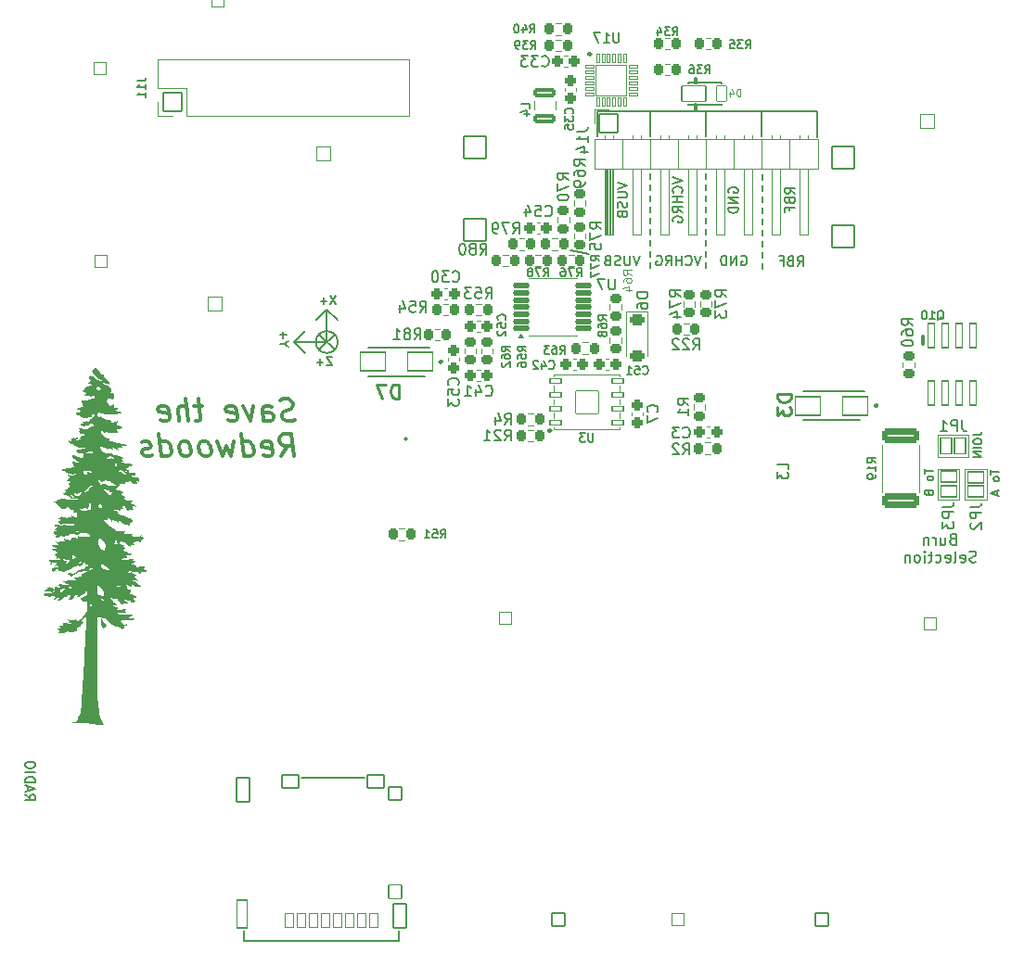
<source format=gbo>
%TF.GenerationSoftware,KiCad,Pcbnew,8.0.4*%
%TF.CreationDate,2025-03-18T17:40:55-07:00*%
%TF.ProjectId,mainboard,6d61696e-626f-4617-9264-2e6b69636164,v6.4*%
%TF.SameCoordinates,Original*%
%TF.FileFunction,Legend,Bot*%
%TF.FilePolarity,Positive*%
%FSLAX46Y46*%
G04 Gerber Fmt 4.6, Leading zero omitted, Abs format (unit mm)*
G04 Created by KiCad (PCBNEW 8.0.4) date 2025-03-18 17:40:55*
%MOMM*%
%LPD*%
G01*
G04 APERTURE LIST*
G04 Aperture macros list*
%AMRoundRect*
0 Rectangle with rounded corners*
0 $1 Rounding radius*
0 $2 $3 $4 $5 $6 $7 $8 $9 X,Y pos of 4 corners*
0 Add a 4 corners polygon primitive as box body*
4,1,4,$2,$3,$4,$5,$6,$7,$8,$9,$2,$3,0*
0 Add four circle primitives for the rounded corners*
1,1,$1+$1,$2,$3*
1,1,$1+$1,$4,$5*
1,1,$1+$1,$6,$7*
1,1,$1+$1,$8,$9*
0 Add four rect primitives between the rounded corners*
20,1,$1+$1,$2,$3,$4,$5,0*
20,1,$1+$1,$4,$5,$6,$7,0*
20,1,$1+$1,$6,$7,$8,$9,0*
20,1,$1+$1,$8,$9,$2,$3,0*%
%AMFreePoly0*
4,1,35,1.110921,2.785921,1.125800,2.750000,1.125800,-2.750000,1.110921,-2.785921,1.075000,-2.800800,-0.537500,-2.800800,-0.543557,-2.800438,-0.670818,-2.785155,-0.683397,-2.781975,-0.819570,-2.728276,-0.831629,-2.721496,-0.948265,-2.633048,-0.958048,-2.623265,-1.046496,-2.506629,-1.053276,-2.494570,-1.106975,-2.358397,-1.110155,-2.345818,-1.125438,-2.218557,-1.125800,-2.212500,-1.125800,2.212500,
-1.125438,2.218557,-1.110155,2.345818,-1.106975,2.358397,-1.053276,2.494570,-1.046496,2.506629,-0.958048,2.623265,-0.948265,2.633048,-0.831629,2.721496,-0.819570,2.728276,-0.683397,2.781975,-0.670818,2.785155,-0.543557,2.800438,-0.537500,2.800800,1.075000,2.800800,1.110921,2.785921,1.110921,2.785921,$1*%
%AMFreePoly1*
4,1,35,0.543557,2.800438,0.670818,2.785155,0.683397,2.781975,0.819570,2.728276,0.831629,2.721496,0.948265,2.633048,0.958048,2.623265,1.046496,2.506629,1.053276,2.494570,1.106975,2.358397,1.110155,2.345818,1.125438,2.218557,1.125800,2.212500,1.125800,-2.212500,1.125438,-2.218557,1.110155,-2.345818,1.106975,-2.358397,1.053276,-2.494570,1.046496,-2.506629,0.958048,-2.623265,
0.948265,-2.633048,0.831629,-2.721496,0.819570,-2.728276,0.683397,-2.781975,0.670818,-2.785155,0.543557,-2.800438,0.537500,-2.800800,-1.075000,-2.800800,-1.110921,-2.785921,-1.125800,-2.750000,-1.125800,2.750000,-1.110921,2.785921,-1.075000,2.800800,0.537500,2.800800,0.543557,2.800438,0.543557,2.800438,$1*%
G04 Aperture macros list end*
%ADD10C,0.127000*%
%ADD11C,0.200000*%
%ADD12C,0.203200*%
%ADD13C,0.300000*%
%ADD14C,0.150000*%
%ADD15C,0.080000*%
%ADD16C,0.095250*%
%ADD17C,0.254000*%
%ADD18C,0.154432*%
%ADD19C,0.120000*%
%ADD20C,0.250000*%
%ADD21C,0.240278*%
%ADD22C,0.100000*%
%ADD23C,0.000000*%
%ADD24C,0.190500*%
%ADD25C,5.701600*%
%ADD26C,2.133600*%
%ADD27C,2.151600*%
%ADD28C,2.351600*%
%ADD29RoundRect,0.063500X-1.016000X1.016000X-1.016000X-1.016000X1.016000X-1.016000X1.016000X1.016000X0*%
%ADD30C,2.159000*%
%ADD31C,0.701600*%
%ADD32O,1.101600X2.201600*%
%ADD33O,1.101600X1.701600*%
%ADD34RoundRect,0.050800X0.575000X0.575000X-0.575000X0.575000X-0.575000X-0.575000X0.575000X-0.575000X0*%
%ADD35C,1.251600*%
%ADD36RoundRect,0.050800X0.575000X-0.575000X0.575000X0.575000X-0.575000X0.575000X-0.575000X-0.575000X0*%
%ADD37RoundRect,0.050800X0.654000X-0.654000X0.654000X0.654000X-0.654000X0.654000X-0.654000X-0.654000X0*%
%ADD38C,1.409600*%
%ADD39RoundRect,0.076200X-0.575000X-0.575000X0.575000X-0.575000X0.575000X0.575000X-0.575000X0.575000X0*%
%ADD40C,1.302400*%
%ADD41RoundRect,0.050800X-0.654000X0.654000X-0.654000X-0.654000X0.654000X-0.654000X0.654000X0.654000X0*%
%ADD42RoundRect,0.063500X-0.580000X-0.625000X0.580000X-0.625000X0.580000X0.625000X-0.580000X0.625000X0*%
%ADD43RoundRect,0.063500X-0.750000X-0.575000X0.750000X-0.575000X0.750000X0.575000X-0.750000X0.575000X0*%
%ADD44RoundRect,0.063500X-0.575000X-1.100000X0.575000X-1.100000X0.575000X1.100000X-0.575000X1.100000X0*%
%ADD45RoundRect,0.063500X-0.475000X-1.250000X0.475000X-1.250000X0.475000X1.250000X-0.475000X1.250000X0*%
%ADD46RoundRect,0.063500X-0.580000X-0.600000X0.580000X-0.600000X0.580000X0.600000X-0.580000X0.600000X0*%
%ADD47RoundRect,0.063500X-0.400000X-0.620000X0.400000X-0.620000X0.400000X0.620000X-0.400000X0.620000X0*%
%ADD48C,2.000000*%
%ADD49RoundRect,0.225400X-0.225400X-0.300400X0.225400X-0.300400X0.225400X0.300400X-0.225400X0.300400X0*%
%ADD50RoundRect,0.050800X0.150000X0.400000X-0.150000X0.400000X-0.150000X-0.400000X0.150000X-0.400000X0*%
%ADD51RoundRect,0.050800X-0.400000X0.150000X-0.400000X-0.150000X0.400000X-0.150000X0.400000X0.150000X0*%
%ADD52RoundRect,0.050800X-1.400000X1.400000X-1.400000X-1.400000X1.400000X-1.400000X1.400000X1.400000X0*%
%ADD53RoundRect,0.225400X0.225400X0.300400X-0.225400X0.300400X-0.225400X-0.300400X0.225400X-0.300400X0*%
%ADD54RoundRect,0.250400X0.275400X-0.250400X0.275400X0.250400X-0.275400X0.250400X-0.275400X-0.250400X0*%
%ADD55RoundRect,0.200155X-0.850645X0.250645X-0.850645X-0.250645X0.850645X-0.250645X0.850645X0.250645X0*%
%ADD56RoundRect,0.063500X-0.450000X-0.700000X0.450000X-0.700000X0.450000X0.700000X-0.450000X0.700000X0*%
%ADD57RoundRect,0.063500X-1.100000X-0.700000X1.100000X-0.700000X1.100000X0.700000X-1.100000X0.700000X0*%
%ADD58RoundRect,0.050800X-0.850000X0.850000X-0.850000X-0.850000X0.850000X-0.850000X0.850000X0.850000X0*%
%ADD59O,1.801600X1.801600*%
%ADD60RoundRect,0.225400X0.300400X-0.225400X0.300400X0.225400X-0.300400X0.225400X-0.300400X-0.225400X0*%
%ADD61RoundRect,0.050800X-0.750000X0.500000X-0.750000X-0.500000X0.750000X-0.500000X0.750000X0.500000X0*%
%ADD62RoundRect,0.250400X-0.250400X-0.275400X0.250400X-0.275400X0.250400X0.275400X-0.250400X0.275400X0*%
%ADD63RoundRect,0.225400X-0.300400X0.225400X-0.300400X-0.225400X0.300400X-0.225400X0.300400X0.225400X0*%
%ADD64RoundRect,0.250400X0.250400X0.275400X-0.250400X0.275400X-0.250400X-0.275400X0.250400X-0.275400X0*%
%ADD65FreePoly0,270.000000*%
%ADD66FreePoly1,270.000000*%
%ADD67RoundRect,0.050800X1.175000X-0.850000X1.175000X0.850000X-1.175000X0.850000X-1.175000X-0.850000X0*%
%ADD68RoundRect,0.050800X-0.304800X-1.104900X0.304800X-1.104900X0.304800X1.104900X-0.304800X1.104900X0*%
%ADD69RoundRect,0.270735X-1.455065X0.392565X-1.455065X-0.392565X1.455065X-0.392565X1.455065X0.392565X0*%
%ADD70RoundRect,0.125400X-0.662900X-0.125400X0.662900X-0.125400X0.662900X0.125400X-0.662900X0.125400X0*%
%ADD71RoundRect,0.063500X-0.525000X-0.225000X0.525000X-0.225000X0.525000X0.225000X-0.525000X0.225000X0*%
%ADD72RoundRect,0.063500X-1.050000X1.050000X-1.050000X-1.050000X1.050000X-1.050000X1.050000X1.050000X0*%
%ADD73RoundRect,0.050800X0.500000X0.750000X-0.500000X0.750000X-0.500000X-0.750000X0.500000X-0.750000X0*%
%ADD74RoundRect,0.250400X-0.275400X0.250400X-0.275400X-0.250400X0.275400X-0.250400X0.275400X0.250400X0*%
%ADD75RoundRect,0.250400X-0.400400X0.250400X-0.400400X-0.250400X0.400400X-0.250400X0.400400X0.250400X0*%
G04 APERTURE END LIST*
D10*
X151130000Y-69088000D02*
X151130000Y-71374000D01*
X166116000Y-71374000D02*
X166116000Y-69088000D01*
X171200000Y-69100000D02*
X151130000Y-69138000D01*
X155956000Y-79883000D02*
X155956000Y-80391000D01*
X155956000Y-79375000D02*
X155956000Y-78867000D01*
X155956000Y-77851000D02*
X155956000Y-78359000D01*
X155956000Y-76835000D02*
X155956000Y-77343000D01*
X155956000Y-74803000D02*
X155956000Y-75311000D01*
X155956000Y-76327000D02*
X155956000Y-75819000D01*
X155956000Y-81407000D02*
X155956000Y-80899000D01*
X155956000Y-82423000D02*
X155956000Y-81915000D01*
X155956000Y-83439000D02*
X155956000Y-82931000D01*
X161036000Y-71374000D02*
X161036000Y-69088000D01*
X161036000Y-77851000D02*
X161036000Y-78359000D01*
X161036000Y-79375000D02*
X161036000Y-78867000D01*
X161036000Y-79883000D02*
X161036000Y-80391000D01*
X161036000Y-83439000D02*
X161036000Y-82931000D01*
X161036000Y-82423000D02*
X161036000Y-81915000D01*
X161036000Y-74803000D02*
X161036000Y-75311000D01*
X161036000Y-76835000D02*
X161036000Y-77343000D01*
X161036000Y-76327000D02*
X161036000Y-75819000D01*
X161036000Y-81407000D02*
X161036000Y-80899000D01*
X166199500Y-76365000D02*
X166199500Y-75857000D01*
X124400000Y-91190000D02*
X123400000Y-90190000D01*
X171200000Y-71443000D02*
X171200000Y-69100000D01*
X166199500Y-76873000D02*
X166199500Y-77381000D01*
X166199500Y-74841000D02*
X166199500Y-75349000D01*
X166199500Y-83477000D02*
X166199500Y-82969000D01*
X148600000Y-81850000D02*
X150300000Y-82150000D01*
X127400000Y-90190000D02*
G75*
G02*
X125400000Y-90190000I-1000000J0D01*
G01*
X125400000Y-90190000D02*
G75*
G02*
X127400000Y-90190000I1000000J0D01*
G01*
X123400000Y-90190000D02*
X126400000Y-90190000D01*
X125690000Y-89480000D02*
X127110000Y-90900000D01*
X124400000Y-89190000D02*
X123400000Y-90190000D01*
X166199500Y-81445000D02*
X166199500Y-80937000D01*
X127110000Y-89480000D02*
X125690000Y-90900000D01*
X166199500Y-79413000D02*
X166199500Y-78905000D01*
D11*
X133731000Y-99060000D02*
G75*
G02*
X133477000Y-99060000I-127000J0D01*
G01*
X133477000Y-99060000D02*
G75*
G02*
X133731000Y-99060000I127000J0D01*
G01*
D10*
X166199500Y-82461000D02*
X166199500Y-81953000D01*
X166199500Y-77889000D02*
X166199500Y-78397000D01*
X155956000Y-69088000D02*
X155956000Y-71374000D01*
X166199500Y-79921000D02*
X166199500Y-80429000D01*
X126400000Y-87190000D02*
X126400000Y-90190000D01*
X125400000Y-88190000D02*
X126400000Y-87190000D01*
X127400000Y-88190000D02*
X126400000Y-87190000D01*
X98857899Y-131528551D02*
X99281233Y-131824884D01*
X98857899Y-132036551D02*
X99746899Y-132036551D01*
X99746899Y-132036551D02*
X99746899Y-131697884D01*
X99746899Y-131697884D02*
X99704566Y-131613218D01*
X99704566Y-131613218D02*
X99662233Y-131570884D01*
X99662233Y-131570884D02*
X99577566Y-131528551D01*
X99577566Y-131528551D02*
X99450566Y-131528551D01*
X99450566Y-131528551D02*
X99365899Y-131570884D01*
X99365899Y-131570884D02*
X99323566Y-131613218D01*
X99323566Y-131613218D02*
X99281233Y-131697884D01*
X99281233Y-131697884D02*
X99281233Y-132036551D01*
X99111899Y-131189884D02*
X99111899Y-130766551D01*
X98857899Y-131274551D02*
X99746899Y-130978218D01*
X99746899Y-130978218D02*
X98857899Y-130681884D01*
X98857899Y-130385551D02*
X99746899Y-130385551D01*
X99746899Y-130385551D02*
X99746899Y-130173884D01*
X99746899Y-130173884D02*
X99704566Y-130046884D01*
X99704566Y-130046884D02*
X99619899Y-129962218D01*
X99619899Y-129962218D02*
X99535233Y-129919884D01*
X99535233Y-129919884D02*
X99365899Y-129877551D01*
X99365899Y-129877551D02*
X99238899Y-129877551D01*
X99238899Y-129877551D02*
X99069566Y-129919884D01*
X99069566Y-129919884D02*
X98984899Y-129962218D01*
X98984899Y-129962218D02*
X98900233Y-130046884D01*
X98900233Y-130046884D02*
X98857899Y-130173884D01*
X98857899Y-130173884D02*
X98857899Y-130385551D01*
X98857899Y-129496551D02*
X99746899Y-129496551D01*
X99746899Y-128903885D02*
X99746899Y-128734551D01*
X99746899Y-128734551D02*
X99704566Y-128649885D01*
X99704566Y-128649885D02*
X99619899Y-128565218D01*
X99619899Y-128565218D02*
X99450566Y-128522885D01*
X99450566Y-128522885D02*
X99154233Y-128522885D01*
X99154233Y-128522885D02*
X98984899Y-128565218D01*
X98984899Y-128565218D02*
X98900233Y-128649885D01*
X98900233Y-128649885D02*
X98857899Y-128734551D01*
X98857899Y-128734551D02*
X98857899Y-128903885D01*
X98857899Y-128903885D02*
X98900233Y-128988551D01*
X98900233Y-128988551D02*
X98984899Y-129073218D01*
X98984899Y-129073218D02*
X99154233Y-129115551D01*
X99154233Y-129115551D02*
X99450566Y-129115551D01*
X99450566Y-129115551D02*
X99619899Y-129073218D01*
X99619899Y-129073218D02*
X99704566Y-128988551D01*
X99704566Y-128988551D02*
X99746899Y-128903885D01*
D12*
X160563649Y-82303637D02*
X160267316Y-83192637D01*
X160267316Y-83192637D02*
X159970982Y-82303637D01*
X159166649Y-83107970D02*
X159208982Y-83150304D01*
X159208982Y-83150304D02*
X159335982Y-83192637D01*
X159335982Y-83192637D02*
X159420649Y-83192637D01*
X159420649Y-83192637D02*
X159547649Y-83150304D01*
X159547649Y-83150304D02*
X159632316Y-83065637D01*
X159632316Y-83065637D02*
X159674649Y-82980970D01*
X159674649Y-82980970D02*
X159716982Y-82811637D01*
X159716982Y-82811637D02*
X159716982Y-82684637D01*
X159716982Y-82684637D02*
X159674649Y-82515304D01*
X159674649Y-82515304D02*
X159632316Y-82430637D01*
X159632316Y-82430637D02*
X159547649Y-82345970D01*
X159547649Y-82345970D02*
X159420649Y-82303637D01*
X159420649Y-82303637D02*
X159335982Y-82303637D01*
X159335982Y-82303637D02*
X159208982Y-82345970D01*
X159208982Y-82345970D02*
X159166649Y-82388304D01*
X158785649Y-83192637D02*
X158785649Y-82303637D01*
X158785649Y-82726970D02*
X158277649Y-82726970D01*
X158277649Y-83192637D02*
X158277649Y-82303637D01*
X157346316Y-83192637D02*
X157642649Y-82769304D01*
X157854316Y-83192637D02*
X157854316Y-82303637D01*
X157854316Y-82303637D02*
X157515649Y-82303637D01*
X157515649Y-82303637D02*
X157430983Y-82345970D01*
X157430983Y-82345970D02*
X157388649Y-82388304D01*
X157388649Y-82388304D02*
X157346316Y-82472970D01*
X157346316Y-82472970D02*
X157346316Y-82599970D01*
X157346316Y-82599970D02*
X157388649Y-82684637D01*
X157388649Y-82684637D02*
X157430983Y-82726970D01*
X157430983Y-82726970D02*
X157515649Y-82769304D01*
X157515649Y-82769304D02*
X157854316Y-82769304D01*
X156499649Y-82345970D02*
X156584316Y-82303637D01*
X156584316Y-82303637D02*
X156711316Y-82303637D01*
X156711316Y-82303637D02*
X156838316Y-82345970D01*
X156838316Y-82345970D02*
X156922983Y-82430637D01*
X156922983Y-82430637D02*
X156965316Y-82515304D01*
X156965316Y-82515304D02*
X157007649Y-82684637D01*
X157007649Y-82684637D02*
X157007649Y-82811637D01*
X157007649Y-82811637D02*
X156965316Y-82980970D01*
X156965316Y-82980970D02*
X156922983Y-83065637D01*
X156922983Y-83065637D02*
X156838316Y-83150304D01*
X156838316Y-83150304D02*
X156711316Y-83192637D01*
X156711316Y-83192637D02*
X156626649Y-83192637D01*
X156626649Y-83192637D02*
X156499649Y-83150304D01*
X156499649Y-83150304D02*
X156457316Y-83107970D01*
X156457316Y-83107970D02*
X156457316Y-82811637D01*
X156457316Y-82811637D02*
X156626649Y-82811637D01*
X154975649Y-82303637D02*
X154679316Y-83192637D01*
X154679316Y-83192637D02*
X154382982Y-82303637D01*
X154086649Y-82303637D02*
X154086649Y-83023304D01*
X154086649Y-83023304D02*
X154044316Y-83107970D01*
X154044316Y-83107970D02*
X154001982Y-83150304D01*
X154001982Y-83150304D02*
X153917316Y-83192637D01*
X153917316Y-83192637D02*
X153747982Y-83192637D01*
X153747982Y-83192637D02*
X153663316Y-83150304D01*
X153663316Y-83150304D02*
X153620982Y-83107970D01*
X153620982Y-83107970D02*
X153578649Y-83023304D01*
X153578649Y-83023304D02*
X153578649Y-82303637D01*
X153197649Y-83150304D02*
X153070649Y-83192637D01*
X153070649Y-83192637D02*
X152858983Y-83192637D01*
X152858983Y-83192637D02*
X152774316Y-83150304D01*
X152774316Y-83150304D02*
X152731983Y-83107970D01*
X152731983Y-83107970D02*
X152689649Y-83023304D01*
X152689649Y-83023304D02*
X152689649Y-82938637D01*
X152689649Y-82938637D02*
X152731983Y-82853970D01*
X152731983Y-82853970D02*
X152774316Y-82811637D01*
X152774316Y-82811637D02*
X152858983Y-82769304D01*
X152858983Y-82769304D02*
X153028316Y-82726970D01*
X153028316Y-82726970D02*
X153112983Y-82684637D01*
X153112983Y-82684637D02*
X153155316Y-82642304D01*
X153155316Y-82642304D02*
X153197649Y-82557637D01*
X153197649Y-82557637D02*
X153197649Y-82472970D01*
X153197649Y-82472970D02*
X153155316Y-82388304D01*
X153155316Y-82388304D02*
X153112983Y-82345970D01*
X153112983Y-82345970D02*
X153028316Y-82303637D01*
X153028316Y-82303637D02*
X152816649Y-82303637D01*
X152816649Y-82303637D02*
X152689649Y-82345970D01*
X152012316Y-82726970D02*
X151885316Y-82769304D01*
X151885316Y-82769304D02*
X151842982Y-82811637D01*
X151842982Y-82811637D02*
X151800649Y-82896304D01*
X151800649Y-82896304D02*
X151800649Y-83023304D01*
X151800649Y-83023304D02*
X151842982Y-83107970D01*
X151842982Y-83107970D02*
X151885316Y-83150304D01*
X151885316Y-83150304D02*
X151969982Y-83192637D01*
X151969982Y-83192637D02*
X152308649Y-83192637D01*
X152308649Y-83192637D02*
X152308649Y-82303637D01*
X152308649Y-82303637D02*
X152012316Y-82303637D01*
X152012316Y-82303637D02*
X151927649Y-82345970D01*
X151927649Y-82345970D02*
X151885316Y-82388304D01*
X151885316Y-82388304D02*
X151842982Y-82472970D01*
X151842982Y-82472970D02*
X151842982Y-82557637D01*
X151842982Y-82557637D02*
X151885316Y-82642304D01*
X151885316Y-82642304D02*
X151927649Y-82684637D01*
X151927649Y-82684637D02*
X152012316Y-82726970D01*
X152012316Y-82726970D02*
X152308649Y-82726970D01*
X163078600Y-76545351D02*
X163036267Y-76460684D01*
X163036267Y-76460684D02*
X163036267Y-76333684D01*
X163036267Y-76333684D02*
X163078600Y-76206684D01*
X163078600Y-76206684D02*
X163163267Y-76122018D01*
X163163267Y-76122018D02*
X163247934Y-76079684D01*
X163247934Y-76079684D02*
X163417267Y-76037351D01*
X163417267Y-76037351D02*
X163544267Y-76037351D01*
X163544267Y-76037351D02*
X163713600Y-76079684D01*
X163713600Y-76079684D02*
X163798267Y-76122018D01*
X163798267Y-76122018D02*
X163882934Y-76206684D01*
X163882934Y-76206684D02*
X163925267Y-76333684D01*
X163925267Y-76333684D02*
X163925267Y-76418351D01*
X163925267Y-76418351D02*
X163882934Y-76545351D01*
X163882934Y-76545351D02*
X163840600Y-76587684D01*
X163840600Y-76587684D02*
X163544267Y-76587684D01*
X163544267Y-76587684D02*
X163544267Y-76418351D01*
X163925267Y-76968684D02*
X163036267Y-76968684D01*
X163036267Y-76968684D02*
X163925267Y-77476684D01*
X163925267Y-77476684D02*
X163036267Y-77476684D01*
X163925267Y-77900017D02*
X163036267Y-77900017D01*
X163036267Y-77900017D02*
X163036267Y-78111684D01*
X163036267Y-78111684D02*
X163078600Y-78238684D01*
X163078600Y-78238684D02*
X163163267Y-78323351D01*
X163163267Y-78323351D02*
X163247934Y-78365684D01*
X163247934Y-78365684D02*
X163417267Y-78408017D01*
X163417267Y-78408017D02*
X163544267Y-78408017D01*
X163544267Y-78408017D02*
X163713600Y-78365684D01*
X163713600Y-78365684D02*
X163798267Y-78323351D01*
X163798267Y-78323351D02*
X163882934Y-78238684D01*
X163882934Y-78238684D02*
X163925267Y-78111684D01*
X163925267Y-78111684D02*
X163925267Y-77900017D01*
X157956267Y-75127184D02*
X158845267Y-75423518D01*
X158845267Y-75423518D02*
X157956267Y-75719851D01*
X158760600Y-76524184D02*
X158802934Y-76481851D01*
X158802934Y-76481851D02*
X158845267Y-76354851D01*
X158845267Y-76354851D02*
X158845267Y-76270184D01*
X158845267Y-76270184D02*
X158802934Y-76143184D01*
X158802934Y-76143184D02*
X158718267Y-76058518D01*
X158718267Y-76058518D02*
X158633600Y-76016184D01*
X158633600Y-76016184D02*
X158464267Y-75973851D01*
X158464267Y-75973851D02*
X158337267Y-75973851D01*
X158337267Y-75973851D02*
X158167934Y-76016184D01*
X158167934Y-76016184D02*
X158083267Y-76058518D01*
X158083267Y-76058518D02*
X157998600Y-76143184D01*
X157998600Y-76143184D02*
X157956267Y-76270184D01*
X157956267Y-76270184D02*
X157956267Y-76354851D01*
X157956267Y-76354851D02*
X157998600Y-76481851D01*
X157998600Y-76481851D02*
X158040934Y-76524184D01*
X158845267Y-76905184D02*
X157956267Y-76905184D01*
X158379600Y-76905184D02*
X158379600Y-77413184D01*
X158845267Y-77413184D02*
X157956267Y-77413184D01*
X158845267Y-78344517D02*
X158421934Y-78048184D01*
X158845267Y-77836517D02*
X157956267Y-77836517D01*
X157956267Y-77836517D02*
X157956267Y-78175184D01*
X157956267Y-78175184D02*
X157998600Y-78259851D01*
X157998600Y-78259851D02*
X158040934Y-78302184D01*
X158040934Y-78302184D02*
X158125600Y-78344517D01*
X158125600Y-78344517D02*
X158252600Y-78344517D01*
X158252600Y-78344517D02*
X158337267Y-78302184D01*
X158337267Y-78302184D02*
X158379600Y-78259851D01*
X158379600Y-78259851D02*
X158421934Y-78175184D01*
X158421934Y-78175184D02*
X158421934Y-77836517D01*
X157998600Y-79191184D02*
X157956267Y-79106517D01*
X157956267Y-79106517D02*
X157956267Y-78979517D01*
X157956267Y-78979517D02*
X157998600Y-78852517D01*
X157998600Y-78852517D02*
X158083267Y-78767851D01*
X158083267Y-78767851D02*
X158167934Y-78725517D01*
X158167934Y-78725517D02*
X158337267Y-78683184D01*
X158337267Y-78683184D02*
X158464267Y-78683184D01*
X158464267Y-78683184D02*
X158633600Y-78725517D01*
X158633600Y-78725517D02*
X158718267Y-78767851D01*
X158718267Y-78767851D02*
X158802934Y-78852517D01*
X158802934Y-78852517D02*
X158845267Y-78979517D01*
X158845267Y-78979517D02*
X158845267Y-79064184D01*
X158845267Y-79064184D02*
X158802934Y-79191184D01*
X158802934Y-79191184D02*
X158760600Y-79233517D01*
X158760600Y-79233517D02*
X158464267Y-79233517D01*
X158464267Y-79233517D02*
X158464267Y-79064184D01*
X152941637Y-75592850D02*
X153830637Y-75889184D01*
X153830637Y-75889184D02*
X152941637Y-76185517D01*
X152941637Y-76481850D02*
X153661304Y-76481850D01*
X153661304Y-76481850D02*
X153745970Y-76524184D01*
X153745970Y-76524184D02*
X153788304Y-76566517D01*
X153788304Y-76566517D02*
X153830637Y-76651184D01*
X153830637Y-76651184D02*
X153830637Y-76820517D01*
X153830637Y-76820517D02*
X153788304Y-76905184D01*
X153788304Y-76905184D02*
X153745970Y-76947517D01*
X153745970Y-76947517D02*
X153661304Y-76989850D01*
X153661304Y-76989850D02*
X152941637Y-76989850D01*
X153788304Y-77370850D02*
X153830637Y-77497850D01*
X153830637Y-77497850D02*
X153830637Y-77709517D01*
X153830637Y-77709517D02*
X153788304Y-77794183D01*
X153788304Y-77794183D02*
X153745970Y-77836517D01*
X153745970Y-77836517D02*
X153661304Y-77878850D01*
X153661304Y-77878850D02*
X153576637Y-77878850D01*
X153576637Y-77878850D02*
X153491970Y-77836517D01*
X153491970Y-77836517D02*
X153449637Y-77794183D01*
X153449637Y-77794183D02*
X153407304Y-77709517D01*
X153407304Y-77709517D02*
X153364970Y-77540183D01*
X153364970Y-77540183D02*
X153322637Y-77455517D01*
X153322637Y-77455517D02*
X153280304Y-77413183D01*
X153280304Y-77413183D02*
X153195637Y-77370850D01*
X153195637Y-77370850D02*
X153110970Y-77370850D01*
X153110970Y-77370850D02*
X153026304Y-77413183D01*
X153026304Y-77413183D02*
X152983970Y-77455517D01*
X152983970Y-77455517D02*
X152941637Y-77540183D01*
X152941637Y-77540183D02*
X152941637Y-77751850D01*
X152941637Y-77751850D02*
X152983970Y-77878850D01*
X153364970Y-78556184D02*
X153407304Y-78683184D01*
X153407304Y-78683184D02*
X153449637Y-78725517D01*
X153449637Y-78725517D02*
X153534304Y-78767850D01*
X153534304Y-78767850D02*
X153661304Y-78767850D01*
X153661304Y-78767850D02*
X153745970Y-78725517D01*
X153745970Y-78725517D02*
X153788304Y-78683184D01*
X153788304Y-78683184D02*
X153830637Y-78598517D01*
X153830637Y-78598517D02*
X153830637Y-78259850D01*
X153830637Y-78259850D02*
X152941637Y-78259850D01*
X152941637Y-78259850D02*
X152941637Y-78556184D01*
X152941637Y-78556184D02*
X152983970Y-78640850D01*
X152983970Y-78640850D02*
X153026304Y-78683184D01*
X153026304Y-78683184D02*
X153110970Y-78725517D01*
X153110970Y-78725517D02*
X153195637Y-78725517D01*
X153195637Y-78725517D02*
X153280304Y-78683184D01*
X153280304Y-78683184D02*
X153322637Y-78640850D01*
X153322637Y-78640850D02*
X153364970Y-78556184D01*
X153364970Y-78556184D02*
X153364970Y-78259850D01*
X164225482Y-82345970D02*
X164310149Y-82303637D01*
X164310149Y-82303637D02*
X164437149Y-82303637D01*
X164437149Y-82303637D02*
X164564149Y-82345970D01*
X164564149Y-82345970D02*
X164648816Y-82430637D01*
X164648816Y-82430637D02*
X164691149Y-82515304D01*
X164691149Y-82515304D02*
X164733482Y-82684637D01*
X164733482Y-82684637D02*
X164733482Y-82811637D01*
X164733482Y-82811637D02*
X164691149Y-82980970D01*
X164691149Y-82980970D02*
X164648816Y-83065637D01*
X164648816Y-83065637D02*
X164564149Y-83150304D01*
X164564149Y-83150304D02*
X164437149Y-83192637D01*
X164437149Y-83192637D02*
X164352482Y-83192637D01*
X164352482Y-83192637D02*
X164225482Y-83150304D01*
X164225482Y-83150304D02*
X164183149Y-83107970D01*
X164183149Y-83107970D02*
X164183149Y-82811637D01*
X164183149Y-82811637D02*
X164352482Y-82811637D01*
X163802149Y-83192637D02*
X163802149Y-82303637D01*
X163802149Y-82303637D02*
X163294149Y-83192637D01*
X163294149Y-83192637D02*
X163294149Y-82303637D01*
X162870816Y-83192637D02*
X162870816Y-82303637D01*
X162870816Y-82303637D02*
X162659149Y-82303637D01*
X162659149Y-82303637D02*
X162532149Y-82345970D01*
X162532149Y-82345970D02*
X162447483Y-82430637D01*
X162447483Y-82430637D02*
X162405149Y-82515304D01*
X162405149Y-82515304D02*
X162362816Y-82684637D01*
X162362816Y-82684637D02*
X162362816Y-82811637D01*
X162362816Y-82811637D02*
X162405149Y-82980970D01*
X162405149Y-82980970D02*
X162447483Y-83065637D01*
X162447483Y-83065637D02*
X162532149Y-83150304D01*
X162532149Y-83150304D02*
X162659149Y-83192637D01*
X162659149Y-83192637D02*
X162870816Y-83192637D01*
D13*
X123487581Y-97299256D02*
X123213772Y-97394494D01*
X123213772Y-97394494D02*
X122737581Y-97394494D01*
X122737581Y-97394494D02*
X122535200Y-97299256D01*
X122535200Y-97299256D02*
X122428057Y-97204017D01*
X122428057Y-97204017D02*
X122309010Y-97013541D01*
X122309010Y-97013541D02*
X122285200Y-96823065D01*
X122285200Y-96823065D02*
X122356629Y-96632589D01*
X122356629Y-96632589D02*
X122439962Y-96537351D01*
X122439962Y-96537351D02*
X122618534Y-96442113D01*
X122618534Y-96442113D02*
X122987581Y-96346875D01*
X122987581Y-96346875D02*
X123166153Y-96251636D01*
X123166153Y-96251636D02*
X123249486Y-96156398D01*
X123249486Y-96156398D02*
X123320914Y-95965922D01*
X123320914Y-95965922D02*
X123297105Y-95775446D01*
X123297105Y-95775446D02*
X123178057Y-95584970D01*
X123178057Y-95584970D02*
X123070914Y-95489732D01*
X123070914Y-95489732D02*
X122868534Y-95394494D01*
X122868534Y-95394494D02*
X122392343Y-95394494D01*
X122392343Y-95394494D02*
X122118534Y-95489732D01*
X120642343Y-97394494D02*
X120511391Y-96346875D01*
X120511391Y-96346875D02*
X120582819Y-96156398D01*
X120582819Y-96156398D02*
X120761391Y-96061160D01*
X120761391Y-96061160D02*
X121142343Y-96061160D01*
X121142343Y-96061160D02*
X121344724Y-96156398D01*
X120630438Y-97299256D02*
X120832819Y-97394494D01*
X120832819Y-97394494D02*
X121309010Y-97394494D01*
X121309010Y-97394494D02*
X121487581Y-97299256D01*
X121487581Y-97299256D02*
X121559010Y-97108779D01*
X121559010Y-97108779D02*
X121535200Y-96918303D01*
X121535200Y-96918303D02*
X121416152Y-96727827D01*
X121416152Y-96727827D02*
X121213772Y-96632589D01*
X121213772Y-96632589D02*
X120737581Y-96632589D01*
X120737581Y-96632589D02*
X120535200Y-96537351D01*
X119713771Y-96061160D02*
X119404248Y-97394494D01*
X119404248Y-97394494D02*
X118761390Y-96061160D01*
X117392342Y-97299256D02*
X117594723Y-97394494D01*
X117594723Y-97394494D02*
X117975676Y-97394494D01*
X117975676Y-97394494D02*
X118154247Y-97299256D01*
X118154247Y-97299256D02*
X118225676Y-97108779D01*
X118225676Y-97108779D02*
X118130438Y-96346875D01*
X118130438Y-96346875D02*
X118011390Y-96156398D01*
X118011390Y-96156398D02*
X117809009Y-96061160D01*
X117809009Y-96061160D02*
X117428057Y-96061160D01*
X117428057Y-96061160D02*
X117249485Y-96156398D01*
X117249485Y-96156398D02*
X117178057Y-96346875D01*
X117178057Y-96346875D02*
X117201866Y-96537351D01*
X117201866Y-96537351D02*
X118178057Y-96727827D01*
X115047103Y-96061160D02*
X114285199Y-96061160D01*
X114678056Y-95394494D02*
X114892342Y-97108779D01*
X114892342Y-97108779D02*
X114820913Y-97299256D01*
X114820913Y-97299256D02*
X114642342Y-97394494D01*
X114642342Y-97394494D02*
X114451865Y-97394494D01*
X113785199Y-97394494D02*
X113535199Y-95394494D01*
X112928056Y-97394494D02*
X112797104Y-96346875D01*
X112797104Y-96346875D02*
X112868532Y-96156398D01*
X112868532Y-96156398D02*
X113047104Y-96061160D01*
X113047104Y-96061160D02*
X113332818Y-96061160D01*
X113332818Y-96061160D02*
X113535199Y-96156398D01*
X113535199Y-96156398D02*
X113642342Y-96251636D01*
X111201865Y-97299256D02*
X111404246Y-97394494D01*
X111404246Y-97394494D02*
X111785199Y-97394494D01*
X111785199Y-97394494D02*
X111963770Y-97299256D01*
X111963770Y-97299256D02*
X112035199Y-97108779D01*
X112035199Y-97108779D02*
X111939961Y-96346875D01*
X111939961Y-96346875D02*
X111820913Y-96156398D01*
X111820913Y-96156398D02*
X111618532Y-96061160D01*
X111618532Y-96061160D02*
X111237580Y-96061160D01*
X111237580Y-96061160D02*
X111059008Y-96156398D01*
X111059008Y-96156398D02*
X110987580Y-96346875D01*
X110987580Y-96346875D02*
X111011389Y-96537351D01*
X111011389Y-96537351D02*
X111987580Y-96727827D01*
X122261391Y-100614382D02*
X122809010Y-99662001D01*
X123404248Y-100614382D02*
X123154248Y-98614382D01*
X123154248Y-98614382D02*
X122392343Y-98614382D01*
X122392343Y-98614382D02*
X122213772Y-98709620D01*
X122213772Y-98709620D02*
X122130438Y-98804858D01*
X122130438Y-98804858D02*
X122059010Y-98995334D01*
X122059010Y-98995334D02*
X122094724Y-99281048D01*
X122094724Y-99281048D02*
X122213772Y-99471524D01*
X122213772Y-99471524D02*
X122320914Y-99566763D01*
X122320914Y-99566763D02*
X122523295Y-99662001D01*
X122523295Y-99662001D02*
X123285200Y-99662001D01*
X120630438Y-100519144D02*
X120832819Y-100614382D01*
X120832819Y-100614382D02*
X121213772Y-100614382D01*
X121213772Y-100614382D02*
X121392343Y-100519144D01*
X121392343Y-100519144D02*
X121463772Y-100328667D01*
X121463772Y-100328667D02*
X121368534Y-99566763D01*
X121368534Y-99566763D02*
X121249486Y-99376286D01*
X121249486Y-99376286D02*
X121047105Y-99281048D01*
X121047105Y-99281048D02*
X120666153Y-99281048D01*
X120666153Y-99281048D02*
X120487581Y-99376286D01*
X120487581Y-99376286D02*
X120416153Y-99566763D01*
X120416153Y-99566763D02*
X120439962Y-99757239D01*
X120439962Y-99757239D02*
X121416153Y-99947715D01*
X118832819Y-100614382D02*
X118582819Y-98614382D01*
X118820914Y-100519144D02*
X119023295Y-100614382D01*
X119023295Y-100614382D02*
X119404248Y-100614382D01*
X119404248Y-100614382D02*
X119582819Y-100519144D01*
X119582819Y-100519144D02*
X119666152Y-100423905D01*
X119666152Y-100423905D02*
X119737581Y-100233429D01*
X119737581Y-100233429D02*
X119666152Y-99662001D01*
X119666152Y-99662001D02*
X119547105Y-99471524D01*
X119547105Y-99471524D02*
X119439962Y-99376286D01*
X119439962Y-99376286D02*
X119237581Y-99281048D01*
X119237581Y-99281048D02*
X118856628Y-99281048D01*
X118856628Y-99281048D02*
X118678057Y-99376286D01*
X117904247Y-99281048D02*
X117689962Y-100614382D01*
X117689962Y-100614382D02*
X117189962Y-99662001D01*
X117189962Y-99662001D02*
X116928057Y-100614382D01*
X116928057Y-100614382D02*
X116380438Y-99281048D01*
X115499486Y-100614382D02*
X115678057Y-100519144D01*
X115678057Y-100519144D02*
X115761390Y-100423905D01*
X115761390Y-100423905D02*
X115832819Y-100233429D01*
X115832819Y-100233429D02*
X115761390Y-99662001D01*
X115761390Y-99662001D02*
X115642343Y-99471524D01*
X115642343Y-99471524D02*
X115535200Y-99376286D01*
X115535200Y-99376286D02*
X115332819Y-99281048D01*
X115332819Y-99281048D02*
X115047105Y-99281048D01*
X115047105Y-99281048D02*
X114868533Y-99376286D01*
X114868533Y-99376286D02*
X114785200Y-99471524D01*
X114785200Y-99471524D02*
X114713771Y-99662001D01*
X114713771Y-99662001D02*
X114785200Y-100233429D01*
X114785200Y-100233429D02*
X114904247Y-100423905D01*
X114904247Y-100423905D02*
X115011390Y-100519144D01*
X115011390Y-100519144D02*
X115213771Y-100614382D01*
X115213771Y-100614382D02*
X115499486Y-100614382D01*
X113689962Y-100614382D02*
X113868533Y-100519144D01*
X113868533Y-100519144D02*
X113951866Y-100423905D01*
X113951866Y-100423905D02*
X114023295Y-100233429D01*
X114023295Y-100233429D02*
X113951866Y-99662001D01*
X113951866Y-99662001D02*
X113832819Y-99471524D01*
X113832819Y-99471524D02*
X113725676Y-99376286D01*
X113725676Y-99376286D02*
X113523295Y-99281048D01*
X113523295Y-99281048D02*
X113237581Y-99281048D01*
X113237581Y-99281048D02*
X113059009Y-99376286D01*
X113059009Y-99376286D02*
X112975676Y-99471524D01*
X112975676Y-99471524D02*
X112904247Y-99662001D01*
X112904247Y-99662001D02*
X112975676Y-100233429D01*
X112975676Y-100233429D02*
X113094723Y-100423905D01*
X113094723Y-100423905D02*
X113201866Y-100519144D01*
X113201866Y-100519144D02*
X113404247Y-100614382D01*
X113404247Y-100614382D02*
X113689962Y-100614382D01*
X111309009Y-100614382D02*
X111059009Y-98614382D01*
X111297104Y-100519144D02*
X111499485Y-100614382D01*
X111499485Y-100614382D02*
X111880438Y-100614382D01*
X111880438Y-100614382D02*
X112059009Y-100519144D01*
X112059009Y-100519144D02*
X112142342Y-100423905D01*
X112142342Y-100423905D02*
X112213771Y-100233429D01*
X112213771Y-100233429D02*
X112142342Y-99662001D01*
X112142342Y-99662001D02*
X112023295Y-99471524D01*
X112023295Y-99471524D02*
X111916152Y-99376286D01*
X111916152Y-99376286D02*
X111713771Y-99281048D01*
X111713771Y-99281048D02*
X111332818Y-99281048D01*
X111332818Y-99281048D02*
X111154247Y-99376286D01*
X110439961Y-100519144D02*
X110261390Y-100614382D01*
X110261390Y-100614382D02*
X109880437Y-100614382D01*
X109880437Y-100614382D02*
X109678056Y-100519144D01*
X109678056Y-100519144D02*
X109559009Y-100328667D01*
X109559009Y-100328667D02*
X109547104Y-100233429D01*
X109547104Y-100233429D02*
X109618533Y-100042953D01*
X109618533Y-100042953D02*
X109797104Y-99947715D01*
X109797104Y-99947715D02*
X110082818Y-99947715D01*
X110082818Y-99947715D02*
X110261390Y-99852477D01*
X110261390Y-99852477D02*
X110332818Y-99662001D01*
X110332818Y-99662001D02*
X110320914Y-99566763D01*
X110320914Y-99566763D02*
X110201866Y-99376286D01*
X110201866Y-99376286D02*
X109999485Y-99281048D01*
X109999485Y-99281048D02*
X109713771Y-99281048D01*
X109713771Y-99281048D02*
X109535199Y-99376286D01*
D10*
X186998141Y-101846123D02*
X186998141Y-102281552D01*
X187760141Y-102063837D02*
X186998141Y-102063837D01*
X187760141Y-102644408D02*
X187723856Y-102571837D01*
X187723856Y-102571837D02*
X187687570Y-102535551D01*
X187687570Y-102535551D02*
X187614998Y-102499265D01*
X187614998Y-102499265D02*
X187397284Y-102499265D01*
X187397284Y-102499265D02*
X187324713Y-102535551D01*
X187324713Y-102535551D02*
X187288427Y-102571837D01*
X187288427Y-102571837D02*
X187252141Y-102644408D01*
X187252141Y-102644408D02*
X187252141Y-102753265D01*
X187252141Y-102753265D02*
X187288427Y-102825837D01*
X187288427Y-102825837D02*
X187324713Y-102862123D01*
X187324713Y-102862123D02*
X187397284Y-102898408D01*
X187397284Y-102898408D02*
X187614998Y-102898408D01*
X187614998Y-102898408D02*
X187687570Y-102862123D01*
X187687570Y-102862123D02*
X187723856Y-102825837D01*
X187723856Y-102825837D02*
X187760141Y-102753265D01*
X187760141Y-102753265D02*
X187760141Y-102644408D01*
X187542427Y-103769265D02*
X187542427Y-104132123D01*
X187760141Y-103696694D02*
X186998141Y-103950694D01*
X186998141Y-103950694D02*
X187760141Y-104204694D01*
X185418141Y-98692694D02*
X185962427Y-98692694D01*
X185962427Y-98692694D02*
X186071284Y-98656409D01*
X186071284Y-98656409D02*
X186143856Y-98583837D01*
X186143856Y-98583837D02*
X186180141Y-98474980D01*
X186180141Y-98474980D02*
X186180141Y-98402409D01*
X185418141Y-99200694D02*
X185418141Y-99345837D01*
X185418141Y-99345837D02*
X185454427Y-99418408D01*
X185454427Y-99418408D02*
X185526998Y-99490980D01*
X185526998Y-99490980D02*
X185672141Y-99527265D01*
X185672141Y-99527265D02*
X185926141Y-99527265D01*
X185926141Y-99527265D02*
X186071284Y-99490980D01*
X186071284Y-99490980D02*
X186143856Y-99418408D01*
X186143856Y-99418408D02*
X186180141Y-99345837D01*
X186180141Y-99345837D02*
X186180141Y-99200694D01*
X186180141Y-99200694D02*
X186143856Y-99128123D01*
X186143856Y-99128123D02*
X186071284Y-99055551D01*
X186071284Y-99055551D02*
X185926141Y-99019265D01*
X185926141Y-99019265D02*
X185672141Y-99019265D01*
X185672141Y-99019265D02*
X185526998Y-99055551D01*
X185526998Y-99055551D02*
X185454427Y-99128123D01*
X185454427Y-99128123D02*
X185418141Y-99200694D01*
X186180141Y-99853837D02*
X185418141Y-99853837D01*
X186180141Y-100216694D02*
X185418141Y-100216694D01*
X185418141Y-100216694D02*
X186180141Y-100652123D01*
X186180141Y-100652123D02*
X185418141Y-100652123D01*
X122492715Y-90339876D02*
X122129858Y-90339876D01*
X122891858Y-90593876D02*
X122492715Y-90339876D01*
X122492715Y-90339876D02*
X122891858Y-90085876D01*
X122420144Y-89831876D02*
X122420144Y-89251305D01*
X122129858Y-89541590D02*
X122710429Y-89541590D01*
D14*
X183532857Y-108176065D02*
X183390000Y-108223684D01*
X183390000Y-108223684D02*
X183342381Y-108271303D01*
X183342381Y-108271303D02*
X183294762Y-108366541D01*
X183294762Y-108366541D02*
X183294762Y-108509398D01*
X183294762Y-108509398D02*
X183342381Y-108604636D01*
X183342381Y-108604636D02*
X183390000Y-108652256D01*
X183390000Y-108652256D02*
X183485238Y-108699875D01*
X183485238Y-108699875D02*
X183866190Y-108699875D01*
X183866190Y-108699875D02*
X183866190Y-107699875D01*
X183866190Y-107699875D02*
X183532857Y-107699875D01*
X183532857Y-107699875D02*
X183437619Y-107747494D01*
X183437619Y-107747494D02*
X183390000Y-107795113D01*
X183390000Y-107795113D02*
X183342381Y-107890351D01*
X183342381Y-107890351D02*
X183342381Y-107985589D01*
X183342381Y-107985589D02*
X183390000Y-108080827D01*
X183390000Y-108080827D02*
X183437619Y-108128446D01*
X183437619Y-108128446D02*
X183532857Y-108176065D01*
X183532857Y-108176065D02*
X183866190Y-108176065D01*
X182437619Y-108033208D02*
X182437619Y-108699875D01*
X182866190Y-108033208D02*
X182866190Y-108557017D01*
X182866190Y-108557017D02*
X182818571Y-108652256D01*
X182818571Y-108652256D02*
X182723333Y-108699875D01*
X182723333Y-108699875D02*
X182580476Y-108699875D01*
X182580476Y-108699875D02*
X182485238Y-108652256D01*
X182485238Y-108652256D02*
X182437619Y-108604636D01*
X181961428Y-108699875D02*
X181961428Y-108033208D01*
X181961428Y-108223684D02*
X181913809Y-108128446D01*
X181913809Y-108128446D02*
X181866190Y-108080827D01*
X181866190Y-108080827D02*
X181770952Y-108033208D01*
X181770952Y-108033208D02*
X181675714Y-108033208D01*
X181342380Y-108033208D02*
X181342380Y-108699875D01*
X181342380Y-108128446D02*
X181294761Y-108080827D01*
X181294761Y-108080827D02*
X181199523Y-108033208D01*
X181199523Y-108033208D02*
X181056666Y-108033208D01*
X181056666Y-108033208D02*
X180961428Y-108080827D01*
X180961428Y-108080827D02*
X180913809Y-108176065D01*
X180913809Y-108176065D02*
X180913809Y-108699875D01*
X185651904Y-110262200D02*
X185509047Y-110309819D01*
X185509047Y-110309819D02*
X185270952Y-110309819D01*
X185270952Y-110309819D02*
X185175714Y-110262200D01*
X185175714Y-110262200D02*
X185128095Y-110214580D01*
X185128095Y-110214580D02*
X185080476Y-110119342D01*
X185080476Y-110119342D02*
X185080476Y-110024104D01*
X185080476Y-110024104D02*
X185128095Y-109928866D01*
X185128095Y-109928866D02*
X185175714Y-109881247D01*
X185175714Y-109881247D02*
X185270952Y-109833628D01*
X185270952Y-109833628D02*
X185461428Y-109786009D01*
X185461428Y-109786009D02*
X185556666Y-109738390D01*
X185556666Y-109738390D02*
X185604285Y-109690771D01*
X185604285Y-109690771D02*
X185651904Y-109595533D01*
X185651904Y-109595533D02*
X185651904Y-109500295D01*
X185651904Y-109500295D02*
X185604285Y-109405057D01*
X185604285Y-109405057D02*
X185556666Y-109357438D01*
X185556666Y-109357438D02*
X185461428Y-109309819D01*
X185461428Y-109309819D02*
X185223333Y-109309819D01*
X185223333Y-109309819D02*
X185080476Y-109357438D01*
X184270952Y-110262200D02*
X184366190Y-110309819D01*
X184366190Y-110309819D02*
X184556666Y-110309819D01*
X184556666Y-110309819D02*
X184651904Y-110262200D01*
X184651904Y-110262200D02*
X184699523Y-110166961D01*
X184699523Y-110166961D02*
X184699523Y-109786009D01*
X184699523Y-109786009D02*
X184651904Y-109690771D01*
X184651904Y-109690771D02*
X184556666Y-109643152D01*
X184556666Y-109643152D02*
X184366190Y-109643152D01*
X184366190Y-109643152D02*
X184270952Y-109690771D01*
X184270952Y-109690771D02*
X184223333Y-109786009D01*
X184223333Y-109786009D02*
X184223333Y-109881247D01*
X184223333Y-109881247D02*
X184699523Y-109976485D01*
X183651904Y-110309819D02*
X183747142Y-110262200D01*
X183747142Y-110262200D02*
X183794761Y-110166961D01*
X183794761Y-110166961D02*
X183794761Y-109309819D01*
X182889999Y-110262200D02*
X182985237Y-110309819D01*
X182985237Y-110309819D02*
X183175713Y-110309819D01*
X183175713Y-110309819D02*
X183270951Y-110262200D01*
X183270951Y-110262200D02*
X183318570Y-110166961D01*
X183318570Y-110166961D02*
X183318570Y-109786009D01*
X183318570Y-109786009D02*
X183270951Y-109690771D01*
X183270951Y-109690771D02*
X183175713Y-109643152D01*
X183175713Y-109643152D02*
X182985237Y-109643152D01*
X182985237Y-109643152D02*
X182889999Y-109690771D01*
X182889999Y-109690771D02*
X182842380Y-109786009D01*
X182842380Y-109786009D02*
X182842380Y-109881247D01*
X182842380Y-109881247D02*
X183318570Y-109976485D01*
X181985237Y-110262200D02*
X182080475Y-110309819D01*
X182080475Y-110309819D02*
X182270951Y-110309819D01*
X182270951Y-110309819D02*
X182366189Y-110262200D01*
X182366189Y-110262200D02*
X182413808Y-110214580D01*
X182413808Y-110214580D02*
X182461427Y-110119342D01*
X182461427Y-110119342D02*
X182461427Y-109833628D01*
X182461427Y-109833628D02*
X182413808Y-109738390D01*
X182413808Y-109738390D02*
X182366189Y-109690771D01*
X182366189Y-109690771D02*
X182270951Y-109643152D01*
X182270951Y-109643152D02*
X182080475Y-109643152D01*
X182080475Y-109643152D02*
X181985237Y-109690771D01*
X181699522Y-109643152D02*
X181318570Y-109643152D01*
X181556665Y-109309819D02*
X181556665Y-110166961D01*
X181556665Y-110166961D02*
X181509046Y-110262200D01*
X181509046Y-110262200D02*
X181413808Y-110309819D01*
X181413808Y-110309819D02*
X181318570Y-110309819D01*
X180985236Y-110309819D02*
X180985236Y-109643152D01*
X180985236Y-109309819D02*
X181032855Y-109357438D01*
X181032855Y-109357438D02*
X180985236Y-109405057D01*
X180985236Y-109405057D02*
X180937617Y-109357438D01*
X180937617Y-109357438D02*
X180985236Y-109309819D01*
X180985236Y-109309819D02*
X180985236Y-109405057D01*
X180366189Y-110309819D02*
X180461427Y-110262200D01*
X180461427Y-110262200D02*
X180509046Y-110214580D01*
X180509046Y-110214580D02*
X180556665Y-110119342D01*
X180556665Y-110119342D02*
X180556665Y-109833628D01*
X180556665Y-109833628D02*
X180509046Y-109738390D01*
X180509046Y-109738390D02*
X180461427Y-109690771D01*
X180461427Y-109690771D02*
X180366189Y-109643152D01*
X180366189Y-109643152D02*
X180223332Y-109643152D01*
X180223332Y-109643152D02*
X180128094Y-109690771D01*
X180128094Y-109690771D02*
X180080475Y-109738390D01*
X180080475Y-109738390D02*
X180032856Y-109833628D01*
X180032856Y-109833628D02*
X180032856Y-110119342D01*
X180032856Y-110119342D02*
X180080475Y-110214580D01*
X180080475Y-110214580D02*
X180128094Y-110262200D01*
X180128094Y-110262200D02*
X180223332Y-110309819D01*
X180223332Y-110309819D02*
X180366189Y-110309819D01*
X179604284Y-109643152D02*
X179604284Y-110309819D01*
X179604284Y-109738390D02*
X179556665Y-109690771D01*
X179556665Y-109690771D02*
X179461427Y-109643152D01*
X179461427Y-109643152D02*
X179318570Y-109643152D01*
X179318570Y-109643152D02*
X179223332Y-109690771D01*
X179223332Y-109690771D02*
X179175713Y-109786009D01*
X179175713Y-109786009D02*
X179175713Y-110309819D01*
D10*
X127207590Y-85978141D02*
X126699590Y-86740141D01*
X126699590Y-85978141D02*
X127207590Y-86740141D01*
X126409305Y-86449856D02*
X125828734Y-86449856D01*
X126119019Y-86740141D02*
X126119019Y-86159570D01*
X126867590Y-91548141D02*
X126359590Y-91548141D01*
X126359590Y-91548141D02*
X126867590Y-92310141D01*
X126867590Y-92310141D02*
X126359590Y-92310141D01*
X126069305Y-92019856D02*
X125488734Y-92019856D01*
X125779019Y-92310141D02*
X125779019Y-91729570D01*
D12*
X169346649Y-83230637D02*
X169642982Y-82807304D01*
X169854649Y-83230637D02*
X169854649Y-82341637D01*
X169854649Y-82341637D02*
X169515982Y-82341637D01*
X169515982Y-82341637D02*
X169431316Y-82383970D01*
X169431316Y-82383970D02*
X169388982Y-82426304D01*
X169388982Y-82426304D02*
X169346649Y-82510970D01*
X169346649Y-82510970D02*
X169346649Y-82637970D01*
X169346649Y-82637970D02*
X169388982Y-82722637D01*
X169388982Y-82722637D02*
X169431316Y-82764970D01*
X169431316Y-82764970D02*
X169515982Y-82807304D01*
X169515982Y-82807304D02*
X169854649Y-82807304D01*
X168669316Y-82764970D02*
X168542316Y-82807304D01*
X168542316Y-82807304D02*
X168499982Y-82849637D01*
X168499982Y-82849637D02*
X168457649Y-82934304D01*
X168457649Y-82934304D02*
X168457649Y-83061304D01*
X168457649Y-83061304D02*
X168499982Y-83145970D01*
X168499982Y-83145970D02*
X168542316Y-83188304D01*
X168542316Y-83188304D02*
X168626982Y-83230637D01*
X168626982Y-83230637D02*
X168965649Y-83230637D01*
X168965649Y-83230637D02*
X168965649Y-82341637D01*
X168965649Y-82341637D02*
X168669316Y-82341637D01*
X168669316Y-82341637D02*
X168584649Y-82383970D01*
X168584649Y-82383970D02*
X168542316Y-82426304D01*
X168542316Y-82426304D02*
X168499982Y-82510970D01*
X168499982Y-82510970D02*
X168499982Y-82595637D01*
X168499982Y-82595637D02*
X168542316Y-82680304D01*
X168542316Y-82680304D02*
X168584649Y-82722637D01*
X168584649Y-82722637D02*
X168669316Y-82764970D01*
X168669316Y-82764970D02*
X168965649Y-82764970D01*
X167780316Y-82764970D02*
X168076649Y-82764970D01*
X168076649Y-83230637D02*
X168076649Y-82341637D01*
X168076649Y-82341637D02*
X167653316Y-82341637D01*
X169088767Y-76625684D02*
X168665434Y-76329351D01*
X169088767Y-76117684D02*
X168199767Y-76117684D01*
X168199767Y-76117684D02*
X168199767Y-76456351D01*
X168199767Y-76456351D02*
X168242100Y-76541018D01*
X168242100Y-76541018D02*
X168284434Y-76583351D01*
X168284434Y-76583351D02*
X168369100Y-76625684D01*
X168369100Y-76625684D02*
X168496100Y-76625684D01*
X168496100Y-76625684D02*
X168580767Y-76583351D01*
X168580767Y-76583351D02*
X168623100Y-76541018D01*
X168623100Y-76541018D02*
X168665434Y-76456351D01*
X168665434Y-76456351D02*
X168665434Y-76117684D01*
X168623100Y-77303018D02*
X168665434Y-77430018D01*
X168665434Y-77430018D02*
X168707767Y-77472351D01*
X168707767Y-77472351D02*
X168792434Y-77514684D01*
X168792434Y-77514684D02*
X168919434Y-77514684D01*
X168919434Y-77514684D02*
X169004100Y-77472351D01*
X169004100Y-77472351D02*
X169046434Y-77430018D01*
X169046434Y-77430018D02*
X169088767Y-77345351D01*
X169088767Y-77345351D02*
X169088767Y-77006684D01*
X169088767Y-77006684D02*
X168199767Y-77006684D01*
X168199767Y-77006684D02*
X168199767Y-77303018D01*
X168199767Y-77303018D02*
X168242100Y-77387684D01*
X168242100Y-77387684D02*
X168284434Y-77430018D01*
X168284434Y-77430018D02*
X168369100Y-77472351D01*
X168369100Y-77472351D02*
X168453767Y-77472351D01*
X168453767Y-77472351D02*
X168538434Y-77430018D01*
X168538434Y-77430018D02*
X168580767Y-77387684D01*
X168580767Y-77387684D02*
X168623100Y-77303018D01*
X168623100Y-77303018D02*
X168623100Y-77006684D01*
X168623100Y-78192018D02*
X168623100Y-77895684D01*
X169088767Y-77895684D02*
X168199767Y-77895684D01*
X168199767Y-77895684D02*
X168199767Y-78319018D01*
D10*
X180978141Y-101776123D02*
X180978141Y-102211552D01*
X181740141Y-101993837D02*
X180978141Y-101993837D01*
X181740141Y-102574408D02*
X181703856Y-102501837D01*
X181703856Y-102501837D02*
X181667570Y-102465551D01*
X181667570Y-102465551D02*
X181594998Y-102429265D01*
X181594998Y-102429265D02*
X181377284Y-102429265D01*
X181377284Y-102429265D02*
X181304713Y-102465551D01*
X181304713Y-102465551D02*
X181268427Y-102501837D01*
X181268427Y-102501837D02*
X181232141Y-102574408D01*
X181232141Y-102574408D02*
X181232141Y-102683265D01*
X181232141Y-102683265D02*
X181268427Y-102755837D01*
X181268427Y-102755837D02*
X181304713Y-102792123D01*
X181304713Y-102792123D02*
X181377284Y-102828408D01*
X181377284Y-102828408D02*
X181594998Y-102828408D01*
X181594998Y-102828408D02*
X181667570Y-102792123D01*
X181667570Y-102792123D02*
X181703856Y-102755837D01*
X181703856Y-102755837D02*
X181740141Y-102683265D01*
X181740141Y-102683265D02*
X181740141Y-102574408D01*
X181340998Y-103989551D02*
X181377284Y-104098408D01*
X181377284Y-104098408D02*
X181413570Y-104134694D01*
X181413570Y-104134694D02*
X181486141Y-104170980D01*
X181486141Y-104170980D02*
X181594998Y-104170980D01*
X181594998Y-104170980D02*
X181667570Y-104134694D01*
X181667570Y-104134694D02*
X181703856Y-104098408D01*
X181703856Y-104098408D02*
X181740141Y-104025837D01*
X181740141Y-104025837D02*
X181740141Y-103735551D01*
X181740141Y-103735551D02*
X180978141Y-103735551D01*
X180978141Y-103735551D02*
X180978141Y-103989551D01*
X180978141Y-103989551D02*
X181014427Y-104062123D01*
X181014427Y-104062123D02*
X181050713Y-104098408D01*
X181050713Y-104098408D02*
X181123284Y-104134694D01*
X181123284Y-104134694D02*
X181195856Y-104134694D01*
X181195856Y-104134694D02*
X181268427Y-104098408D01*
X181268427Y-104098408D02*
X181304713Y-104062123D01*
X181304713Y-104062123D02*
X181340998Y-103989551D01*
X181340998Y-103989551D02*
X181340998Y-103735551D01*
X144941456Y-61950511D02*
X145195456Y-61587654D01*
X145376885Y-61950511D02*
X145376885Y-61188511D01*
X145376885Y-61188511D02*
X145086599Y-61188511D01*
X145086599Y-61188511D02*
X145014028Y-61224797D01*
X145014028Y-61224797D02*
X144977742Y-61261083D01*
X144977742Y-61261083D02*
X144941456Y-61333654D01*
X144941456Y-61333654D02*
X144941456Y-61442511D01*
X144941456Y-61442511D02*
X144977742Y-61515083D01*
X144977742Y-61515083D02*
X145014028Y-61551368D01*
X145014028Y-61551368D02*
X145086599Y-61587654D01*
X145086599Y-61587654D02*
X145376885Y-61587654D01*
X144288314Y-61442511D02*
X144288314Y-61950511D01*
X144469742Y-61152226D02*
X144651171Y-61696511D01*
X144651171Y-61696511D02*
X144179456Y-61696511D01*
X143744028Y-61188511D02*
X143671457Y-61188511D01*
X143671457Y-61188511D02*
X143598885Y-61224797D01*
X143598885Y-61224797D02*
X143562600Y-61261083D01*
X143562600Y-61261083D02*
X143526314Y-61333654D01*
X143526314Y-61333654D02*
X143490028Y-61478797D01*
X143490028Y-61478797D02*
X143490028Y-61660226D01*
X143490028Y-61660226D02*
X143526314Y-61805368D01*
X143526314Y-61805368D02*
X143562600Y-61877940D01*
X143562600Y-61877940D02*
X143598885Y-61914226D01*
X143598885Y-61914226D02*
X143671457Y-61950511D01*
X143671457Y-61950511D02*
X143744028Y-61950511D01*
X143744028Y-61950511D02*
X143816600Y-61914226D01*
X143816600Y-61914226D02*
X143852885Y-61877940D01*
X143852885Y-61877940D02*
X143889171Y-61805368D01*
X143889171Y-61805368D02*
X143925457Y-61660226D01*
X143925457Y-61660226D02*
X143925457Y-61478797D01*
X143925457Y-61478797D02*
X143889171Y-61333654D01*
X143889171Y-61333654D02*
X143852885Y-61261083D01*
X143852885Y-61261083D02*
X143816600Y-61224797D01*
X143816600Y-61224797D02*
X143744028Y-61188511D01*
X153075666Y-61940665D02*
X153075666Y-62660332D01*
X153075666Y-62660332D02*
X153033333Y-62744998D01*
X153033333Y-62744998D02*
X152990999Y-62787332D01*
X152990999Y-62787332D02*
X152906333Y-62829665D01*
X152906333Y-62829665D02*
X152736999Y-62829665D01*
X152736999Y-62829665D02*
X152652333Y-62787332D01*
X152652333Y-62787332D02*
X152609999Y-62744998D01*
X152609999Y-62744998D02*
X152567666Y-62660332D01*
X152567666Y-62660332D02*
X152567666Y-61940665D01*
X151678666Y-62829665D02*
X152186666Y-62829665D01*
X151932666Y-62829665D02*
X151932666Y-61940665D01*
X151932666Y-61940665D02*
X152017333Y-62067665D01*
X152017333Y-62067665D02*
X152102000Y-62152332D01*
X152102000Y-62152332D02*
X152186666Y-62194665D01*
X151382333Y-61940665D02*
X150789666Y-61940665D01*
X150789666Y-61940665D02*
X151170666Y-62829665D01*
X160941656Y-65674711D02*
X161195656Y-65311854D01*
X161377085Y-65674711D02*
X161377085Y-64912711D01*
X161377085Y-64912711D02*
X161086799Y-64912711D01*
X161086799Y-64912711D02*
X161014228Y-64948997D01*
X161014228Y-64948997D02*
X160977942Y-64985283D01*
X160977942Y-64985283D02*
X160941656Y-65057854D01*
X160941656Y-65057854D02*
X160941656Y-65166711D01*
X160941656Y-65166711D02*
X160977942Y-65239283D01*
X160977942Y-65239283D02*
X161014228Y-65275568D01*
X161014228Y-65275568D02*
X161086799Y-65311854D01*
X161086799Y-65311854D02*
X161377085Y-65311854D01*
X160687656Y-64912711D02*
X160215942Y-64912711D01*
X160215942Y-64912711D02*
X160469942Y-65202997D01*
X160469942Y-65202997D02*
X160361085Y-65202997D01*
X160361085Y-65202997D02*
X160288514Y-65239283D01*
X160288514Y-65239283D02*
X160252228Y-65275568D01*
X160252228Y-65275568D02*
X160215942Y-65348140D01*
X160215942Y-65348140D02*
X160215942Y-65529568D01*
X160215942Y-65529568D02*
X160252228Y-65602140D01*
X160252228Y-65602140D02*
X160288514Y-65638426D01*
X160288514Y-65638426D02*
X160361085Y-65674711D01*
X160361085Y-65674711D02*
X160578799Y-65674711D01*
X160578799Y-65674711D02*
X160651371Y-65638426D01*
X160651371Y-65638426D02*
X160687656Y-65602140D01*
X159562800Y-64912711D02*
X159707942Y-64912711D01*
X159707942Y-64912711D02*
X159780514Y-64948997D01*
X159780514Y-64948997D02*
X159816800Y-64985283D01*
X159816800Y-64985283D02*
X159889371Y-65094140D01*
X159889371Y-65094140D02*
X159925657Y-65239283D01*
X159925657Y-65239283D02*
X159925657Y-65529568D01*
X159925657Y-65529568D02*
X159889371Y-65602140D01*
X159889371Y-65602140D02*
X159853085Y-65638426D01*
X159853085Y-65638426D02*
X159780514Y-65674711D01*
X159780514Y-65674711D02*
X159635371Y-65674711D01*
X159635371Y-65674711D02*
X159562800Y-65638426D01*
X159562800Y-65638426D02*
X159526514Y-65602140D01*
X159526514Y-65602140D02*
X159490228Y-65529568D01*
X159490228Y-65529568D02*
X159490228Y-65348140D01*
X159490228Y-65348140D02*
X159526514Y-65275568D01*
X159526514Y-65275568D02*
X159562800Y-65239283D01*
X159562800Y-65239283D02*
X159635371Y-65202997D01*
X159635371Y-65202997D02*
X159780514Y-65202997D01*
X159780514Y-65202997D02*
X159853085Y-65239283D01*
X159853085Y-65239283D02*
X159889371Y-65275568D01*
X159889371Y-65275568D02*
X159925657Y-65348140D01*
X148823340Y-69310143D02*
X148859626Y-69273857D01*
X148859626Y-69273857D02*
X148895911Y-69165000D01*
X148895911Y-69165000D02*
X148895911Y-69092428D01*
X148895911Y-69092428D02*
X148859626Y-68983571D01*
X148859626Y-68983571D02*
X148787054Y-68911000D01*
X148787054Y-68911000D02*
X148714483Y-68874714D01*
X148714483Y-68874714D02*
X148569340Y-68838428D01*
X148569340Y-68838428D02*
X148460483Y-68838428D01*
X148460483Y-68838428D02*
X148315340Y-68874714D01*
X148315340Y-68874714D02*
X148242768Y-68911000D01*
X148242768Y-68911000D02*
X148170197Y-68983571D01*
X148170197Y-68983571D02*
X148133911Y-69092428D01*
X148133911Y-69092428D02*
X148133911Y-69165000D01*
X148133911Y-69165000D02*
X148170197Y-69273857D01*
X148170197Y-69273857D02*
X148206483Y-69310143D01*
X148133911Y-69564143D02*
X148133911Y-70035857D01*
X148133911Y-70035857D02*
X148424197Y-69781857D01*
X148424197Y-69781857D02*
X148424197Y-69890714D01*
X148424197Y-69890714D02*
X148460483Y-69963286D01*
X148460483Y-69963286D02*
X148496768Y-69999571D01*
X148496768Y-69999571D02*
X148569340Y-70035857D01*
X148569340Y-70035857D02*
X148750768Y-70035857D01*
X148750768Y-70035857D02*
X148823340Y-69999571D01*
X148823340Y-69999571D02*
X148859626Y-69963286D01*
X148859626Y-69963286D02*
X148895911Y-69890714D01*
X148895911Y-69890714D02*
X148895911Y-69673000D01*
X148895911Y-69673000D02*
X148859626Y-69600428D01*
X148859626Y-69600428D02*
X148823340Y-69564143D01*
X148133911Y-70725285D02*
X148133911Y-70362428D01*
X148133911Y-70362428D02*
X148496768Y-70326142D01*
X148496768Y-70326142D02*
X148460483Y-70362428D01*
X148460483Y-70362428D02*
X148424197Y-70435000D01*
X148424197Y-70435000D02*
X148424197Y-70616428D01*
X148424197Y-70616428D02*
X148460483Y-70689000D01*
X148460483Y-70689000D02*
X148496768Y-70725285D01*
X148496768Y-70725285D02*
X148569340Y-70761571D01*
X148569340Y-70761571D02*
X148750768Y-70761571D01*
X148750768Y-70761571D02*
X148823340Y-70725285D01*
X148823340Y-70725285D02*
X148859626Y-70689000D01*
X148859626Y-70689000D02*
X148895911Y-70616428D01*
X148895911Y-70616428D02*
X148895911Y-70435000D01*
X148895911Y-70435000D02*
X148859626Y-70362428D01*
X148859626Y-70362428D02*
X148823340Y-70326142D01*
X164624656Y-63388711D02*
X164878656Y-63025854D01*
X165060085Y-63388711D02*
X165060085Y-62626711D01*
X165060085Y-62626711D02*
X164769799Y-62626711D01*
X164769799Y-62626711D02*
X164697228Y-62662997D01*
X164697228Y-62662997D02*
X164660942Y-62699283D01*
X164660942Y-62699283D02*
X164624656Y-62771854D01*
X164624656Y-62771854D02*
X164624656Y-62880711D01*
X164624656Y-62880711D02*
X164660942Y-62953283D01*
X164660942Y-62953283D02*
X164697228Y-62989568D01*
X164697228Y-62989568D02*
X164769799Y-63025854D01*
X164769799Y-63025854D02*
X165060085Y-63025854D01*
X164370656Y-62626711D02*
X163898942Y-62626711D01*
X163898942Y-62626711D02*
X164152942Y-62916997D01*
X164152942Y-62916997D02*
X164044085Y-62916997D01*
X164044085Y-62916997D02*
X163971514Y-62953283D01*
X163971514Y-62953283D02*
X163935228Y-62989568D01*
X163935228Y-62989568D02*
X163898942Y-63062140D01*
X163898942Y-63062140D02*
X163898942Y-63243568D01*
X163898942Y-63243568D02*
X163935228Y-63316140D01*
X163935228Y-63316140D02*
X163971514Y-63352426D01*
X163971514Y-63352426D02*
X164044085Y-63388711D01*
X164044085Y-63388711D02*
X164261799Y-63388711D01*
X164261799Y-63388711D02*
X164334371Y-63352426D01*
X164334371Y-63352426D02*
X164370656Y-63316140D01*
X163209514Y-62626711D02*
X163572371Y-62626711D01*
X163572371Y-62626711D02*
X163608657Y-62989568D01*
X163608657Y-62989568D02*
X163572371Y-62953283D01*
X163572371Y-62953283D02*
X163499800Y-62916997D01*
X163499800Y-62916997D02*
X163318371Y-62916997D01*
X163318371Y-62916997D02*
X163245800Y-62953283D01*
X163245800Y-62953283D02*
X163209514Y-62989568D01*
X163209514Y-62989568D02*
X163173228Y-63062140D01*
X163173228Y-63062140D02*
X163173228Y-63243568D01*
X163173228Y-63243568D02*
X163209514Y-63316140D01*
X163209514Y-63316140D02*
X163245800Y-63352426D01*
X163245800Y-63352426D02*
X163318371Y-63388711D01*
X163318371Y-63388711D02*
X163499800Y-63388711D01*
X163499800Y-63388711D02*
X163572371Y-63352426D01*
X163572371Y-63352426D02*
X163608657Y-63316140D01*
X157969856Y-62194911D02*
X158223856Y-61832054D01*
X158405285Y-62194911D02*
X158405285Y-61432911D01*
X158405285Y-61432911D02*
X158114999Y-61432911D01*
X158114999Y-61432911D02*
X158042428Y-61469197D01*
X158042428Y-61469197D02*
X158006142Y-61505483D01*
X158006142Y-61505483D02*
X157969856Y-61578054D01*
X157969856Y-61578054D02*
X157969856Y-61686911D01*
X157969856Y-61686911D02*
X158006142Y-61759483D01*
X158006142Y-61759483D02*
X158042428Y-61795768D01*
X158042428Y-61795768D02*
X158114999Y-61832054D01*
X158114999Y-61832054D02*
X158405285Y-61832054D01*
X157715856Y-61432911D02*
X157244142Y-61432911D01*
X157244142Y-61432911D02*
X157498142Y-61723197D01*
X157498142Y-61723197D02*
X157389285Y-61723197D01*
X157389285Y-61723197D02*
X157316714Y-61759483D01*
X157316714Y-61759483D02*
X157280428Y-61795768D01*
X157280428Y-61795768D02*
X157244142Y-61868340D01*
X157244142Y-61868340D02*
X157244142Y-62049768D01*
X157244142Y-62049768D02*
X157280428Y-62122340D01*
X157280428Y-62122340D02*
X157316714Y-62158626D01*
X157316714Y-62158626D02*
X157389285Y-62194911D01*
X157389285Y-62194911D02*
X157606999Y-62194911D01*
X157606999Y-62194911D02*
X157679571Y-62158626D01*
X157679571Y-62158626D02*
X157715856Y-62122340D01*
X156591000Y-61686911D02*
X156591000Y-62194911D01*
X156772428Y-61396626D02*
X156953857Y-61940911D01*
X156953857Y-61940911D02*
X156482142Y-61940911D01*
X145017656Y-63420911D02*
X145271656Y-63058054D01*
X145453085Y-63420911D02*
X145453085Y-62658911D01*
X145453085Y-62658911D02*
X145162799Y-62658911D01*
X145162799Y-62658911D02*
X145090228Y-62695197D01*
X145090228Y-62695197D02*
X145053942Y-62731483D01*
X145053942Y-62731483D02*
X145017656Y-62804054D01*
X145017656Y-62804054D02*
X145017656Y-62912911D01*
X145017656Y-62912911D02*
X145053942Y-62985483D01*
X145053942Y-62985483D02*
X145090228Y-63021768D01*
X145090228Y-63021768D02*
X145162799Y-63058054D01*
X145162799Y-63058054D02*
X145453085Y-63058054D01*
X144763656Y-62658911D02*
X144291942Y-62658911D01*
X144291942Y-62658911D02*
X144545942Y-62949197D01*
X144545942Y-62949197D02*
X144437085Y-62949197D01*
X144437085Y-62949197D02*
X144364514Y-62985483D01*
X144364514Y-62985483D02*
X144328228Y-63021768D01*
X144328228Y-63021768D02*
X144291942Y-63094340D01*
X144291942Y-63094340D02*
X144291942Y-63275768D01*
X144291942Y-63275768D02*
X144328228Y-63348340D01*
X144328228Y-63348340D02*
X144364514Y-63384626D01*
X144364514Y-63384626D02*
X144437085Y-63420911D01*
X144437085Y-63420911D02*
X144654799Y-63420911D01*
X144654799Y-63420911D02*
X144727371Y-63384626D01*
X144727371Y-63384626D02*
X144763656Y-63348340D01*
X143929085Y-63420911D02*
X143783942Y-63420911D01*
X143783942Y-63420911D02*
X143711371Y-63384626D01*
X143711371Y-63384626D02*
X143675085Y-63348340D01*
X143675085Y-63348340D02*
X143602514Y-63239483D01*
X143602514Y-63239483D02*
X143566228Y-63094340D01*
X143566228Y-63094340D02*
X143566228Y-62804054D01*
X143566228Y-62804054D02*
X143602514Y-62731483D01*
X143602514Y-62731483D02*
X143638800Y-62695197D01*
X143638800Y-62695197D02*
X143711371Y-62658911D01*
X143711371Y-62658911D02*
X143856514Y-62658911D01*
X143856514Y-62658911D02*
X143929085Y-62695197D01*
X143929085Y-62695197D02*
X143965371Y-62731483D01*
X143965371Y-62731483D02*
X144001657Y-62804054D01*
X144001657Y-62804054D02*
X144001657Y-62985483D01*
X144001657Y-62985483D02*
X143965371Y-63058054D01*
X143965371Y-63058054D02*
X143929085Y-63094340D01*
X143929085Y-63094340D02*
X143856514Y-63130626D01*
X143856514Y-63130626D02*
X143711371Y-63130626D01*
X143711371Y-63130626D02*
X143638800Y-63094340D01*
X143638800Y-63094340D02*
X143602514Y-63058054D01*
X143602514Y-63058054D02*
X143566228Y-62985483D01*
X144895911Y-68823000D02*
X144895911Y-68460143D01*
X144895911Y-68460143D02*
X144133911Y-68460143D01*
X144387911Y-69403572D02*
X144895911Y-69403572D01*
X144097626Y-69222143D02*
X144641911Y-69040714D01*
X144641911Y-69040714D02*
X144641911Y-69512429D01*
D15*
X164164035Y-67739456D02*
X164164035Y-67074456D01*
X164164035Y-67074456D02*
X164005702Y-67074456D01*
X164005702Y-67074456D02*
X163910702Y-67106123D01*
X163910702Y-67106123D02*
X163847369Y-67169456D01*
X163847369Y-67169456D02*
X163815702Y-67232790D01*
X163815702Y-67232790D02*
X163784035Y-67359456D01*
X163784035Y-67359456D02*
X163784035Y-67454456D01*
X163784035Y-67454456D02*
X163815702Y-67581123D01*
X163815702Y-67581123D02*
X163847369Y-67644456D01*
X163847369Y-67644456D02*
X163910702Y-67707790D01*
X163910702Y-67707790D02*
X164005702Y-67739456D01*
X164005702Y-67739456D02*
X164164035Y-67739456D01*
X163214035Y-67296123D02*
X163214035Y-67739456D01*
X163372369Y-67042790D02*
X163530702Y-67517790D01*
X163530702Y-67517790D02*
X163119035Y-67517790D01*
D14*
X149204819Y-70940476D02*
X149919104Y-70940476D01*
X149919104Y-70940476D02*
X150061961Y-70892857D01*
X150061961Y-70892857D02*
X150157200Y-70797619D01*
X150157200Y-70797619D02*
X150204819Y-70654762D01*
X150204819Y-70654762D02*
X150204819Y-70559524D01*
X150204819Y-71940476D02*
X150204819Y-71369048D01*
X150204819Y-71654762D02*
X149204819Y-71654762D01*
X149204819Y-71654762D02*
X149347676Y-71559524D01*
X149347676Y-71559524D02*
X149442914Y-71464286D01*
X149442914Y-71464286D02*
X149490533Y-71369048D01*
X149538152Y-72797619D02*
X150204819Y-72797619D01*
X149157200Y-72559524D02*
X149871485Y-72321429D01*
X149871485Y-72321429D02*
X149871485Y-72940476D01*
D10*
X136787856Y-108095911D02*
X137041856Y-107733054D01*
X137223285Y-108095911D02*
X137223285Y-107333911D01*
X137223285Y-107333911D02*
X136932999Y-107333911D01*
X136932999Y-107333911D02*
X136860428Y-107370197D01*
X136860428Y-107370197D02*
X136824142Y-107406483D01*
X136824142Y-107406483D02*
X136787856Y-107479054D01*
X136787856Y-107479054D02*
X136787856Y-107587911D01*
X136787856Y-107587911D02*
X136824142Y-107660483D01*
X136824142Y-107660483D02*
X136860428Y-107696768D01*
X136860428Y-107696768D02*
X136932999Y-107733054D01*
X136932999Y-107733054D02*
X137223285Y-107733054D01*
X136098428Y-107333911D02*
X136461285Y-107333911D01*
X136461285Y-107333911D02*
X136497571Y-107696768D01*
X136497571Y-107696768D02*
X136461285Y-107660483D01*
X136461285Y-107660483D02*
X136388714Y-107624197D01*
X136388714Y-107624197D02*
X136207285Y-107624197D01*
X136207285Y-107624197D02*
X136134714Y-107660483D01*
X136134714Y-107660483D02*
X136098428Y-107696768D01*
X136098428Y-107696768D02*
X136062142Y-107769340D01*
X136062142Y-107769340D02*
X136062142Y-107950768D01*
X136062142Y-107950768D02*
X136098428Y-108023340D01*
X136098428Y-108023340D02*
X136134714Y-108059626D01*
X136134714Y-108059626D02*
X136207285Y-108095911D01*
X136207285Y-108095911D02*
X136388714Y-108095911D01*
X136388714Y-108095911D02*
X136461285Y-108059626D01*
X136461285Y-108059626D02*
X136497571Y-108023340D01*
X135336428Y-108095911D02*
X135771857Y-108095911D01*
X135554142Y-108095911D02*
X135554142Y-107333911D01*
X135554142Y-107333911D02*
X135626714Y-107442768D01*
X135626714Y-107442768D02*
X135699285Y-107515340D01*
X135699285Y-107515340D02*
X135771857Y-107551626D01*
D14*
X162884819Y-86057142D02*
X162408628Y-85723809D01*
X162884819Y-85485714D02*
X161884819Y-85485714D01*
X161884819Y-85485714D02*
X161884819Y-85866666D01*
X161884819Y-85866666D02*
X161932438Y-85961904D01*
X161932438Y-85961904D02*
X161980057Y-86009523D01*
X161980057Y-86009523D02*
X162075295Y-86057142D01*
X162075295Y-86057142D02*
X162218152Y-86057142D01*
X162218152Y-86057142D02*
X162313390Y-86009523D01*
X162313390Y-86009523D02*
X162361009Y-85961904D01*
X162361009Y-85961904D02*
X162408628Y-85866666D01*
X162408628Y-85866666D02*
X162408628Y-85485714D01*
X161884819Y-86390476D02*
X161884819Y-87057142D01*
X161884819Y-87057142D02*
X162884819Y-86628571D01*
X161884819Y-87342857D02*
X161884819Y-87961904D01*
X161884819Y-87961904D02*
X162265771Y-87628571D01*
X162265771Y-87628571D02*
X162265771Y-87771428D01*
X162265771Y-87771428D02*
X162313390Y-87866666D01*
X162313390Y-87866666D02*
X162361009Y-87914285D01*
X162361009Y-87914285D02*
X162456247Y-87961904D01*
X162456247Y-87961904D02*
X162694342Y-87961904D01*
X162694342Y-87961904D02*
X162789580Y-87914285D01*
X162789580Y-87914285D02*
X162837200Y-87866666D01*
X162837200Y-87866666D02*
X162884819Y-87771428D01*
X162884819Y-87771428D02*
X162884819Y-87485714D01*
X162884819Y-87485714D02*
X162837200Y-87390476D01*
X162837200Y-87390476D02*
X162789580Y-87342857D01*
X158704819Y-86057142D02*
X158228628Y-85723809D01*
X158704819Y-85485714D02*
X157704819Y-85485714D01*
X157704819Y-85485714D02*
X157704819Y-85866666D01*
X157704819Y-85866666D02*
X157752438Y-85961904D01*
X157752438Y-85961904D02*
X157800057Y-86009523D01*
X157800057Y-86009523D02*
X157895295Y-86057142D01*
X157895295Y-86057142D02*
X158038152Y-86057142D01*
X158038152Y-86057142D02*
X158133390Y-86009523D01*
X158133390Y-86009523D02*
X158181009Y-85961904D01*
X158181009Y-85961904D02*
X158228628Y-85866666D01*
X158228628Y-85866666D02*
X158228628Y-85485714D01*
X157704819Y-86390476D02*
X157704819Y-87057142D01*
X157704819Y-87057142D02*
X158704819Y-86628571D01*
X158038152Y-87866666D02*
X158704819Y-87866666D01*
X157657200Y-87628571D02*
X158371485Y-87390476D01*
X158371485Y-87390476D02*
X158371485Y-88009523D01*
D16*
X154197562Y-84060143D02*
X153834705Y-83806143D01*
X154197562Y-83624714D02*
X153435562Y-83624714D01*
X153435562Y-83624714D02*
X153435562Y-83915000D01*
X153435562Y-83915000D02*
X153471848Y-83987571D01*
X153471848Y-83987571D02*
X153508134Y-84023857D01*
X153508134Y-84023857D02*
X153580705Y-84060143D01*
X153580705Y-84060143D02*
X153689562Y-84060143D01*
X153689562Y-84060143D02*
X153762134Y-84023857D01*
X153762134Y-84023857D02*
X153798419Y-83987571D01*
X153798419Y-83987571D02*
X153834705Y-83915000D01*
X153834705Y-83915000D02*
X153834705Y-83624714D01*
X153435562Y-84713286D02*
X153435562Y-84568143D01*
X153435562Y-84568143D02*
X153471848Y-84495571D01*
X153471848Y-84495571D02*
X153508134Y-84459286D01*
X153508134Y-84459286D02*
X153616991Y-84386714D01*
X153616991Y-84386714D02*
X153762134Y-84350428D01*
X153762134Y-84350428D02*
X154052419Y-84350428D01*
X154052419Y-84350428D02*
X154124991Y-84386714D01*
X154124991Y-84386714D02*
X154161277Y-84423000D01*
X154161277Y-84423000D02*
X154197562Y-84495571D01*
X154197562Y-84495571D02*
X154197562Y-84640714D01*
X154197562Y-84640714D02*
X154161277Y-84713286D01*
X154161277Y-84713286D02*
X154124991Y-84749571D01*
X154124991Y-84749571D02*
X154052419Y-84785857D01*
X154052419Y-84785857D02*
X153870991Y-84785857D01*
X153870991Y-84785857D02*
X153798419Y-84749571D01*
X153798419Y-84749571D02*
X153762134Y-84713286D01*
X153762134Y-84713286D02*
X153725848Y-84640714D01*
X153725848Y-84640714D02*
X153725848Y-84495571D01*
X153725848Y-84495571D02*
X153762134Y-84423000D01*
X153762134Y-84423000D02*
X153798419Y-84386714D01*
X153798419Y-84386714D02*
X153870991Y-84350428D01*
X153689562Y-85439000D02*
X154197562Y-85439000D01*
X153399277Y-85257571D02*
X153943562Y-85076142D01*
X153943562Y-85076142D02*
X153943562Y-85547857D01*
D10*
X147689856Y-91295911D02*
X147943856Y-90933054D01*
X148125285Y-91295911D02*
X148125285Y-90533911D01*
X148125285Y-90533911D02*
X147834999Y-90533911D01*
X147834999Y-90533911D02*
X147762428Y-90570197D01*
X147762428Y-90570197D02*
X147726142Y-90606483D01*
X147726142Y-90606483D02*
X147689856Y-90679054D01*
X147689856Y-90679054D02*
X147689856Y-90787911D01*
X147689856Y-90787911D02*
X147726142Y-90860483D01*
X147726142Y-90860483D02*
X147762428Y-90896768D01*
X147762428Y-90896768D02*
X147834999Y-90933054D01*
X147834999Y-90933054D02*
X148125285Y-90933054D01*
X147036714Y-90533911D02*
X147181856Y-90533911D01*
X147181856Y-90533911D02*
X147254428Y-90570197D01*
X147254428Y-90570197D02*
X147290714Y-90606483D01*
X147290714Y-90606483D02*
X147363285Y-90715340D01*
X147363285Y-90715340D02*
X147399571Y-90860483D01*
X147399571Y-90860483D02*
X147399571Y-91150768D01*
X147399571Y-91150768D02*
X147363285Y-91223340D01*
X147363285Y-91223340D02*
X147326999Y-91259626D01*
X147326999Y-91259626D02*
X147254428Y-91295911D01*
X147254428Y-91295911D02*
X147109285Y-91295911D01*
X147109285Y-91295911D02*
X147036714Y-91259626D01*
X147036714Y-91259626D02*
X147000428Y-91223340D01*
X147000428Y-91223340D02*
X146964142Y-91150768D01*
X146964142Y-91150768D02*
X146964142Y-90969340D01*
X146964142Y-90969340D02*
X147000428Y-90896768D01*
X147000428Y-90896768D02*
X147036714Y-90860483D01*
X147036714Y-90860483D02*
X147109285Y-90824197D01*
X147109285Y-90824197D02*
X147254428Y-90824197D01*
X147254428Y-90824197D02*
X147326999Y-90860483D01*
X147326999Y-90860483D02*
X147363285Y-90896768D01*
X147363285Y-90896768D02*
X147399571Y-90969340D01*
X146710142Y-90533911D02*
X146238428Y-90533911D01*
X146238428Y-90533911D02*
X146492428Y-90824197D01*
X146492428Y-90824197D02*
X146383571Y-90824197D01*
X146383571Y-90824197D02*
X146311000Y-90860483D01*
X146311000Y-90860483D02*
X146274714Y-90896768D01*
X146274714Y-90896768D02*
X146238428Y-90969340D01*
X146238428Y-90969340D02*
X146238428Y-91150768D01*
X146238428Y-91150768D02*
X146274714Y-91223340D01*
X146274714Y-91223340D02*
X146311000Y-91259626D01*
X146311000Y-91259626D02*
X146383571Y-91295911D01*
X146383571Y-91295911D02*
X146601285Y-91295911D01*
X146601285Y-91295911D02*
X146673857Y-91259626D01*
X146673857Y-91259626D02*
X146710142Y-91223340D01*
X149189856Y-84195911D02*
X149443856Y-83833054D01*
X149625285Y-84195911D02*
X149625285Y-83433911D01*
X149625285Y-83433911D02*
X149334999Y-83433911D01*
X149334999Y-83433911D02*
X149262428Y-83470197D01*
X149262428Y-83470197D02*
X149226142Y-83506483D01*
X149226142Y-83506483D02*
X149189856Y-83579054D01*
X149189856Y-83579054D02*
X149189856Y-83687911D01*
X149189856Y-83687911D02*
X149226142Y-83760483D01*
X149226142Y-83760483D02*
X149262428Y-83796768D01*
X149262428Y-83796768D02*
X149334999Y-83833054D01*
X149334999Y-83833054D02*
X149625285Y-83833054D01*
X148935856Y-83433911D02*
X148427856Y-83433911D01*
X148427856Y-83433911D02*
X148754428Y-84195911D01*
X147811000Y-83433911D02*
X147956142Y-83433911D01*
X147956142Y-83433911D02*
X148028714Y-83470197D01*
X148028714Y-83470197D02*
X148065000Y-83506483D01*
X148065000Y-83506483D02*
X148137571Y-83615340D01*
X148137571Y-83615340D02*
X148173857Y-83760483D01*
X148173857Y-83760483D02*
X148173857Y-84050768D01*
X148173857Y-84050768D02*
X148137571Y-84123340D01*
X148137571Y-84123340D02*
X148101285Y-84159626D01*
X148101285Y-84159626D02*
X148028714Y-84195911D01*
X148028714Y-84195911D02*
X147883571Y-84195911D01*
X147883571Y-84195911D02*
X147811000Y-84159626D01*
X147811000Y-84159626D02*
X147774714Y-84123340D01*
X147774714Y-84123340D02*
X147738428Y-84050768D01*
X147738428Y-84050768D02*
X147738428Y-83869340D01*
X147738428Y-83869340D02*
X147774714Y-83796768D01*
X147774714Y-83796768D02*
X147811000Y-83760483D01*
X147811000Y-83760483D02*
X147883571Y-83724197D01*
X147883571Y-83724197D02*
X148028714Y-83724197D01*
X148028714Y-83724197D02*
X148101285Y-83760483D01*
X148101285Y-83760483D02*
X148137571Y-83796768D01*
X148137571Y-83796768D02*
X148173857Y-83869340D01*
X146189856Y-84195911D02*
X146443856Y-83833054D01*
X146625285Y-84195911D02*
X146625285Y-83433911D01*
X146625285Y-83433911D02*
X146334999Y-83433911D01*
X146334999Y-83433911D02*
X146262428Y-83470197D01*
X146262428Y-83470197D02*
X146226142Y-83506483D01*
X146226142Y-83506483D02*
X146189856Y-83579054D01*
X146189856Y-83579054D02*
X146189856Y-83687911D01*
X146189856Y-83687911D02*
X146226142Y-83760483D01*
X146226142Y-83760483D02*
X146262428Y-83796768D01*
X146262428Y-83796768D02*
X146334999Y-83833054D01*
X146334999Y-83833054D02*
X146625285Y-83833054D01*
X145935856Y-83433911D02*
X145427856Y-83433911D01*
X145427856Y-83433911D02*
X145754428Y-84195911D01*
X145028714Y-83760483D02*
X145101285Y-83724197D01*
X145101285Y-83724197D02*
X145137571Y-83687911D01*
X145137571Y-83687911D02*
X145173857Y-83615340D01*
X145173857Y-83615340D02*
X145173857Y-83579054D01*
X145173857Y-83579054D02*
X145137571Y-83506483D01*
X145137571Y-83506483D02*
X145101285Y-83470197D01*
X145101285Y-83470197D02*
X145028714Y-83433911D01*
X145028714Y-83433911D02*
X144883571Y-83433911D01*
X144883571Y-83433911D02*
X144811000Y-83470197D01*
X144811000Y-83470197D02*
X144774714Y-83506483D01*
X144774714Y-83506483D02*
X144738428Y-83579054D01*
X144738428Y-83579054D02*
X144738428Y-83615340D01*
X144738428Y-83615340D02*
X144774714Y-83687911D01*
X144774714Y-83687911D02*
X144811000Y-83724197D01*
X144811000Y-83724197D02*
X144883571Y-83760483D01*
X144883571Y-83760483D02*
X145028714Y-83760483D01*
X145028714Y-83760483D02*
X145101285Y-83796768D01*
X145101285Y-83796768D02*
X145137571Y-83833054D01*
X145137571Y-83833054D02*
X145173857Y-83905626D01*
X145173857Y-83905626D02*
X145173857Y-84050768D01*
X145173857Y-84050768D02*
X145137571Y-84123340D01*
X145137571Y-84123340D02*
X145101285Y-84159626D01*
X145101285Y-84159626D02*
X145028714Y-84195911D01*
X145028714Y-84195911D02*
X144883571Y-84195911D01*
X144883571Y-84195911D02*
X144811000Y-84159626D01*
X144811000Y-84159626D02*
X144774714Y-84123340D01*
X144774714Y-84123340D02*
X144738428Y-84050768D01*
X144738428Y-84050768D02*
X144738428Y-83905626D01*
X144738428Y-83905626D02*
X144774714Y-83833054D01*
X144774714Y-83833054D02*
X144811000Y-83796768D01*
X144811000Y-83796768D02*
X144883571Y-83760483D01*
D14*
X179904819Y-88657142D02*
X179428628Y-88323809D01*
X179904819Y-88085714D02*
X178904819Y-88085714D01*
X178904819Y-88085714D02*
X178904819Y-88466666D01*
X178904819Y-88466666D02*
X178952438Y-88561904D01*
X178952438Y-88561904D02*
X179000057Y-88609523D01*
X179000057Y-88609523D02*
X179095295Y-88657142D01*
X179095295Y-88657142D02*
X179238152Y-88657142D01*
X179238152Y-88657142D02*
X179333390Y-88609523D01*
X179333390Y-88609523D02*
X179381009Y-88561904D01*
X179381009Y-88561904D02*
X179428628Y-88466666D01*
X179428628Y-88466666D02*
X179428628Y-88085714D01*
X178904819Y-89514285D02*
X178904819Y-89323809D01*
X178904819Y-89323809D02*
X178952438Y-89228571D01*
X178952438Y-89228571D02*
X179000057Y-89180952D01*
X179000057Y-89180952D02*
X179142914Y-89085714D01*
X179142914Y-89085714D02*
X179333390Y-89038095D01*
X179333390Y-89038095D02*
X179714342Y-89038095D01*
X179714342Y-89038095D02*
X179809580Y-89085714D01*
X179809580Y-89085714D02*
X179857200Y-89133333D01*
X179857200Y-89133333D02*
X179904819Y-89228571D01*
X179904819Y-89228571D02*
X179904819Y-89419047D01*
X179904819Y-89419047D02*
X179857200Y-89514285D01*
X179857200Y-89514285D02*
X179809580Y-89561904D01*
X179809580Y-89561904D02*
X179714342Y-89609523D01*
X179714342Y-89609523D02*
X179476247Y-89609523D01*
X179476247Y-89609523D02*
X179381009Y-89561904D01*
X179381009Y-89561904D02*
X179333390Y-89514285D01*
X179333390Y-89514285D02*
X179285771Y-89419047D01*
X179285771Y-89419047D02*
X179285771Y-89228571D01*
X179285771Y-89228571D02*
X179333390Y-89133333D01*
X179333390Y-89133333D02*
X179381009Y-89085714D01*
X179381009Y-89085714D02*
X179476247Y-89038095D01*
X178904819Y-90228571D02*
X178904819Y-90323809D01*
X178904819Y-90323809D02*
X178952438Y-90419047D01*
X178952438Y-90419047D02*
X179000057Y-90466666D01*
X179000057Y-90466666D02*
X179095295Y-90514285D01*
X179095295Y-90514285D02*
X179285771Y-90561904D01*
X179285771Y-90561904D02*
X179523866Y-90561904D01*
X179523866Y-90561904D02*
X179714342Y-90514285D01*
X179714342Y-90514285D02*
X179809580Y-90466666D01*
X179809580Y-90466666D02*
X179857200Y-90419047D01*
X179857200Y-90419047D02*
X179904819Y-90323809D01*
X179904819Y-90323809D02*
X179904819Y-90228571D01*
X179904819Y-90228571D02*
X179857200Y-90133333D01*
X179857200Y-90133333D02*
X179809580Y-90085714D01*
X179809580Y-90085714D02*
X179714342Y-90038095D01*
X179714342Y-90038095D02*
X179523866Y-89990476D01*
X179523866Y-89990476D02*
X179285771Y-89990476D01*
X179285771Y-89990476D02*
X179095295Y-90038095D01*
X179095295Y-90038095D02*
X179000057Y-90085714D01*
X179000057Y-90085714D02*
X178952438Y-90133333D01*
X178952438Y-90133333D02*
X178904819Y-90228571D01*
X182629819Y-105241666D02*
X183344104Y-105241666D01*
X183344104Y-105241666D02*
X183486961Y-105194047D01*
X183486961Y-105194047D02*
X183582200Y-105098809D01*
X183582200Y-105098809D02*
X183629819Y-104955952D01*
X183629819Y-104955952D02*
X183629819Y-104860714D01*
X183629819Y-105717857D02*
X182629819Y-105717857D01*
X182629819Y-105717857D02*
X182629819Y-106098809D01*
X182629819Y-106098809D02*
X182677438Y-106194047D01*
X182677438Y-106194047D02*
X182725057Y-106241666D01*
X182725057Y-106241666D02*
X182820295Y-106289285D01*
X182820295Y-106289285D02*
X182963152Y-106289285D01*
X182963152Y-106289285D02*
X183058390Y-106241666D01*
X183058390Y-106241666D02*
X183106009Y-106194047D01*
X183106009Y-106194047D02*
X183153628Y-106098809D01*
X183153628Y-106098809D02*
X183153628Y-105717857D01*
X182629819Y-106622619D02*
X182629819Y-107241666D01*
X182629819Y-107241666D02*
X183010771Y-106908333D01*
X183010771Y-106908333D02*
X183010771Y-107051190D01*
X183010771Y-107051190D02*
X183058390Y-107146428D01*
X183058390Y-107146428D02*
X183106009Y-107194047D01*
X183106009Y-107194047D02*
X183201247Y-107241666D01*
X183201247Y-107241666D02*
X183439342Y-107241666D01*
X183439342Y-107241666D02*
X183534580Y-107194047D01*
X183534580Y-107194047D02*
X183582200Y-107146428D01*
X183582200Y-107146428D02*
X183629819Y-107051190D01*
X183629819Y-107051190D02*
X183629819Y-106765476D01*
X183629819Y-106765476D02*
X183582200Y-106670238D01*
X183582200Y-106670238D02*
X183534580Y-106622619D01*
X140392857Y-82204819D02*
X140726190Y-81728628D01*
X140964285Y-82204819D02*
X140964285Y-81204819D01*
X140964285Y-81204819D02*
X140583333Y-81204819D01*
X140583333Y-81204819D02*
X140488095Y-81252438D01*
X140488095Y-81252438D02*
X140440476Y-81300057D01*
X140440476Y-81300057D02*
X140392857Y-81395295D01*
X140392857Y-81395295D02*
X140392857Y-81538152D01*
X140392857Y-81538152D02*
X140440476Y-81633390D01*
X140440476Y-81633390D02*
X140488095Y-81681009D01*
X140488095Y-81681009D02*
X140583333Y-81728628D01*
X140583333Y-81728628D02*
X140964285Y-81728628D01*
X139821428Y-81633390D02*
X139916666Y-81585771D01*
X139916666Y-81585771D02*
X139964285Y-81538152D01*
X139964285Y-81538152D02*
X140011904Y-81442914D01*
X140011904Y-81442914D02*
X140011904Y-81395295D01*
X140011904Y-81395295D02*
X139964285Y-81300057D01*
X139964285Y-81300057D02*
X139916666Y-81252438D01*
X139916666Y-81252438D02*
X139821428Y-81204819D01*
X139821428Y-81204819D02*
X139630952Y-81204819D01*
X139630952Y-81204819D02*
X139535714Y-81252438D01*
X139535714Y-81252438D02*
X139488095Y-81300057D01*
X139488095Y-81300057D02*
X139440476Y-81395295D01*
X139440476Y-81395295D02*
X139440476Y-81442914D01*
X139440476Y-81442914D02*
X139488095Y-81538152D01*
X139488095Y-81538152D02*
X139535714Y-81585771D01*
X139535714Y-81585771D02*
X139630952Y-81633390D01*
X139630952Y-81633390D02*
X139821428Y-81633390D01*
X139821428Y-81633390D02*
X139916666Y-81681009D01*
X139916666Y-81681009D02*
X139964285Y-81728628D01*
X139964285Y-81728628D02*
X140011904Y-81823866D01*
X140011904Y-81823866D02*
X140011904Y-82014342D01*
X140011904Y-82014342D02*
X139964285Y-82109580D01*
X139964285Y-82109580D02*
X139916666Y-82157200D01*
X139916666Y-82157200D02*
X139821428Y-82204819D01*
X139821428Y-82204819D02*
X139630952Y-82204819D01*
X139630952Y-82204819D02*
X139535714Y-82157200D01*
X139535714Y-82157200D02*
X139488095Y-82109580D01*
X139488095Y-82109580D02*
X139440476Y-82014342D01*
X139440476Y-82014342D02*
X139440476Y-81823866D01*
X139440476Y-81823866D02*
X139488095Y-81728628D01*
X139488095Y-81728628D02*
X139535714Y-81681009D01*
X139535714Y-81681009D02*
X139630952Y-81633390D01*
X138821428Y-81204819D02*
X138726190Y-81204819D01*
X138726190Y-81204819D02*
X138630952Y-81252438D01*
X138630952Y-81252438D02*
X138583333Y-81300057D01*
X138583333Y-81300057D02*
X138535714Y-81395295D01*
X138535714Y-81395295D02*
X138488095Y-81585771D01*
X138488095Y-81585771D02*
X138488095Y-81823866D01*
X138488095Y-81823866D02*
X138535714Y-82014342D01*
X138535714Y-82014342D02*
X138583333Y-82109580D01*
X138583333Y-82109580D02*
X138630952Y-82157200D01*
X138630952Y-82157200D02*
X138726190Y-82204819D01*
X138726190Y-82204819D02*
X138821428Y-82204819D01*
X138821428Y-82204819D02*
X138916666Y-82157200D01*
X138916666Y-82157200D02*
X138964285Y-82109580D01*
X138964285Y-82109580D02*
X139011904Y-82014342D01*
X139011904Y-82014342D02*
X139059523Y-81823866D01*
X139059523Y-81823866D02*
X139059523Y-81585771D01*
X139059523Y-81585771D02*
X139011904Y-81395295D01*
X139011904Y-81395295D02*
X138964285Y-81300057D01*
X138964285Y-81300057D02*
X138916666Y-81252438D01*
X138916666Y-81252438D02*
X138821428Y-81204819D01*
X146342857Y-78609580D02*
X146390476Y-78657200D01*
X146390476Y-78657200D02*
X146533333Y-78704819D01*
X146533333Y-78704819D02*
X146628571Y-78704819D01*
X146628571Y-78704819D02*
X146771428Y-78657200D01*
X146771428Y-78657200D02*
X146866666Y-78561961D01*
X146866666Y-78561961D02*
X146914285Y-78466723D01*
X146914285Y-78466723D02*
X146961904Y-78276247D01*
X146961904Y-78276247D02*
X146961904Y-78133390D01*
X146961904Y-78133390D02*
X146914285Y-77942914D01*
X146914285Y-77942914D02*
X146866666Y-77847676D01*
X146866666Y-77847676D02*
X146771428Y-77752438D01*
X146771428Y-77752438D02*
X146628571Y-77704819D01*
X146628571Y-77704819D02*
X146533333Y-77704819D01*
X146533333Y-77704819D02*
X146390476Y-77752438D01*
X146390476Y-77752438D02*
X146342857Y-77800057D01*
X145438095Y-77704819D02*
X145914285Y-77704819D01*
X145914285Y-77704819D02*
X145961904Y-78181009D01*
X145961904Y-78181009D02*
X145914285Y-78133390D01*
X145914285Y-78133390D02*
X145819047Y-78085771D01*
X145819047Y-78085771D02*
X145580952Y-78085771D01*
X145580952Y-78085771D02*
X145485714Y-78133390D01*
X145485714Y-78133390D02*
X145438095Y-78181009D01*
X145438095Y-78181009D02*
X145390476Y-78276247D01*
X145390476Y-78276247D02*
X145390476Y-78514342D01*
X145390476Y-78514342D02*
X145438095Y-78609580D01*
X145438095Y-78609580D02*
X145485714Y-78657200D01*
X145485714Y-78657200D02*
X145580952Y-78704819D01*
X145580952Y-78704819D02*
X145819047Y-78704819D01*
X145819047Y-78704819D02*
X145914285Y-78657200D01*
X145914285Y-78657200D02*
X145961904Y-78609580D01*
X144533333Y-78038152D02*
X144533333Y-78704819D01*
X144771428Y-77657200D02*
X145009523Y-78371485D01*
X145009523Y-78371485D02*
X144390476Y-78371485D01*
X142666666Y-97704819D02*
X142999999Y-97228628D01*
X143238094Y-97704819D02*
X143238094Y-96704819D01*
X143238094Y-96704819D02*
X142857142Y-96704819D01*
X142857142Y-96704819D02*
X142761904Y-96752438D01*
X142761904Y-96752438D02*
X142714285Y-96800057D01*
X142714285Y-96800057D02*
X142666666Y-96895295D01*
X142666666Y-96895295D02*
X142666666Y-97038152D01*
X142666666Y-97038152D02*
X142714285Y-97133390D01*
X142714285Y-97133390D02*
X142761904Y-97181009D01*
X142761904Y-97181009D02*
X142857142Y-97228628D01*
X142857142Y-97228628D02*
X143238094Y-97228628D01*
X141809523Y-97038152D02*
X141809523Y-97704819D01*
X142047618Y-96657200D02*
X142285713Y-97371485D01*
X142285713Y-97371485D02*
X141666666Y-97371485D01*
X151454819Y-79857142D02*
X150978628Y-79523809D01*
X151454819Y-79285714D02*
X150454819Y-79285714D01*
X150454819Y-79285714D02*
X150454819Y-79666666D01*
X150454819Y-79666666D02*
X150502438Y-79761904D01*
X150502438Y-79761904D02*
X150550057Y-79809523D01*
X150550057Y-79809523D02*
X150645295Y-79857142D01*
X150645295Y-79857142D02*
X150788152Y-79857142D01*
X150788152Y-79857142D02*
X150883390Y-79809523D01*
X150883390Y-79809523D02*
X150931009Y-79761904D01*
X150931009Y-79761904D02*
X150978628Y-79666666D01*
X150978628Y-79666666D02*
X150978628Y-79285714D01*
X150454819Y-80190476D02*
X150454819Y-80857142D01*
X150454819Y-80857142D02*
X151454819Y-80428571D01*
X150454819Y-81714285D02*
X150454819Y-81238095D01*
X150454819Y-81238095D02*
X150931009Y-81190476D01*
X150931009Y-81190476D02*
X150883390Y-81238095D01*
X150883390Y-81238095D02*
X150835771Y-81333333D01*
X150835771Y-81333333D02*
X150835771Y-81571428D01*
X150835771Y-81571428D02*
X150883390Y-81666666D01*
X150883390Y-81666666D02*
X150931009Y-81714285D01*
X150931009Y-81714285D02*
X151026247Y-81761904D01*
X151026247Y-81761904D02*
X151264342Y-81761904D01*
X151264342Y-81761904D02*
X151359580Y-81714285D01*
X151359580Y-81714285D02*
X151407200Y-81666666D01*
X151407200Y-81666666D02*
X151454819Y-81571428D01*
X151454819Y-81571428D02*
X151454819Y-81333333D01*
X151454819Y-81333333D02*
X151407200Y-81238095D01*
X151407200Y-81238095D02*
X151359580Y-81190476D01*
X159424819Y-95933333D02*
X158948628Y-95600000D01*
X159424819Y-95361905D02*
X158424819Y-95361905D01*
X158424819Y-95361905D02*
X158424819Y-95742857D01*
X158424819Y-95742857D02*
X158472438Y-95838095D01*
X158472438Y-95838095D02*
X158520057Y-95885714D01*
X158520057Y-95885714D02*
X158615295Y-95933333D01*
X158615295Y-95933333D02*
X158758152Y-95933333D01*
X158758152Y-95933333D02*
X158853390Y-95885714D01*
X158853390Y-95885714D02*
X158901009Y-95838095D01*
X158901009Y-95838095D02*
X158948628Y-95742857D01*
X158948628Y-95742857D02*
X158948628Y-95361905D01*
X159424819Y-96885714D02*
X159424819Y-96314286D01*
X159424819Y-96600000D02*
X158424819Y-96600000D01*
X158424819Y-96600000D02*
X158567676Y-96504762D01*
X158567676Y-96504762D02*
X158662914Y-96409524D01*
X158662914Y-96409524D02*
X158710533Y-96314286D01*
D10*
X144595911Y-91010143D02*
X144233054Y-90756143D01*
X144595911Y-90574714D02*
X143833911Y-90574714D01*
X143833911Y-90574714D02*
X143833911Y-90865000D01*
X143833911Y-90865000D02*
X143870197Y-90937571D01*
X143870197Y-90937571D02*
X143906483Y-90973857D01*
X143906483Y-90973857D02*
X143979054Y-91010143D01*
X143979054Y-91010143D02*
X144087911Y-91010143D01*
X144087911Y-91010143D02*
X144160483Y-90973857D01*
X144160483Y-90973857D02*
X144196768Y-90937571D01*
X144196768Y-90937571D02*
X144233054Y-90865000D01*
X144233054Y-90865000D02*
X144233054Y-90574714D01*
X143833911Y-91699571D02*
X143833911Y-91336714D01*
X143833911Y-91336714D02*
X144196768Y-91300428D01*
X144196768Y-91300428D02*
X144160483Y-91336714D01*
X144160483Y-91336714D02*
X144124197Y-91409286D01*
X144124197Y-91409286D02*
X144124197Y-91590714D01*
X144124197Y-91590714D02*
X144160483Y-91663286D01*
X144160483Y-91663286D02*
X144196768Y-91699571D01*
X144196768Y-91699571D02*
X144269340Y-91735857D01*
X144269340Y-91735857D02*
X144450768Y-91735857D01*
X144450768Y-91735857D02*
X144523340Y-91699571D01*
X144523340Y-91699571D02*
X144559626Y-91663286D01*
X144559626Y-91663286D02*
X144595911Y-91590714D01*
X144595911Y-91590714D02*
X144595911Y-91409286D01*
X144595911Y-91409286D02*
X144559626Y-91336714D01*
X144559626Y-91336714D02*
X144523340Y-91300428D01*
X143833911Y-92389000D02*
X143833911Y-92243857D01*
X143833911Y-92243857D02*
X143870197Y-92171285D01*
X143870197Y-92171285D02*
X143906483Y-92135000D01*
X143906483Y-92135000D02*
X144015340Y-92062428D01*
X144015340Y-92062428D02*
X144160483Y-92026142D01*
X144160483Y-92026142D02*
X144450768Y-92026142D01*
X144450768Y-92026142D02*
X144523340Y-92062428D01*
X144523340Y-92062428D02*
X144559626Y-92098714D01*
X144559626Y-92098714D02*
X144595911Y-92171285D01*
X144595911Y-92171285D02*
X144595911Y-92316428D01*
X144595911Y-92316428D02*
X144559626Y-92389000D01*
X144559626Y-92389000D02*
X144523340Y-92425285D01*
X144523340Y-92425285D02*
X144450768Y-92461571D01*
X144450768Y-92461571D02*
X144269340Y-92461571D01*
X144269340Y-92461571D02*
X144196768Y-92425285D01*
X144196768Y-92425285D02*
X144160483Y-92389000D01*
X144160483Y-92389000D02*
X144124197Y-92316428D01*
X144124197Y-92316428D02*
X144124197Y-92171285D01*
X144124197Y-92171285D02*
X144160483Y-92098714D01*
X144160483Y-92098714D02*
X144196768Y-92062428D01*
X144196768Y-92062428D02*
X144269340Y-92026142D01*
D14*
X158916666Y-100454819D02*
X159249999Y-99978628D01*
X159488094Y-100454819D02*
X159488094Y-99454819D01*
X159488094Y-99454819D02*
X159107142Y-99454819D01*
X159107142Y-99454819D02*
X159011904Y-99502438D01*
X159011904Y-99502438D02*
X158964285Y-99550057D01*
X158964285Y-99550057D02*
X158916666Y-99645295D01*
X158916666Y-99645295D02*
X158916666Y-99788152D01*
X158916666Y-99788152D02*
X158964285Y-99883390D01*
X158964285Y-99883390D02*
X159011904Y-99931009D01*
X159011904Y-99931009D02*
X159107142Y-99978628D01*
X159107142Y-99978628D02*
X159488094Y-99978628D01*
X158535713Y-99550057D02*
X158488094Y-99502438D01*
X158488094Y-99502438D02*
X158392856Y-99454819D01*
X158392856Y-99454819D02*
X158154761Y-99454819D01*
X158154761Y-99454819D02*
X158059523Y-99502438D01*
X158059523Y-99502438D02*
X158011904Y-99550057D01*
X158011904Y-99550057D02*
X157964285Y-99645295D01*
X157964285Y-99645295D02*
X157964285Y-99740533D01*
X157964285Y-99740533D02*
X158011904Y-99883390D01*
X158011904Y-99883390D02*
X158583332Y-100454819D01*
X158583332Y-100454819D02*
X157964285Y-100454819D01*
D10*
X146689856Y-92573340D02*
X146726142Y-92609626D01*
X146726142Y-92609626D02*
X146834999Y-92645911D01*
X146834999Y-92645911D02*
X146907571Y-92645911D01*
X146907571Y-92645911D02*
X147016428Y-92609626D01*
X147016428Y-92609626D02*
X147088999Y-92537054D01*
X147088999Y-92537054D02*
X147125285Y-92464483D01*
X147125285Y-92464483D02*
X147161571Y-92319340D01*
X147161571Y-92319340D02*
X147161571Y-92210483D01*
X147161571Y-92210483D02*
X147125285Y-92065340D01*
X147125285Y-92065340D02*
X147088999Y-91992768D01*
X147088999Y-91992768D02*
X147016428Y-91920197D01*
X147016428Y-91920197D02*
X146907571Y-91883911D01*
X146907571Y-91883911D02*
X146834999Y-91883911D01*
X146834999Y-91883911D02*
X146726142Y-91920197D01*
X146726142Y-91920197D02*
X146689856Y-91956483D01*
X146036714Y-92137911D02*
X146036714Y-92645911D01*
X146218142Y-91847626D02*
X146399571Y-92391911D01*
X146399571Y-92391911D02*
X145927856Y-92391911D01*
X145673857Y-91956483D02*
X145637571Y-91920197D01*
X145637571Y-91920197D02*
X145565000Y-91883911D01*
X145565000Y-91883911D02*
X145383571Y-91883911D01*
X145383571Y-91883911D02*
X145311000Y-91920197D01*
X145311000Y-91920197D02*
X145274714Y-91956483D01*
X145274714Y-91956483D02*
X145238428Y-92029054D01*
X145238428Y-92029054D02*
X145238428Y-92101626D01*
X145238428Y-92101626D02*
X145274714Y-92210483D01*
X145274714Y-92210483D02*
X145710142Y-92645911D01*
X145710142Y-92645911D02*
X145238428Y-92645911D01*
D14*
X159842857Y-90884819D02*
X160176190Y-90408628D01*
X160414285Y-90884819D02*
X160414285Y-89884819D01*
X160414285Y-89884819D02*
X160033333Y-89884819D01*
X160033333Y-89884819D02*
X159938095Y-89932438D01*
X159938095Y-89932438D02*
X159890476Y-89980057D01*
X159890476Y-89980057D02*
X159842857Y-90075295D01*
X159842857Y-90075295D02*
X159842857Y-90218152D01*
X159842857Y-90218152D02*
X159890476Y-90313390D01*
X159890476Y-90313390D02*
X159938095Y-90361009D01*
X159938095Y-90361009D02*
X160033333Y-90408628D01*
X160033333Y-90408628D02*
X160414285Y-90408628D01*
X159461904Y-89980057D02*
X159414285Y-89932438D01*
X159414285Y-89932438D02*
X159319047Y-89884819D01*
X159319047Y-89884819D02*
X159080952Y-89884819D01*
X159080952Y-89884819D02*
X158985714Y-89932438D01*
X158985714Y-89932438D02*
X158938095Y-89980057D01*
X158938095Y-89980057D02*
X158890476Y-90075295D01*
X158890476Y-90075295D02*
X158890476Y-90170533D01*
X158890476Y-90170533D02*
X158938095Y-90313390D01*
X158938095Y-90313390D02*
X159509523Y-90884819D01*
X159509523Y-90884819D02*
X158890476Y-90884819D01*
X158509523Y-89980057D02*
X158461904Y-89932438D01*
X158461904Y-89932438D02*
X158366666Y-89884819D01*
X158366666Y-89884819D02*
X158128571Y-89884819D01*
X158128571Y-89884819D02*
X158033333Y-89932438D01*
X158033333Y-89932438D02*
X157985714Y-89980057D01*
X157985714Y-89980057D02*
X157938095Y-90075295D01*
X157938095Y-90075295D02*
X157938095Y-90170533D01*
X157938095Y-90170533D02*
X157985714Y-90313390D01*
X157985714Y-90313390D02*
X158557142Y-90884819D01*
X158557142Y-90884819D02*
X157938095Y-90884819D01*
D10*
X155239856Y-93073340D02*
X155276142Y-93109626D01*
X155276142Y-93109626D02*
X155384999Y-93145911D01*
X155384999Y-93145911D02*
X155457571Y-93145911D01*
X155457571Y-93145911D02*
X155566428Y-93109626D01*
X155566428Y-93109626D02*
X155638999Y-93037054D01*
X155638999Y-93037054D02*
X155675285Y-92964483D01*
X155675285Y-92964483D02*
X155711571Y-92819340D01*
X155711571Y-92819340D02*
X155711571Y-92710483D01*
X155711571Y-92710483D02*
X155675285Y-92565340D01*
X155675285Y-92565340D02*
X155638999Y-92492768D01*
X155638999Y-92492768D02*
X155566428Y-92420197D01*
X155566428Y-92420197D02*
X155457571Y-92383911D01*
X155457571Y-92383911D02*
X155384999Y-92383911D01*
X155384999Y-92383911D02*
X155276142Y-92420197D01*
X155276142Y-92420197D02*
X155239856Y-92456483D01*
X154550428Y-92383911D02*
X154913285Y-92383911D01*
X154913285Y-92383911D02*
X154949571Y-92746768D01*
X154949571Y-92746768D02*
X154913285Y-92710483D01*
X154913285Y-92710483D02*
X154840714Y-92674197D01*
X154840714Y-92674197D02*
X154659285Y-92674197D01*
X154659285Y-92674197D02*
X154586714Y-92710483D01*
X154586714Y-92710483D02*
X154550428Y-92746768D01*
X154550428Y-92746768D02*
X154514142Y-92819340D01*
X154514142Y-92819340D02*
X154514142Y-93000768D01*
X154514142Y-93000768D02*
X154550428Y-93073340D01*
X154550428Y-93073340D02*
X154586714Y-93109626D01*
X154586714Y-93109626D02*
X154659285Y-93145911D01*
X154659285Y-93145911D02*
X154840714Y-93145911D01*
X154840714Y-93145911D02*
X154913285Y-93109626D01*
X154913285Y-93109626D02*
X154949571Y-93073340D01*
X153788428Y-93145911D02*
X154223857Y-93145911D01*
X154006142Y-93145911D02*
X154006142Y-92383911D01*
X154006142Y-92383911D02*
X154078714Y-92492768D01*
X154078714Y-92492768D02*
X154151285Y-92565340D01*
X154151285Y-92565340D02*
X154223857Y-92601626D01*
D14*
X137892857Y-84609580D02*
X137940476Y-84657200D01*
X137940476Y-84657200D02*
X138083333Y-84704819D01*
X138083333Y-84704819D02*
X138178571Y-84704819D01*
X138178571Y-84704819D02*
X138321428Y-84657200D01*
X138321428Y-84657200D02*
X138416666Y-84561961D01*
X138416666Y-84561961D02*
X138464285Y-84466723D01*
X138464285Y-84466723D02*
X138511904Y-84276247D01*
X138511904Y-84276247D02*
X138511904Y-84133390D01*
X138511904Y-84133390D02*
X138464285Y-83942914D01*
X138464285Y-83942914D02*
X138416666Y-83847676D01*
X138416666Y-83847676D02*
X138321428Y-83752438D01*
X138321428Y-83752438D02*
X138178571Y-83704819D01*
X138178571Y-83704819D02*
X138083333Y-83704819D01*
X138083333Y-83704819D02*
X137940476Y-83752438D01*
X137940476Y-83752438D02*
X137892857Y-83800057D01*
X137559523Y-83704819D02*
X136940476Y-83704819D01*
X136940476Y-83704819D02*
X137273809Y-84085771D01*
X137273809Y-84085771D02*
X137130952Y-84085771D01*
X137130952Y-84085771D02*
X137035714Y-84133390D01*
X137035714Y-84133390D02*
X136988095Y-84181009D01*
X136988095Y-84181009D02*
X136940476Y-84276247D01*
X136940476Y-84276247D02*
X136940476Y-84514342D01*
X136940476Y-84514342D02*
X136988095Y-84609580D01*
X136988095Y-84609580D02*
X137035714Y-84657200D01*
X137035714Y-84657200D02*
X137130952Y-84704819D01*
X137130952Y-84704819D02*
X137416666Y-84704819D01*
X137416666Y-84704819D02*
X137511904Y-84657200D01*
X137511904Y-84657200D02*
X137559523Y-84609580D01*
X136321428Y-83704819D02*
X136226190Y-83704819D01*
X136226190Y-83704819D02*
X136130952Y-83752438D01*
X136130952Y-83752438D02*
X136083333Y-83800057D01*
X136083333Y-83800057D02*
X136035714Y-83895295D01*
X136035714Y-83895295D02*
X135988095Y-84085771D01*
X135988095Y-84085771D02*
X135988095Y-84323866D01*
X135988095Y-84323866D02*
X136035714Y-84514342D01*
X136035714Y-84514342D02*
X136083333Y-84609580D01*
X136083333Y-84609580D02*
X136130952Y-84657200D01*
X136130952Y-84657200D02*
X136226190Y-84704819D01*
X136226190Y-84704819D02*
X136321428Y-84704819D01*
X136321428Y-84704819D02*
X136416666Y-84657200D01*
X136416666Y-84657200D02*
X136464285Y-84609580D01*
X136464285Y-84609580D02*
X136511904Y-84514342D01*
X136511904Y-84514342D02*
X136559523Y-84323866D01*
X136559523Y-84323866D02*
X136559523Y-84085771D01*
X136559523Y-84085771D02*
X136511904Y-83895295D01*
X136511904Y-83895295D02*
X136464285Y-83800057D01*
X136464285Y-83800057D02*
X136416666Y-83752438D01*
X136416666Y-83752438D02*
X136321428Y-83704819D01*
X134392857Y-89954819D02*
X134726190Y-89478628D01*
X134964285Y-89954819D02*
X134964285Y-88954819D01*
X134964285Y-88954819D02*
X134583333Y-88954819D01*
X134583333Y-88954819D02*
X134488095Y-89002438D01*
X134488095Y-89002438D02*
X134440476Y-89050057D01*
X134440476Y-89050057D02*
X134392857Y-89145295D01*
X134392857Y-89145295D02*
X134392857Y-89288152D01*
X134392857Y-89288152D02*
X134440476Y-89383390D01*
X134440476Y-89383390D02*
X134488095Y-89431009D01*
X134488095Y-89431009D02*
X134583333Y-89478628D01*
X134583333Y-89478628D02*
X134964285Y-89478628D01*
X133821428Y-89383390D02*
X133916666Y-89335771D01*
X133916666Y-89335771D02*
X133964285Y-89288152D01*
X133964285Y-89288152D02*
X134011904Y-89192914D01*
X134011904Y-89192914D02*
X134011904Y-89145295D01*
X134011904Y-89145295D02*
X133964285Y-89050057D01*
X133964285Y-89050057D02*
X133916666Y-89002438D01*
X133916666Y-89002438D02*
X133821428Y-88954819D01*
X133821428Y-88954819D02*
X133630952Y-88954819D01*
X133630952Y-88954819D02*
X133535714Y-89002438D01*
X133535714Y-89002438D02*
X133488095Y-89050057D01*
X133488095Y-89050057D02*
X133440476Y-89145295D01*
X133440476Y-89145295D02*
X133440476Y-89192914D01*
X133440476Y-89192914D02*
X133488095Y-89288152D01*
X133488095Y-89288152D02*
X133535714Y-89335771D01*
X133535714Y-89335771D02*
X133630952Y-89383390D01*
X133630952Y-89383390D02*
X133821428Y-89383390D01*
X133821428Y-89383390D02*
X133916666Y-89431009D01*
X133916666Y-89431009D02*
X133964285Y-89478628D01*
X133964285Y-89478628D02*
X134011904Y-89573866D01*
X134011904Y-89573866D02*
X134011904Y-89764342D01*
X134011904Y-89764342D02*
X133964285Y-89859580D01*
X133964285Y-89859580D02*
X133916666Y-89907200D01*
X133916666Y-89907200D02*
X133821428Y-89954819D01*
X133821428Y-89954819D02*
X133630952Y-89954819D01*
X133630952Y-89954819D02*
X133535714Y-89907200D01*
X133535714Y-89907200D02*
X133488095Y-89859580D01*
X133488095Y-89859580D02*
X133440476Y-89764342D01*
X133440476Y-89764342D02*
X133440476Y-89573866D01*
X133440476Y-89573866D02*
X133488095Y-89478628D01*
X133488095Y-89478628D02*
X133535714Y-89431009D01*
X133535714Y-89431009D02*
X133630952Y-89383390D01*
X132488095Y-89954819D02*
X133059523Y-89954819D01*
X132773809Y-89954819D02*
X132773809Y-88954819D01*
X132773809Y-88954819D02*
X132869047Y-89097676D01*
X132869047Y-89097676D02*
X132964285Y-89192914D01*
X132964285Y-89192914D02*
X133059523Y-89240533D01*
D10*
X142673340Y-88160143D02*
X142709626Y-88123857D01*
X142709626Y-88123857D02*
X142745911Y-88015000D01*
X142745911Y-88015000D02*
X142745911Y-87942428D01*
X142745911Y-87942428D02*
X142709626Y-87833571D01*
X142709626Y-87833571D02*
X142637054Y-87761000D01*
X142637054Y-87761000D02*
X142564483Y-87724714D01*
X142564483Y-87724714D02*
X142419340Y-87688428D01*
X142419340Y-87688428D02*
X142310483Y-87688428D01*
X142310483Y-87688428D02*
X142165340Y-87724714D01*
X142165340Y-87724714D02*
X142092768Y-87761000D01*
X142092768Y-87761000D02*
X142020197Y-87833571D01*
X142020197Y-87833571D02*
X141983911Y-87942428D01*
X141983911Y-87942428D02*
X141983911Y-88015000D01*
X141983911Y-88015000D02*
X142020197Y-88123857D01*
X142020197Y-88123857D02*
X142056483Y-88160143D01*
X141983911Y-88849571D02*
X141983911Y-88486714D01*
X141983911Y-88486714D02*
X142346768Y-88450428D01*
X142346768Y-88450428D02*
X142310483Y-88486714D01*
X142310483Y-88486714D02*
X142274197Y-88559286D01*
X142274197Y-88559286D02*
X142274197Y-88740714D01*
X142274197Y-88740714D02*
X142310483Y-88813286D01*
X142310483Y-88813286D02*
X142346768Y-88849571D01*
X142346768Y-88849571D02*
X142419340Y-88885857D01*
X142419340Y-88885857D02*
X142600768Y-88885857D01*
X142600768Y-88885857D02*
X142673340Y-88849571D01*
X142673340Y-88849571D02*
X142709626Y-88813286D01*
X142709626Y-88813286D02*
X142745911Y-88740714D01*
X142745911Y-88740714D02*
X142745911Y-88559286D01*
X142745911Y-88559286D02*
X142709626Y-88486714D01*
X142709626Y-88486714D02*
X142673340Y-88450428D01*
X142056483Y-89176142D02*
X142020197Y-89212428D01*
X142020197Y-89212428D02*
X141983911Y-89285000D01*
X141983911Y-89285000D02*
X141983911Y-89466428D01*
X141983911Y-89466428D02*
X142020197Y-89539000D01*
X142020197Y-89539000D02*
X142056483Y-89575285D01*
X142056483Y-89575285D02*
X142129054Y-89611571D01*
X142129054Y-89611571D02*
X142201626Y-89611571D01*
X142201626Y-89611571D02*
X142310483Y-89575285D01*
X142310483Y-89575285D02*
X142745911Y-89139857D01*
X142745911Y-89139857D02*
X142745911Y-89611571D01*
D14*
X168504819Y-101808333D02*
X168504819Y-101332143D01*
X168504819Y-101332143D02*
X167504819Y-101332143D01*
X167504819Y-102046429D02*
X167504819Y-102665476D01*
X167504819Y-102665476D02*
X167885771Y-102332143D01*
X167885771Y-102332143D02*
X167885771Y-102475000D01*
X167885771Y-102475000D02*
X167933390Y-102570238D01*
X167933390Y-102570238D02*
X167981009Y-102617857D01*
X167981009Y-102617857D02*
X168076247Y-102665476D01*
X168076247Y-102665476D02*
X168314342Y-102665476D01*
X168314342Y-102665476D02*
X168409580Y-102617857D01*
X168409580Y-102617857D02*
X168457200Y-102570238D01*
X168457200Y-102570238D02*
X168504819Y-102475000D01*
X168504819Y-102475000D02*
X168504819Y-102189286D01*
X168504819Y-102189286D02*
X168457200Y-102094048D01*
X168457200Y-102094048D02*
X168409580Y-102046429D01*
X134892857Y-87454819D02*
X135226190Y-86978628D01*
X135464285Y-87454819D02*
X135464285Y-86454819D01*
X135464285Y-86454819D02*
X135083333Y-86454819D01*
X135083333Y-86454819D02*
X134988095Y-86502438D01*
X134988095Y-86502438D02*
X134940476Y-86550057D01*
X134940476Y-86550057D02*
X134892857Y-86645295D01*
X134892857Y-86645295D02*
X134892857Y-86788152D01*
X134892857Y-86788152D02*
X134940476Y-86883390D01*
X134940476Y-86883390D02*
X134988095Y-86931009D01*
X134988095Y-86931009D02*
X135083333Y-86978628D01*
X135083333Y-86978628D02*
X135464285Y-86978628D01*
X133988095Y-86454819D02*
X134464285Y-86454819D01*
X134464285Y-86454819D02*
X134511904Y-86931009D01*
X134511904Y-86931009D02*
X134464285Y-86883390D01*
X134464285Y-86883390D02*
X134369047Y-86835771D01*
X134369047Y-86835771D02*
X134130952Y-86835771D01*
X134130952Y-86835771D02*
X134035714Y-86883390D01*
X134035714Y-86883390D02*
X133988095Y-86931009D01*
X133988095Y-86931009D02*
X133940476Y-87026247D01*
X133940476Y-87026247D02*
X133940476Y-87264342D01*
X133940476Y-87264342D02*
X133988095Y-87359580D01*
X133988095Y-87359580D02*
X134035714Y-87407200D01*
X134035714Y-87407200D02*
X134130952Y-87454819D01*
X134130952Y-87454819D02*
X134369047Y-87454819D01*
X134369047Y-87454819D02*
X134464285Y-87407200D01*
X134464285Y-87407200D02*
X134511904Y-87359580D01*
X133083333Y-86788152D02*
X133083333Y-87454819D01*
X133321428Y-86407200D02*
X133559523Y-87121485D01*
X133559523Y-87121485D02*
X132940476Y-87121485D01*
X185154819Y-105266666D02*
X185869104Y-105266666D01*
X185869104Y-105266666D02*
X186011961Y-105219047D01*
X186011961Y-105219047D02*
X186107200Y-105123809D01*
X186107200Y-105123809D02*
X186154819Y-104980952D01*
X186154819Y-104980952D02*
X186154819Y-104885714D01*
X186154819Y-105742857D02*
X185154819Y-105742857D01*
X185154819Y-105742857D02*
X185154819Y-106123809D01*
X185154819Y-106123809D02*
X185202438Y-106219047D01*
X185202438Y-106219047D02*
X185250057Y-106266666D01*
X185250057Y-106266666D02*
X185345295Y-106314285D01*
X185345295Y-106314285D02*
X185488152Y-106314285D01*
X185488152Y-106314285D02*
X185583390Y-106266666D01*
X185583390Y-106266666D02*
X185631009Y-106219047D01*
X185631009Y-106219047D02*
X185678628Y-106123809D01*
X185678628Y-106123809D02*
X185678628Y-105742857D01*
X185250057Y-106695238D02*
X185202438Y-106742857D01*
X185202438Y-106742857D02*
X185154819Y-106838095D01*
X185154819Y-106838095D02*
X185154819Y-107076190D01*
X185154819Y-107076190D02*
X185202438Y-107171428D01*
X185202438Y-107171428D02*
X185250057Y-107219047D01*
X185250057Y-107219047D02*
X185345295Y-107266666D01*
X185345295Y-107266666D02*
X185440533Y-107266666D01*
X185440533Y-107266666D02*
X185583390Y-107219047D01*
X185583390Y-107219047D02*
X186154819Y-106647619D01*
X186154819Y-106647619D02*
X186154819Y-107266666D01*
D17*
X168774318Y-94962618D02*
X167504318Y-94962618D01*
X167504318Y-94962618D02*
X167504318Y-95264999D01*
X167504318Y-95264999D02*
X167564794Y-95446428D01*
X167564794Y-95446428D02*
X167685746Y-95567380D01*
X167685746Y-95567380D02*
X167806699Y-95627857D01*
X167806699Y-95627857D02*
X168048603Y-95688333D01*
X168048603Y-95688333D02*
X168230032Y-95688333D01*
X168230032Y-95688333D02*
X168471937Y-95627857D01*
X168471937Y-95627857D02*
X168592889Y-95567380D01*
X168592889Y-95567380D02*
X168713842Y-95446428D01*
X168713842Y-95446428D02*
X168774318Y-95264999D01*
X168774318Y-95264999D02*
X168774318Y-94962618D01*
X167504318Y-96111666D02*
X167504318Y-96897857D01*
X167504318Y-96897857D02*
X167988127Y-96474523D01*
X167988127Y-96474523D02*
X167988127Y-96655952D01*
X167988127Y-96655952D02*
X168048603Y-96776904D01*
X168048603Y-96776904D02*
X168109080Y-96837380D01*
X168109080Y-96837380D02*
X168230032Y-96897857D01*
X168230032Y-96897857D02*
X168532413Y-96897857D01*
X168532413Y-96897857D02*
X168653365Y-96837380D01*
X168653365Y-96837380D02*
X168713842Y-96776904D01*
X168713842Y-96776904D02*
X168774318Y-96655952D01*
X168774318Y-96655952D02*
X168774318Y-96293095D01*
X168774318Y-96293095D02*
X168713842Y-96172142D01*
X168713842Y-96172142D02*
X168653365Y-96111666D01*
D10*
X143095911Y-91010143D02*
X142733054Y-90756143D01*
X143095911Y-90574714D02*
X142333911Y-90574714D01*
X142333911Y-90574714D02*
X142333911Y-90865000D01*
X142333911Y-90865000D02*
X142370197Y-90937571D01*
X142370197Y-90937571D02*
X142406483Y-90973857D01*
X142406483Y-90973857D02*
X142479054Y-91010143D01*
X142479054Y-91010143D02*
X142587911Y-91010143D01*
X142587911Y-91010143D02*
X142660483Y-90973857D01*
X142660483Y-90973857D02*
X142696768Y-90937571D01*
X142696768Y-90937571D02*
X142733054Y-90865000D01*
X142733054Y-90865000D02*
X142733054Y-90574714D01*
X142333911Y-91663286D02*
X142333911Y-91518143D01*
X142333911Y-91518143D02*
X142370197Y-91445571D01*
X142370197Y-91445571D02*
X142406483Y-91409286D01*
X142406483Y-91409286D02*
X142515340Y-91336714D01*
X142515340Y-91336714D02*
X142660483Y-91300428D01*
X142660483Y-91300428D02*
X142950768Y-91300428D01*
X142950768Y-91300428D02*
X143023340Y-91336714D01*
X143023340Y-91336714D02*
X143059626Y-91373000D01*
X143059626Y-91373000D02*
X143095911Y-91445571D01*
X143095911Y-91445571D02*
X143095911Y-91590714D01*
X143095911Y-91590714D02*
X143059626Y-91663286D01*
X143059626Y-91663286D02*
X143023340Y-91699571D01*
X143023340Y-91699571D02*
X142950768Y-91735857D01*
X142950768Y-91735857D02*
X142769340Y-91735857D01*
X142769340Y-91735857D02*
X142696768Y-91699571D01*
X142696768Y-91699571D02*
X142660483Y-91663286D01*
X142660483Y-91663286D02*
X142624197Y-91590714D01*
X142624197Y-91590714D02*
X142624197Y-91445571D01*
X142624197Y-91445571D02*
X142660483Y-91373000D01*
X142660483Y-91373000D02*
X142696768Y-91336714D01*
X142696768Y-91336714D02*
X142769340Y-91300428D01*
X142406483Y-92026142D02*
X142370197Y-92062428D01*
X142370197Y-92062428D02*
X142333911Y-92135000D01*
X142333911Y-92135000D02*
X142333911Y-92316428D01*
X142333911Y-92316428D02*
X142370197Y-92389000D01*
X142370197Y-92389000D02*
X142406483Y-92425285D01*
X142406483Y-92425285D02*
X142479054Y-92461571D01*
X142479054Y-92461571D02*
X142551626Y-92461571D01*
X142551626Y-92461571D02*
X142660483Y-92425285D01*
X142660483Y-92425285D02*
X143095911Y-91989857D01*
X143095911Y-91989857D02*
X143095911Y-92461571D01*
D14*
X140892857Y-86204819D02*
X141226190Y-85728628D01*
X141464285Y-86204819D02*
X141464285Y-85204819D01*
X141464285Y-85204819D02*
X141083333Y-85204819D01*
X141083333Y-85204819D02*
X140988095Y-85252438D01*
X140988095Y-85252438D02*
X140940476Y-85300057D01*
X140940476Y-85300057D02*
X140892857Y-85395295D01*
X140892857Y-85395295D02*
X140892857Y-85538152D01*
X140892857Y-85538152D02*
X140940476Y-85633390D01*
X140940476Y-85633390D02*
X140988095Y-85681009D01*
X140988095Y-85681009D02*
X141083333Y-85728628D01*
X141083333Y-85728628D02*
X141464285Y-85728628D01*
X139988095Y-85204819D02*
X140464285Y-85204819D01*
X140464285Y-85204819D02*
X140511904Y-85681009D01*
X140511904Y-85681009D02*
X140464285Y-85633390D01*
X140464285Y-85633390D02*
X140369047Y-85585771D01*
X140369047Y-85585771D02*
X140130952Y-85585771D01*
X140130952Y-85585771D02*
X140035714Y-85633390D01*
X140035714Y-85633390D02*
X139988095Y-85681009D01*
X139988095Y-85681009D02*
X139940476Y-85776247D01*
X139940476Y-85776247D02*
X139940476Y-86014342D01*
X139940476Y-86014342D02*
X139988095Y-86109580D01*
X139988095Y-86109580D02*
X140035714Y-86157200D01*
X140035714Y-86157200D02*
X140130952Y-86204819D01*
X140130952Y-86204819D02*
X140369047Y-86204819D01*
X140369047Y-86204819D02*
X140464285Y-86157200D01*
X140464285Y-86157200D02*
X140511904Y-86109580D01*
X139607142Y-85204819D02*
X138988095Y-85204819D01*
X138988095Y-85204819D02*
X139321428Y-85585771D01*
X139321428Y-85585771D02*
X139178571Y-85585771D01*
X139178571Y-85585771D02*
X139083333Y-85633390D01*
X139083333Y-85633390D02*
X139035714Y-85681009D01*
X139035714Y-85681009D02*
X138988095Y-85776247D01*
X138988095Y-85776247D02*
X138988095Y-86014342D01*
X138988095Y-86014342D02*
X139035714Y-86109580D01*
X139035714Y-86109580D02*
X139083333Y-86157200D01*
X139083333Y-86157200D02*
X139178571Y-86204819D01*
X139178571Y-86204819D02*
X139464285Y-86204819D01*
X139464285Y-86204819D02*
X139559523Y-86157200D01*
X139559523Y-86157200D02*
X139607142Y-86109580D01*
X140892857Y-95039580D02*
X140940476Y-95087200D01*
X140940476Y-95087200D02*
X141083333Y-95134819D01*
X141083333Y-95134819D02*
X141178571Y-95134819D01*
X141178571Y-95134819D02*
X141321428Y-95087200D01*
X141321428Y-95087200D02*
X141416666Y-94991961D01*
X141416666Y-94991961D02*
X141464285Y-94896723D01*
X141464285Y-94896723D02*
X141511904Y-94706247D01*
X141511904Y-94706247D02*
X141511904Y-94563390D01*
X141511904Y-94563390D02*
X141464285Y-94372914D01*
X141464285Y-94372914D02*
X141416666Y-94277676D01*
X141416666Y-94277676D02*
X141321428Y-94182438D01*
X141321428Y-94182438D02*
X141178571Y-94134819D01*
X141178571Y-94134819D02*
X141083333Y-94134819D01*
X141083333Y-94134819D02*
X140940476Y-94182438D01*
X140940476Y-94182438D02*
X140892857Y-94230057D01*
X140035714Y-94468152D02*
X140035714Y-95134819D01*
X140273809Y-94087200D02*
X140511904Y-94801485D01*
X140511904Y-94801485D02*
X139892857Y-94801485D01*
X138988095Y-95134819D02*
X139559523Y-95134819D01*
X139273809Y-95134819D02*
X139273809Y-94134819D01*
X139273809Y-94134819D02*
X139369047Y-94277676D01*
X139369047Y-94277676D02*
X139464285Y-94372914D01*
X139464285Y-94372914D02*
X139559523Y-94420533D01*
X143392857Y-80274819D02*
X143726190Y-79798628D01*
X143964285Y-80274819D02*
X143964285Y-79274819D01*
X143964285Y-79274819D02*
X143583333Y-79274819D01*
X143583333Y-79274819D02*
X143488095Y-79322438D01*
X143488095Y-79322438D02*
X143440476Y-79370057D01*
X143440476Y-79370057D02*
X143392857Y-79465295D01*
X143392857Y-79465295D02*
X143392857Y-79608152D01*
X143392857Y-79608152D02*
X143440476Y-79703390D01*
X143440476Y-79703390D02*
X143488095Y-79751009D01*
X143488095Y-79751009D02*
X143583333Y-79798628D01*
X143583333Y-79798628D02*
X143964285Y-79798628D01*
X143059523Y-79274819D02*
X142392857Y-79274819D01*
X142392857Y-79274819D02*
X142821428Y-80274819D01*
X141964285Y-80274819D02*
X141773809Y-80274819D01*
X141773809Y-80274819D02*
X141678571Y-80227200D01*
X141678571Y-80227200D02*
X141630952Y-80179580D01*
X141630952Y-80179580D02*
X141535714Y-80036723D01*
X141535714Y-80036723D02*
X141488095Y-79846247D01*
X141488095Y-79846247D02*
X141488095Y-79465295D01*
X141488095Y-79465295D02*
X141535714Y-79370057D01*
X141535714Y-79370057D02*
X141583333Y-79322438D01*
X141583333Y-79322438D02*
X141678571Y-79274819D01*
X141678571Y-79274819D02*
X141869047Y-79274819D01*
X141869047Y-79274819D02*
X141964285Y-79322438D01*
X141964285Y-79322438D02*
X142011904Y-79370057D01*
X142011904Y-79370057D02*
X142059523Y-79465295D01*
X142059523Y-79465295D02*
X142059523Y-79703390D01*
X142059523Y-79703390D02*
X142011904Y-79798628D01*
X142011904Y-79798628D02*
X141964285Y-79846247D01*
X141964285Y-79846247D02*
X141869047Y-79893866D01*
X141869047Y-79893866D02*
X141678571Y-79893866D01*
X141678571Y-79893866D02*
X141583333Y-79846247D01*
X141583333Y-79846247D02*
X141535714Y-79798628D01*
X141535714Y-79798628D02*
X141488095Y-79703390D01*
D10*
X182135428Y-88168483D02*
X182207999Y-88132197D01*
X182207999Y-88132197D02*
X182280571Y-88059626D01*
X182280571Y-88059626D02*
X182389428Y-87950768D01*
X182389428Y-87950768D02*
X182461999Y-87914483D01*
X182461999Y-87914483D02*
X182534571Y-87914483D01*
X182498285Y-88095911D02*
X182570857Y-88059626D01*
X182570857Y-88059626D02*
X182643428Y-87987054D01*
X182643428Y-87987054D02*
X182679714Y-87841911D01*
X182679714Y-87841911D02*
X182679714Y-87587911D01*
X182679714Y-87587911D02*
X182643428Y-87442768D01*
X182643428Y-87442768D02*
X182570857Y-87370197D01*
X182570857Y-87370197D02*
X182498285Y-87333911D01*
X182498285Y-87333911D02*
X182353142Y-87333911D01*
X182353142Y-87333911D02*
X182280571Y-87370197D01*
X182280571Y-87370197D02*
X182207999Y-87442768D01*
X182207999Y-87442768D02*
X182171714Y-87587911D01*
X182171714Y-87587911D02*
X182171714Y-87841911D01*
X182171714Y-87841911D02*
X182207999Y-87987054D01*
X182207999Y-87987054D02*
X182280571Y-88059626D01*
X182280571Y-88059626D02*
X182353142Y-88095911D01*
X182353142Y-88095911D02*
X182498285Y-88095911D01*
X181445999Y-88095911D02*
X181881428Y-88095911D01*
X181663713Y-88095911D02*
X181663713Y-87333911D01*
X181663713Y-87333911D02*
X181736285Y-87442768D01*
X181736285Y-87442768D02*
X181808856Y-87515340D01*
X181808856Y-87515340D02*
X181881428Y-87551626D01*
X180974285Y-87333911D02*
X180901714Y-87333911D01*
X180901714Y-87333911D02*
X180829142Y-87370197D01*
X180829142Y-87370197D02*
X180792857Y-87406483D01*
X180792857Y-87406483D02*
X180756571Y-87479054D01*
X180756571Y-87479054D02*
X180720285Y-87624197D01*
X180720285Y-87624197D02*
X180720285Y-87805626D01*
X180720285Y-87805626D02*
X180756571Y-87950768D01*
X180756571Y-87950768D02*
X180792857Y-88023340D01*
X180792857Y-88023340D02*
X180829142Y-88059626D01*
X180829142Y-88059626D02*
X180901714Y-88095911D01*
X180901714Y-88095911D02*
X180974285Y-88095911D01*
X180974285Y-88095911D02*
X181046857Y-88059626D01*
X181046857Y-88059626D02*
X181083142Y-88023340D01*
X181083142Y-88023340D02*
X181119428Y-87950768D01*
X181119428Y-87950768D02*
X181155714Y-87805626D01*
X181155714Y-87805626D02*
X181155714Y-87624197D01*
X181155714Y-87624197D02*
X181119428Y-87479054D01*
X181119428Y-87479054D02*
X181083142Y-87406483D01*
X181083142Y-87406483D02*
X181046857Y-87370197D01*
X181046857Y-87370197D02*
X180974285Y-87333911D01*
D14*
X149954819Y-74107142D02*
X149478628Y-73773809D01*
X149954819Y-73535714D02*
X148954819Y-73535714D01*
X148954819Y-73535714D02*
X148954819Y-73916666D01*
X148954819Y-73916666D02*
X149002438Y-74011904D01*
X149002438Y-74011904D02*
X149050057Y-74059523D01*
X149050057Y-74059523D02*
X149145295Y-74107142D01*
X149145295Y-74107142D02*
X149288152Y-74107142D01*
X149288152Y-74107142D02*
X149383390Y-74059523D01*
X149383390Y-74059523D02*
X149431009Y-74011904D01*
X149431009Y-74011904D02*
X149478628Y-73916666D01*
X149478628Y-73916666D02*
X149478628Y-73535714D01*
X148954819Y-74964285D02*
X148954819Y-74773809D01*
X148954819Y-74773809D02*
X149002438Y-74678571D01*
X149002438Y-74678571D02*
X149050057Y-74630952D01*
X149050057Y-74630952D02*
X149192914Y-74535714D01*
X149192914Y-74535714D02*
X149383390Y-74488095D01*
X149383390Y-74488095D02*
X149764342Y-74488095D01*
X149764342Y-74488095D02*
X149859580Y-74535714D01*
X149859580Y-74535714D02*
X149907200Y-74583333D01*
X149907200Y-74583333D02*
X149954819Y-74678571D01*
X149954819Y-74678571D02*
X149954819Y-74869047D01*
X149954819Y-74869047D02*
X149907200Y-74964285D01*
X149907200Y-74964285D02*
X149859580Y-75011904D01*
X149859580Y-75011904D02*
X149764342Y-75059523D01*
X149764342Y-75059523D02*
X149526247Y-75059523D01*
X149526247Y-75059523D02*
X149431009Y-75011904D01*
X149431009Y-75011904D02*
X149383390Y-74964285D01*
X149383390Y-74964285D02*
X149335771Y-74869047D01*
X149335771Y-74869047D02*
X149335771Y-74678571D01*
X149335771Y-74678571D02*
X149383390Y-74583333D01*
X149383390Y-74583333D02*
X149431009Y-74535714D01*
X149431009Y-74535714D02*
X149526247Y-74488095D01*
X149954819Y-75535714D02*
X149954819Y-75726190D01*
X149954819Y-75726190D02*
X149907200Y-75821428D01*
X149907200Y-75821428D02*
X149859580Y-75869047D01*
X149859580Y-75869047D02*
X149716723Y-75964285D01*
X149716723Y-75964285D02*
X149526247Y-76011904D01*
X149526247Y-76011904D02*
X149145295Y-76011904D01*
X149145295Y-76011904D02*
X149050057Y-75964285D01*
X149050057Y-75964285D02*
X149002438Y-75916666D01*
X149002438Y-75916666D02*
X148954819Y-75821428D01*
X148954819Y-75821428D02*
X148954819Y-75630952D01*
X148954819Y-75630952D02*
X149002438Y-75535714D01*
X149002438Y-75535714D02*
X149050057Y-75488095D01*
X149050057Y-75488095D02*
X149145295Y-75440476D01*
X149145295Y-75440476D02*
X149383390Y-75440476D01*
X149383390Y-75440476D02*
X149478628Y-75488095D01*
X149478628Y-75488095D02*
X149526247Y-75535714D01*
X149526247Y-75535714D02*
X149573866Y-75630952D01*
X149573866Y-75630952D02*
X149573866Y-75821428D01*
X149573866Y-75821428D02*
X149526247Y-75916666D01*
X149526247Y-75916666D02*
X149478628Y-75964285D01*
X149478628Y-75964285D02*
X149383390Y-76011904D01*
X146042857Y-64934580D02*
X146090476Y-64982200D01*
X146090476Y-64982200D02*
X146233333Y-65029819D01*
X146233333Y-65029819D02*
X146328571Y-65029819D01*
X146328571Y-65029819D02*
X146471428Y-64982200D01*
X146471428Y-64982200D02*
X146566666Y-64886961D01*
X146566666Y-64886961D02*
X146614285Y-64791723D01*
X146614285Y-64791723D02*
X146661904Y-64601247D01*
X146661904Y-64601247D02*
X146661904Y-64458390D01*
X146661904Y-64458390D02*
X146614285Y-64267914D01*
X146614285Y-64267914D02*
X146566666Y-64172676D01*
X146566666Y-64172676D02*
X146471428Y-64077438D01*
X146471428Y-64077438D02*
X146328571Y-64029819D01*
X146328571Y-64029819D02*
X146233333Y-64029819D01*
X146233333Y-64029819D02*
X146090476Y-64077438D01*
X146090476Y-64077438D02*
X146042857Y-64125057D01*
X145709523Y-64029819D02*
X145090476Y-64029819D01*
X145090476Y-64029819D02*
X145423809Y-64410771D01*
X145423809Y-64410771D02*
X145280952Y-64410771D01*
X145280952Y-64410771D02*
X145185714Y-64458390D01*
X145185714Y-64458390D02*
X145138095Y-64506009D01*
X145138095Y-64506009D02*
X145090476Y-64601247D01*
X145090476Y-64601247D02*
X145090476Y-64839342D01*
X145090476Y-64839342D02*
X145138095Y-64934580D01*
X145138095Y-64934580D02*
X145185714Y-64982200D01*
X145185714Y-64982200D02*
X145280952Y-65029819D01*
X145280952Y-65029819D02*
X145566666Y-65029819D01*
X145566666Y-65029819D02*
X145661904Y-64982200D01*
X145661904Y-64982200D02*
X145709523Y-64934580D01*
X144757142Y-64029819D02*
X144138095Y-64029819D01*
X144138095Y-64029819D02*
X144471428Y-64410771D01*
X144471428Y-64410771D02*
X144328571Y-64410771D01*
X144328571Y-64410771D02*
X144233333Y-64458390D01*
X144233333Y-64458390D02*
X144185714Y-64506009D01*
X144185714Y-64506009D02*
X144138095Y-64601247D01*
X144138095Y-64601247D02*
X144138095Y-64839342D01*
X144138095Y-64839342D02*
X144185714Y-64934580D01*
X144185714Y-64934580D02*
X144233333Y-64982200D01*
X144233333Y-64982200D02*
X144328571Y-65029819D01*
X144328571Y-65029819D02*
X144614285Y-65029819D01*
X144614285Y-65029819D02*
X144709523Y-64982200D01*
X144709523Y-64982200D02*
X144757142Y-64934580D01*
D10*
X176491111Y-101237143D02*
X176128254Y-100983143D01*
X176491111Y-100801714D02*
X175729111Y-100801714D01*
X175729111Y-100801714D02*
X175729111Y-101092000D01*
X175729111Y-101092000D02*
X175765397Y-101164571D01*
X175765397Y-101164571D02*
X175801683Y-101200857D01*
X175801683Y-101200857D02*
X175874254Y-101237143D01*
X175874254Y-101237143D02*
X175983111Y-101237143D01*
X175983111Y-101237143D02*
X176055683Y-101200857D01*
X176055683Y-101200857D02*
X176091968Y-101164571D01*
X176091968Y-101164571D02*
X176128254Y-101092000D01*
X176128254Y-101092000D02*
X176128254Y-100801714D01*
X176491111Y-101962857D02*
X176491111Y-101527428D01*
X176491111Y-101745143D02*
X175729111Y-101745143D01*
X175729111Y-101745143D02*
X175837968Y-101672571D01*
X175837968Y-101672571D02*
X175910540Y-101600000D01*
X175910540Y-101600000D02*
X175946826Y-101527428D01*
X176491111Y-102325714D02*
X176491111Y-102470857D01*
X176491111Y-102470857D02*
X176454826Y-102543428D01*
X176454826Y-102543428D02*
X176418540Y-102579714D01*
X176418540Y-102579714D02*
X176309683Y-102652285D01*
X176309683Y-102652285D02*
X176164540Y-102688571D01*
X176164540Y-102688571D02*
X175874254Y-102688571D01*
X175874254Y-102688571D02*
X175801683Y-102652285D01*
X175801683Y-102652285D02*
X175765397Y-102616000D01*
X175765397Y-102616000D02*
X175729111Y-102543428D01*
X175729111Y-102543428D02*
X175729111Y-102398285D01*
X175729111Y-102398285D02*
X175765397Y-102325714D01*
X175765397Y-102325714D02*
X175801683Y-102289428D01*
X175801683Y-102289428D02*
X175874254Y-102253142D01*
X175874254Y-102253142D02*
X176055683Y-102253142D01*
X176055683Y-102253142D02*
X176128254Y-102289428D01*
X176128254Y-102289428D02*
X176164540Y-102325714D01*
X176164540Y-102325714D02*
X176200826Y-102398285D01*
X176200826Y-102398285D02*
X176200826Y-102543428D01*
X176200826Y-102543428D02*
X176164540Y-102616000D01*
X176164540Y-102616000D02*
X176128254Y-102652285D01*
X176128254Y-102652285D02*
X176055683Y-102688571D01*
D14*
X152711904Y-84404819D02*
X152711904Y-85214342D01*
X152711904Y-85214342D02*
X152664285Y-85309580D01*
X152664285Y-85309580D02*
X152616666Y-85357200D01*
X152616666Y-85357200D02*
X152521428Y-85404819D01*
X152521428Y-85404819D02*
X152330952Y-85404819D01*
X152330952Y-85404819D02*
X152235714Y-85357200D01*
X152235714Y-85357200D02*
X152188095Y-85309580D01*
X152188095Y-85309580D02*
X152140476Y-85214342D01*
X152140476Y-85214342D02*
X152140476Y-84404819D01*
X151759523Y-84404819D02*
X151092857Y-84404819D01*
X151092857Y-84404819D02*
X151521428Y-85404819D01*
D18*
X150712072Y-98528738D02*
X150712072Y-99153820D01*
X150712072Y-99153820D02*
X150675302Y-99227359D01*
X150675302Y-99227359D02*
X150638533Y-99264129D01*
X150638533Y-99264129D02*
X150564994Y-99300898D01*
X150564994Y-99300898D02*
X150417916Y-99300898D01*
X150417916Y-99300898D02*
X150344377Y-99264129D01*
X150344377Y-99264129D02*
X150307607Y-99227359D01*
X150307607Y-99227359D02*
X150270838Y-99153820D01*
X150270838Y-99153820D02*
X150270838Y-98528738D01*
X149976681Y-98528738D02*
X149498677Y-98528738D01*
X149498677Y-98528738D02*
X149756064Y-98822894D01*
X149756064Y-98822894D02*
X149645755Y-98822894D01*
X149645755Y-98822894D02*
X149572216Y-98859664D01*
X149572216Y-98859664D02*
X149535447Y-98896433D01*
X149535447Y-98896433D02*
X149498677Y-98969972D01*
X149498677Y-98969972D02*
X149498677Y-99153820D01*
X149498677Y-99153820D02*
X149535447Y-99227359D01*
X149535447Y-99227359D02*
X149572216Y-99264129D01*
X149572216Y-99264129D02*
X149645755Y-99300898D01*
X149645755Y-99300898D02*
X149866372Y-99300898D01*
X149866372Y-99300898D02*
X149939911Y-99264129D01*
X149939911Y-99264129D02*
X149976681Y-99227359D01*
D17*
X132937381Y-95324318D02*
X132937381Y-94054318D01*
X132937381Y-94054318D02*
X132635000Y-94054318D01*
X132635000Y-94054318D02*
X132453571Y-94114794D01*
X132453571Y-94114794D02*
X132332619Y-94235746D01*
X132332619Y-94235746D02*
X132272142Y-94356699D01*
X132272142Y-94356699D02*
X132211666Y-94598603D01*
X132211666Y-94598603D02*
X132211666Y-94780032D01*
X132211666Y-94780032D02*
X132272142Y-95021937D01*
X132272142Y-95021937D02*
X132332619Y-95142889D01*
X132332619Y-95142889D02*
X132453571Y-95263842D01*
X132453571Y-95263842D02*
X132635000Y-95324318D01*
X132635000Y-95324318D02*
X132937381Y-95324318D01*
X131788333Y-94054318D02*
X130941666Y-94054318D01*
X130941666Y-94054318D02*
X131485952Y-95324318D01*
D10*
X151295911Y-82760143D02*
X150933054Y-82506143D01*
X151295911Y-82324714D02*
X150533911Y-82324714D01*
X150533911Y-82324714D02*
X150533911Y-82615000D01*
X150533911Y-82615000D02*
X150570197Y-82687571D01*
X150570197Y-82687571D02*
X150606483Y-82723857D01*
X150606483Y-82723857D02*
X150679054Y-82760143D01*
X150679054Y-82760143D02*
X150787911Y-82760143D01*
X150787911Y-82760143D02*
X150860483Y-82723857D01*
X150860483Y-82723857D02*
X150896768Y-82687571D01*
X150896768Y-82687571D02*
X150933054Y-82615000D01*
X150933054Y-82615000D02*
X150933054Y-82324714D01*
X150533911Y-83014143D02*
X150533911Y-83522143D01*
X150533911Y-83522143D02*
X151295911Y-83195571D01*
X150533911Y-83739857D02*
X150533911Y-84247857D01*
X150533911Y-84247857D02*
X151295911Y-83921285D01*
D14*
X184408333Y-97329819D02*
X184408333Y-98044104D01*
X184408333Y-98044104D02*
X184455952Y-98186961D01*
X184455952Y-98186961D02*
X184551190Y-98282200D01*
X184551190Y-98282200D02*
X184694047Y-98329819D01*
X184694047Y-98329819D02*
X184789285Y-98329819D01*
X183932142Y-98329819D02*
X183932142Y-97329819D01*
X183932142Y-97329819D02*
X183551190Y-97329819D01*
X183551190Y-97329819D02*
X183455952Y-97377438D01*
X183455952Y-97377438D02*
X183408333Y-97425057D01*
X183408333Y-97425057D02*
X183360714Y-97520295D01*
X183360714Y-97520295D02*
X183360714Y-97663152D01*
X183360714Y-97663152D02*
X183408333Y-97758390D01*
X183408333Y-97758390D02*
X183455952Y-97806009D01*
X183455952Y-97806009D02*
X183551190Y-97853628D01*
X183551190Y-97853628D02*
X183932142Y-97853628D01*
X182408333Y-98329819D02*
X182979761Y-98329819D01*
X182694047Y-98329819D02*
X182694047Y-97329819D01*
X182694047Y-97329819D02*
X182789285Y-97472676D01*
X182789285Y-97472676D02*
X182884523Y-97567914D01*
X182884523Y-97567914D02*
X182979761Y-97615533D01*
X138359580Y-94107142D02*
X138407200Y-94059523D01*
X138407200Y-94059523D02*
X138454819Y-93916666D01*
X138454819Y-93916666D02*
X138454819Y-93821428D01*
X138454819Y-93821428D02*
X138407200Y-93678571D01*
X138407200Y-93678571D02*
X138311961Y-93583333D01*
X138311961Y-93583333D02*
X138216723Y-93535714D01*
X138216723Y-93535714D02*
X138026247Y-93488095D01*
X138026247Y-93488095D02*
X137883390Y-93488095D01*
X137883390Y-93488095D02*
X137692914Y-93535714D01*
X137692914Y-93535714D02*
X137597676Y-93583333D01*
X137597676Y-93583333D02*
X137502438Y-93678571D01*
X137502438Y-93678571D02*
X137454819Y-93821428D01*
X137454819Y-93821428D02*
X137454819Y-93916666D01*
X137454819Y-93916666D02*
X137502438Y-94059523D01*
X137502438Y-94059523D02*
X137550057Y-94107142D01*
X137454819Y-95011904D02*
X137454819Y-94535714D01*
X137454819Y-94535714D02*
X137931009Y-94488095D01*
X137931009Y-94488095D02*
X137883390Y-94535714D01*
X137883390Y-94535714D02*
X137835771Y-94630952D01*
X137835771Y-94630952D02*
X137835771Y-94869047D01*
X137835771Y-94869047D02*
X137883390Y-94964285D01*
X137883390Y-94964285D02*
X137931009Y-95011904D01*
X137931009Y-95011904D02*
X138026247Y-95059523D01*
X138026247Y-95059523D02*
X138264342Y-95059523D01*
X138264342Y-95059523D02*
X138359580Y-95011904D01*
X138359580Y-95011904D02*
X138407200Y-94964285D01*
X138407200Y-94964285D02*
X138454819Y-94869047D01*
X138454819Y-94869047D02*
X138454819Y-94630952D01*
X138454819Y-94630952D02*
X138407200Y-94535714D01*
X138407200Y-94535714D02*
X138359580Y-94488095D01*
X137454819Y-95392857D02*
X137454819Y-96011904D01*
X137454819Y-96011904D02*
X137835771Y-95678571D01*
X137835771Y-95678571D02*
X137835771Y-95821428D01*
X137835771Y-95821428D02*
X137883390Y-95916666D01*
X137883390Y-95916666D02*
X137931009Y-95964285D01*
X137931009Y-95964285D02*
X138026247Y-96011904D01*
X138026247Y-96011904D02*
X138264342Y-96011904D01*
X138264342Y-96011904D02*
X138359580Y-95964285D01*
X138359580Y-95964285D02*
X138407200Y-95916666D01*
X138407200Y-95916666D02*
X138454819Y-95821428D01*
X138454819Y-95821428D02*
X138454819Y-95535714D01*
X138454819Y-95535714D02*
X138407200Y-95440476D01*
X138407200Y-95440476D02*
X138359580Y-95392857D01*
D10*
X151945911Y-88210143D02*
X151583054Y-87956143D01*
X151945911Y-87774714D02*
X151183911Y-87774714D01*
X151183911Y-87774714D02*
X151183911Y-88065000D01*
X151183911Y-88065000D02*
X151220197Y-88137571D01*
X151220197Y-88137571D02*
X151256483Y-88173857D01*
X151256483Y-88173857D02*
X151329054Y-88210143D01*
X151329054Y-88210143D02*
X151437911Y-88210143D01*
X151437911Y-88210143D02*
X151510483Y-88173857D01*
X151510483Y-88173857D02*
X151546768Y-88137571D01*
X151546768Y-88137571D02*
X151583054Y-88065000D01*
X151583054Y-88065000D02*
X151583054Y-87774714D01*
X151183911Y-88863286D02*
X151183911Y-88718143D01*
X151183911Y-88718143D02*
X151220197Y-88645571D01*
X151220197Y-88645571D02*
X151256483Y-88609286D01*
X151256483Y-88609286D02*
X151365340Y-88536714D01*
X151365340Y-88536714D02*
X151510483Y-88500428D01*
X151510483Y-88500428D02*
X151800768Y-88500428D01*
X151800768Y-88500428D02*
X151873340Y-88536714D01*
X151873340Y-88536714D02*
X151909626Y-88573000D01*
X151909626Y-88573000D02*
X151945911Y-88645571D01*
X151945911Y-88645571D02*
X151945911Y-88790714D01*
X151945911Y-88790714D02*
X151909626Y-88863286D01*
X151909626Y-88863286D02*
X151873340Y-88899571D01*
X151873340Y-88899571D02*
X151800768Y-88935857D01*
X151800768Y-88935857D02*
X151619340Y-88935857D01*
X151619340Y-88935857D02*
X151546768Y-88899571D01*
X151546768Y-88899571D02*
X151510483Y-88863286D01*
X151510483Y-88863286D02*
X151474197Y-88790714D01*
X151474197Y-88790714D02*
X151474197Y-88645571D01*
X151474197Y-88645571D02*
X151510483Y-88573000D01*
X151510483Y-88573000D02*
X151546768Y-88536714D01*
X151546768Y-88536714D02*
X151619340Y-88500428D01*
X151510483Y-89371285D02*
X151474197Y-89298714D01*
X151474197Y-89298714D02*
X151437911Y-89262428D01*
X151437911Y-89262428D02*
X151365340Y-89226142D01*
X151365340Y-89226142D02*
X151329054Y-89226142D01*
X151329054Y-89226142D02*
X151256483Y-89262428D01*
X151256483Y-89262428D02*
X151220197Y-89298714D01*
X151220197Y-89298714D02*
X151183911Y-89371285D01*
X151183911Y-89371285D02*
X151183911Y-89516428D01*
X151183911Y-89516428D02*
X151220197Y-89589000D01*
X151220197Y-89589000D02*
X151256483Y-89625285D01*
X151256483Y-89625285D02*
X151329054Y-89661571D01*
X151329054Y-89661571D02*
X151365340Y-89661571D01*
X151365340Y-89661571D02*
X151437911Y-89625285D01*
X151437911Y-89625285D02*
X151474197Y-89589000D01*
X151474197Y-89589000D02*
X151510483Y-89516428D01*
X151510483Y-89516428D02*
X151510483Y-89371285D01*
X151510483Y-89371285D02*
X151546768Y-89298714D01*
X151546768Y-89298714D02*
X151583054Y-89262428D01*
X151583054Y-89262428D02*
X151655626Y-89226142D01*
X151655626Y-89226142D02*
X151800768Y-89226142D01*
X151800768Y-89226142D02*
X151873340Y-89262428D01*
X151873340Y-89262428D02*
X151909626Y-89298714D01*
X151909626Y-89298714D02*
X151945911Y-89371285D01*
X151945911Y-89371285D02*
X151945911Y-89516428D01*
X151945911Y-89516428D02*
X151909626Y-89589000D01*
X151909626Y-89589000D02*
X151873340Y-89625285D01*
X151873340Y-89625285D02*
X151800768Y-89661571D01*
X151800768Y-89661571D02*
X151655626Y-89661571D01*
X151655626Y-89661571D02*
X151583054Y-89625285D01*
X151583054Y-89625285D02*
X151546768Y-89589000D01*
X151546768Y-89589000D02*
X151510483Y-89516428D01*
D14*
X148454819Y-75357142D02*
X147978628Y-75023809D01*
X148454819Y-74785714D02*
X147454819Y-74785714D01*
X147454819Y-74785714D02*
X147454819Y-75166666D01*
X147454819Y-75166666D02*
X147502438Y-75261904D01*
X147502438Y-75261904D02*
X147550057Y-75309523D01*
X147550057Y-75309523D02*
X147645295Y-75357142D01*
X147645295Y-75357142D02*
X147788152Y-75357142D01*
X147788152Y-75357142D02*
X147883390Y-75309523D01*
X147883390Y-75309523D02*
X147931009Y-75261904D01*
X147931009Y-75261904D02*
X147978628Y-75166666D01*
X147978628Y-75166666D02*
X147978628Y-74785714D01*
X147454819Y-75690476D02*
X147454819Y-76357142D01*
X147454819Y-76357142D02*
X148454819Y-75928571D01*
X147454819Y-76928571D02*
X147454819Y-77023809D01*
X147454819Y-77023809D02*
X147502438Y-77119047D01*
X147502438Y-77119047D02*
X147550057Y-77166666D01*
X147550057Y-77166666D02*
X147645295Y-77214285D01*
X147645295Y-77214285D02*
X147835771Y-77261904D01*
X147835771Y-77261904D02*
X148073866Y-77261904D01*
X148073866Y-77261904D02*
X148264342Y-77214285D01*
X148264342Y-77214285D02*
X148359580Y-77166666D01*
X148359580Y-77166666D02*
X148407200Y-77119047D01*
X148407200Y-77119047D02*
X148454819Y-77023809D01*
X148454819Y-77023809D02*
X148454819Y-76928571D01*
X148454819Y-76928571D02*
X148407200Y-76833333D01*
X148407200Y-76833333D02*
X148359580Y-76785714D01*
X148359580Y-76785714D02*
X148264342Y-76738095D01*
X148264342Y-76738095D02*
X148073866Y-76690476D01*
X148073866Y-76690476D02*
X147835771Y-76690476D01*
X147835771Y-76690476D02*
X147645295Y-76738095D01*
X147645295Y-76738095D02*
X147550057Y-76785714D01*
X147550057Y-76785714D02*
X147502438Y-76833333D01*
X147502438Y-76833333D02*
X147454819Y-76928571D01*
D10*
X109093911Y-66353143D02*
X109638197Y-66353143D01*
X109638197Y-66353143D02*
X109747054Y-66316858D01*
X109747054Y-66316858D02*
X109819626Y-66244286D01*
X109819626Y-66244286D02*
X109855911Y-66135429D01*
X109855911Y-66135429D02*
X109855911Y-66062858D01*
X109855911Y-67115143D02*
X109855911Y-66679714D01*
X109855911Y-66897429D02*
X109093911Y-66897429D01*
X109093911Y-66897429D02*
X109202768Y-66824857D01*
X109202768Y-66824857D02*
X109275340Y-66752286D01*
X109275340Y-66752286D02*
X109311626Y-66679714D01*
X109855911Y-67840857D02*
X109855911Y-67405428D01*
X109855911Y-67623143D02*
X109093911Y-67623143D01*
X109093911Y-67623143D02*
X109202768Y-67550571D01*
X109202768Y-67550571D02*
X109275340Y-67478000D01*
X109275340Y-67478000D02*
X109311626Y-67405428D01*
D14*
X142642857Y-99204819D02*
X142976190Y-98728628D01*
X143214285Y-99204819D02*
X143214285Y-98204819D01*
X143214285Y-98204819D02*
X142833333Y-98204819D01*
X142833333Y-98204819D02*
X142738095Y-98252438D01*
X142738095Y-98252438D02*
X142690476Y-98300057D01*
X142690476Y-98300057D02*
X142642857Y-98395295D01*
X142642857Y-98395295D02*
X142642857Y-98538152D01*
X142642857Y-98538152D02*
X142690476Y-98633390D01*
X142690476Y-98633390D02*
X142738095Y-98681009D01*
X142738095Y-98681009D02*
X142833333Y-98728628D01*
X142833333Y-98728628D02*
X143214285Y-98728628D01*
X142261904Y-98300057D02*
X142214285Y-98252438D01*
X142214285Y-98252438D02*
X142119047Y-98204819D01*
X142119047Y-98204819D02*
X141880952Y-98204819D01*
X141880952Y-98204819D02*
X141785714Y-98252438D01*
X141785714Y-98252438D02*
X141738095Y-98300057D01*
X141738095Y-98300057D02*
X141690476Y-98395295D01*
X141690476Y-98395295D02*
X141690476Y-98490533D01*
X141690476Y-98490533D02*
X141738095Y-98633390D01*
X141738095Y-98633390D02*
X142309523Y-99204819D01*
X142309523Y-99204819D02*
X141690476Y-99204819D01*
X140738095Y-99204819D02*
X141309523Y-99204819D01*
X141023809Y-99204819D02*
X141023809Y-98204819D01*
X141023809Y-98204819D02*
X141119047Y-98347676D01*
X141119047Y-98347676D02*
X141214285Y-98442914D01*
X141214285Y-98442914D02*
X141309523Y-98490533D01*
X155704819Y-85661905D02*
X154704819Y-85661905D01*
X154704819Y-85661905D02*
X154704819Y-85900000D01*
X154704819Y-85900000D02*
X154752438Y-86042857D01*
X154752438Y-86042857D02*
X154847676Y-86138095D01*
X154847676Y-86138095D02*
X154942914Y-86185714D01*
X154942914Y-86185714D02*
X155133390Y-86233333D01*
X155133390Y-86233333D02*
X155276247Y-86233333D01*
X155276247Y-86233333D02*
X155466723Y-86185714D01*
X155466723Y-86185714D02*
X155561961Y-86138095D01*
X155561961Y-86138095D02*
X155657200Y-86042857D01*
X155657200Y-86042857D02*
X155704819Y-85900000D01*
X155704819Y-85900000D02*
X155704819Y-85661905D01*
X154704819Y-87090476D02*
X154704819Y-86900000D01*
X154704819Y-86900000D02*
X154752438Y-86804762D01*
X154752438Y-86804762D02*
X154800057Y-86757143D01*
X154800057Y-86757143D02*
X154942914Y-86661905D01*
X154942914Y-86661905D02*
X155133390Y-86614286D01*
X155133390Y-86614286D02*
X155514342Y-86614286D01*
X155514342Y-86614286D02*
X155609580Y-86661905D01*
X155609580Y-86661905D02*
X155657200Y-86709524D01*
X155657200Y-86709524D02*
X155704819Y-86804762D01*
X155704819Y-86804762D02*
X155704819Y-86995238D01*
X155704819Y-86995238D02*
X155657200Y-87090476D01*
X155657200Y-87090476D02*
X155609580Y-87138095D01*
X155609580Y-87138095D02*
X155514342Y-87185714D01*
X155514342Y-87185714D02*
X155276247Y-87185714D01*
X155276247Y-87185714D02*
X155181009Y-87138095D01*
X155181009Y-87138095D02*
X155133390Y-87090476D01*
X155133390Y-87090476D02*
X155085771Y-86995238D01*
X155085771Y-86995238D02*
X155085771Y-86804762D01*
X155085771Y-86804762D02*
X155133390Y-86709524D01*
X155133390Y-86709524D02*
X155181009Y-86661905D01*
X155181009Y-86661905D02*
X155276247Y-86614286D01*
X156539580Y-96583333D02*
X156587200Y-96535714D01*
X156587200Y-96535714D02*
X156634819Y-96392857D01*
X156634819Y-96392857D02*
X156634819Y-96297619D01*
X156634819Y-96297619D02*
X156587200Y-96154762D01*
X156587200Y-96154762D02*
X156491961Y-96059524D01*
X156491961Y-96059524D02*
X156396723Y-96011905D01*
X156396723Y-96011905D02*
X156206247Y-95964286D01*
X156206247Y-95964286D02*
X156063390Y-95964286D01*
X156063390Y-95964286D02*
X155872914Y-96011905D01*
X155872914Y-96011905D02*
X155777676Y-96059524D01*
X155777676Y-96059524D02*
X155682438Y-96154762D01*
X155682438Y-96154762D02*
X155634819Y-96297619D01*
X155634819Y-96297619D02*
X155634819Y-96392857D01*
X155634819Y-96392857D02*
X155682438Y-96535714D01*
X155682438Y-96535714D02*
X155730057Y-96583333D01*
X155634819Y-96916667D02*
X155634819Y-97583333D01*
X155634819Y-97583333D02*
X156634819Y-97154762D01*
X158916666Y-98859580D02*
X158964285Y-98907200D01*
X158964285Y-98907200D02*
X159107142Y-98954819D01*
X159107142Y-98954819D02*
X159202380Y-98954819D01*
X159202380Y-98954819D02*
X159345237Y-98907200D01*
X159345237Y-98907200D02*
X159440475Y-98811961D01*
X159440475Y-98811961D02*
X159488094Y-98716723D01*
X159488094Y-98716723D02*
X159535713Y-98526247D01*
X159535713Y-98526247D02*
X159535713Y-98383390D01*
X159535713Y-98383390D02*
X159488094Y-98192914D01*
X159488094Y-98192914D02*
X159440475Y-98097676D01*
X159440475Y-98097676D02*
X159345237Y-98002438D01*
X159345237Y-98002438D02*
X159202380Y-97954819D01*
X159202380Y-97954819D02*
X159107142Y-97954819D01*
X159107142Y-97954819D02*
X158964285Y-98002438D01*
X158964285Y-98002438D02*
X158916666Y-98050057D01*
X158583332Y-97954819D02*
X157964285Y-97954819D01*
X157964285Y-97954819D02*
X158297618Y-98335771D01*
X158297618Y-98335771D02*
X158154761Y-98335771D01*
X158154761Y-98335771D02*
X158059523Y-98383390D01*
X158059523Y-98383390D02*
X158011904Y-98431009D01*
X158011904Y-98431009D02*
X157964285Y-98526247D01*
X157964285Y-98526247D02*
X157964285Y-98764342D01*
X157964285Y-98764342D02*
X158011904Y-98859580D01*
X158011904Y-98859580D02*
X158059523Y-98907200D01*
X158059523Y-98907200D02*
X158154761Y-98954819D01*
X158154761Y-98954819D02*
X158440475Y-98954819D01*
X158440475Y-98954819D02*
X158535713Y-98907200D01*
X158535713Y-98907200D02*
X158583332Y-98859580D01*
D10*
X132980000Y-144925000D02*
X118840000Y-144925000D01*
X132980000Y-143980000D02*
X132980000Y-144925000D01*
X129810000Y-129975000D02*
X124110000Y-129975000D01*
X118840000Y-144925000D02*
X118840000Y-143980000D01*
D19*
X147762258Y-61082100D02*
X147287742Y-61082100D01*
X147762258Y-62127100D02*
X147287742Y-62127100D01*
D20*
X150525000Y-63894000D02*
G75*
G02*
X150275000Y-63894000I-125000J0D01*
G01*
X150275000Y-63894000D02*
G75*
G02*
X150525000Y-63894000I125000J0D01*
G01*
D19*
X157242742Y-64755500D02*
X157717258Y-64755500D01*
X157242742Y-65800500D02*
X157717258Y-65800500D01*
X148156200Y-66984420D02*
X148156200Y-67265580D01*
X149176200Y-66984420D02*
X149176200Y-67265580D01*
X160976542Y-62418700D02*
X161451058Y-62418700D01*
X160976542Y-63463700D02*
X161451058Y-63463700D01*
X157717258Y-62418700D02*
X157242742Y-62418700D01*
X157717258Y-63463700D02*
X157242742Y-63463700D01*
X147287742Y-62552500D02*
X147762258Y-62552500D01*
X147287742Y-63597500D02*
X147762258Y-63597500D01*
X145300000Y-68981000D02*
X145300000Y-68219000D01*
X147300000Y-68981000D02*
X147300000Y-68219000D01*
D10*
X159411000Y-66500500D02*
X160011000Y-66500500D01*
X159411000Y-66600500D02*
X159411000Y-66500500D01*
X159411000Y-68500500D02*
X159411000Y-68400500D01*
X160011000Y-66100500D02*
X160011000Y-66600500D01*
X160011000Y-68400500D02*
X160011000Y-68900500D01*
X160011000Y-68400500D02*
X160111000Y-68400500D01*
X160011000Y-68500500D02*
X159411000Y-68500500D01*
X160011000Y-68900500D02*
X160111000Y-68900500D01*
X160111000Y-66100500D02*
X160011000Y-66100500D01*
X160111000Y-66500500D02*
X160011000Y-66500500D01*
X160111000Y-66500500D02*
X162411000Y-66500500D01*
X160111000Y-66600500D02*
X160011000Y-66600500D01*
X160111000Y-66600500D02*
X160111000Y-66100500D01*
X160111000Y-68500500D02*
X160011000Y-68500500D01*
X160111000Y-68900500D02*
X160111000Y-68400500D01*
X162411000Y-66500500D02*
X162411000Y-66600500D01*
X162411000Y-68400500D02*
X162411000Y-68500500D01*
X162411000Y-68500500D02*
X160111000Y-68500500D01*
D19*
X150816000Y-71671000D02*
X150816000Y-74331000D01*
X150816000Y-74331000D02*
X171256000Y-74331000D01*
X150876000Y-68961000D02*
X152146000Y-68961000D01*
X150876000Y-70231000D02*
X150876000Y-68961000D01*
X151766000Y-71671000D02*
X151766000Y-71341000D01*
X151766000Y-80331000D02*
X151766000Y-74331000D01*
X151826000Y-80331000D02*
X151826000Y-74331000D01*
X151946000Y-80331000D02*
X151946000Y-74331000D01*
X152066000Y-80331000D02*
X152066000Y-74331000D01*
X152186000Y-80331000D02*
X152186000Y-74331000D01*
X152306000Y-80331000D02*
X152306000Y-74331000D01*
X152426000Y-80331000D02*
X152426000Y-74331000D01*
X152526000Y-71671000D02*
X152526000Y-71341000D01*
X152526000Y-74331000D02*
X152526000Y-80331000D01*
X152526000Y-80331000D02*
X151766000Y-80331000D01*
X153416000Y-74331000D02*
X153416000Y-71671000D01*
X154306000Y-71671000D02*
X154306000Y-71273929D01*
X154306000Y-80331000D02*
X154306000Y-74331000D01*
X155066000Y-71671000D02*
X155066000Y-71273929D01*
X155066000Y-74331000D02*
X155066000Y-80331000D01*
X155066000Y-80331000D02*
X154306000Y-80331000D01*
X155956000Y-74331000D02*
X155956000Y-71671000D01*
X156846000Y-71671000D02*
X156846000Y-71273929D01*
X156846000Y-80331000D02*
X156846000Y-74331000D01*
X157606000Y-71671000D02*
X157606000Y-71273929D01*
X157606000Y-74331000D02*
X157606000Y-80331000D01*
X157606000Y-80331000D02*
X156846000Y-80331000D01*
X158496000Y-74331000D02*
X158496000Y-71671000D01*
X159386000Y-71671000D02*
X159386000Y-71273929D01*
X159386000Y-80331000D02*
X159386000Y-74331000D01*
X160146000Y-71671000D02*
X160146000Y-71273929D01*
X160146000Y-74331000D02*
X160146000Y-80331000D01*
X160146000Y-80331000D02*
X159386000Y-80331000D01*
X161036000Y-74331000D02*
X161036000Y-71671000D01*
X161926000Y-71671000D02*
X161926000Y-71273929D01*
X161926000Y-80331000D02*
X161926000Y-74331000D01*
X162686000Y-71671000D02*
X162686000Y-71273929D01*
X162686000Y-74331000D02*
X162686000Y-80331000D01*
X162686000Y-80331000D02*
X161926000Y-80331000D01*
X163576000Y-74331000D02*
X163576000Y-71671000D01*
X164466000Y-71671000D02*
X164466000Y-71273929D01*
X164466000Y-80331000D02*
X164466000Y-74331000D01*
X165226000Y-71671000D02*
X165226000Y-71273929D01*
X165226000Y-74331000D02*
X165226000Y-80331000D01*
X165226000Y-80331000D02*
X164466000Y-80331000D01*
X166116000Y-74331000D02*
X166116000Y-71671000D01*
X167006000Y-71671000D02*
X167006000Y-71273929D01*
X167006000Y-80331000D02*
X167006000Y-74331000D01*
X167766000Y-71671000D02*
X167766000Y-71273929D01*
X167766000Y-74331000D02*
X167766000Y-80331000D01*
X167766000Y-80331000D02*
X167006000Y-80331000D01*
X168656000Y-74331000D02*
X168656000Y-71671000D01*
X169546000Y-71671000D02*
X169546000Y-71273929D01*
X169546000Y-80331000D02*
X169546000Y-74331000D01*
X170306000Y-71671000D02*
X170306000Y-71273929D01*
X170306000Y-74331000D02*
X170306000Y-80331000D01*
X170306000Y-80331000D02*
X169546000Y-80331000D01*
X171256000Y-71671000D02*
X150816000Y-71671000D01*
X171256000Y-74331000D02*
X171256000Y-71671000D01*
X133012742Y-107227500D02*
X133487258Y-107227500D01*
X133012742Y-108272500D02*
X133487258Y-108272500D01*
X160477500Y-86462742D02*
X160477500Y-86937258D01*
X161522500Y-86462742D02*
X161522500Y-86937258D01*
X158977500Y-86462742D02*
X158977500Y-86937258D01*
X160022500Y-86462742D02*
X160022500Y-86937258D01*
X152227500Y-86762742D02*
X152227500Y-87237258D01*
X153272500Y-86762742D02*
X153272500Y-87237258D01*
X150237258Y-90227500D02*
X149762742Y-90227500D01*
X150237258Y-91272500D02*
X149762742Y-91272500D01*
X148462742Y-82227500D02*
X148937258Y-82227500D01*
X148462742Y-83272500D02*
X148937258Y-83272500D01*
X145462742Y-82227500D02*
X145937258Y-82227500D01*
X145462742Y-83272500D02*
X145937258Y-83272500D01*
X178977500Y-92012742D02*
X178977500Y-92487258D01*
X180022500Y-92012742D02*
X180022500Y-92487258D01*
X182150000Y-101750000D02*
X184150000Y-101750000D01*
X182150000Y-104550000D02*
X182150000Y-101750000D01*
X184150000Y-101750000D02*
X184150000Y-104550000D01*
X184150000Y-104550000D02*
X182150000Y-104550000D01*
X142462742Y-82227500D02*
X142937258Y-82227500D01*
X142462742Y-83272500D02*
X142937258Y-83272500D01*
X145840580Y-79240000D02*
X145559420Y-79240000D01*
X145840580Y-80260000D02*
X145559420Y-80260000D01*
X145237258Y-96727500D02*
X144762742Y-96727500D01*
X145237258Y-97772500D02*
X144762742Y-97772500D01*
X148977500Y-80737258D02*
X148977500Y-80262742D01*
X150022500Y-80737258D02*
X150022500Y-80262742D01*
X159877500Y-96337258D02*
X159877500Y-95862742D01*
X160922500Y-96337258D02*
X160922500Y-95862742D01*
X140522500Y-91237258D02*
X140522500Y-90762742D01*
X141567500Y-91237258D02*
X141567500Y-90762742D01*
X160927742Y-99377500D02*
X161402258Y-99377500D01*
X160927742Y-100422500D02*
X161402258Y-100422500D01*
X149140580Y-91740000D02*
X148859420Y-91740000D01*
X149140580Y-92760000D02*
X148859420Y-92760000D01*
X159437258Y-88477500D02*
X158962742Y-88477500D01*
X159437258Y-89522500D02*
X158962742Y-89522500D01*
X151859420Y-91740000D02*
X152140580Y-91740000D01*
X151859420Y-92760000D02*
X152140580Y-92760000D01*
X137390580Y-85240000D02*
X137109420Y-85240000D01*
X137390580Y-86260000D02*
X137109420Y-86260000D01*
X136737258Y-88977500D02*
X136262742Y-88977500D01*
X136737258Y-90022500D02*
X136262742Y-90022500D01*
X140390580Y-88240000D02*
X140109420Y-88240000D01*
X140390580Y-89260000D02*
X140109420Y-89260000D01*
X137487258Y-86727500D02*
X137012742Y-86727500D01*
X137487258Y-87772500D02*
X137012742Y-87772500D01*
X184650000Y-101775000D02*
X186650000Y-101775000D01*
X184650000Y-104575000D02*
X184650000Y-101775000D01*
X186650000Y-101775000D02*
X186650000Y-104575000D01*
X186650000Y-104575000D02*
X184650000Y-104575000D01*
D11*
X169908000Y-97314000D02*
X175092000Y-97314000D01*
X175500000Y-94710000D02*
X169908000Y-94710000D01*
D21*
X176670139Y-96012000D02*
G75*
G02*
X176429861Y-96012000I-120139J0D01*
G01*
X176429861Y-96012000D02*
G75*
G02*
X176670139Y-96012000I120139J0D01*
G01*
D19*
X138977500Y-90762742D02*
X138977500Y-91237258D01*
X140022500Y-90762742D02*
X140022500Y-91237258D01*
X140487258Y-86727500D02*
X140012742Y-86727500D01*
X140487258Y-87772500D02*
X140012742Y-87772500D01*
X140390580Y-92740000D02*
X140109420Y-92740000D01*
X140390580Y-93760000D02*
X140109420Y-93760000D01*
X143962742Y-80727500D02*
X144437258Y-80727500D01*
X143962742Y-81772500D02*
X144437258Y-81772500D01*
D13*
X180816400Y-89710000D02*
X180816400Y-90400000D01*
D19*
X148977500Y-77737258D02*
X148977500Y-77262742D01*
X150022500Y-77737258D02*
X150022500Y-77262742D01*
X148365580Y-64065000D02*
X148084420Y-64065000D01*
X148365580Y-65085000D02*
X148084420Y-65085000D01*
X177055200Y-103904064D02*
X177055200Y-99549936D01*
X180475200Y-103904064D02*
X180475200Y-99549936D01*
X144800000Y-84390000D02*
X147000000Y-84390000D01*
X144800000Y-89610000D02*
X147000000Y-89610000D01*
X149200000Y-84390000D02*
X147000000Y-84390000D01*
X149200000Y-89610000D02*
X147000000Y-89610000D01*
X144340000Y-89740000D02*
X143860000Y-89740000D01*
X144100000Y-89410000D01*
X144340000Y-89740000D01*
G36*
X144340000Y-89740000D02*
G01*
X143860000Y-89740000D01*
X144100000Y-89410000D01*
X144340000Y-89740000D01*
G37*
D22*
X147135000Y-93155000D02*
X153135000Y-93155000D01*
X147135000Y-93355000D02*
X147135000Y-93155000D01*
X147135000Y-94655000D02*
X147135000Y-94155000D01*
X147135000Y-95855000D02*
X147135000Y-95455000D01*
X147135000Y-97155000D02*
X147135000Y-96655000D01*
X147135000Y-98155000D02*
X147135000Y-97955000D01*
X153135000Y-93355000D02*
X153135000Y-93155000D01*
X153135000Y-94655000D02*
X153135000Y-94155000D01*
X153135000Y-95855000D02*
X153135000Y-95455000D01*
X153135000Y-97155000D02*
X153135000Y-96655000D01*
X153135000Y-98155000D02*
X147135000Y-98155000D01*
X153135000Y-98155000D02*
X153135000Y-97955000D01*
D20*
X146885000Y-98285000D02*
G75*
G02*
X146635000Y-98285000I-125000J0D01*
G01*
X146635000Y-98285000D02*
G75*
G02*
X146885000Y-98285000I125000J0D01*
G01*
D11*
X130158000Y-93302000D02*
X135342000Y-93302000D01*
X135750000Y-90698000D02*
X130158000Y-90698000D01*
D21*
X136920139Y-92000000D02*
G75*
G02*
X136679861Y-92000000I-120139J0D01*
G01*
X136679861Y-92000000D02*
G75*
G02*
X136920139Y-92000000I120139J0D01*
G01*
D19*
X146962742Y-80727500D02*
X147437258Y-80727500D01*
X146962742Y-81772500D02*
X147437258Y-81772500D01*
X182175000Y-98675000D02*
X184975000Y-98675000D01*
X182175000Y-100675000D02*
X182175000Y-98675000D01*
X184975000Y-98675000D02*
X184975000Y-100675000D01*
X184975000Y-100675000D02*
X182175000Y-100675000D01*
X137490000Y-91890580D02*
X137490000Y-91609420D01*
X138510000Y-91890580D02*
X138510000Y-91609420D01*
X152227500Y-90237258D02*
X152227500Y-89762742D01*
X153272500Y-90237258D02*
X153272500Y-89762742D01*
X147477500Y-79237258D02*
X147477500Y-78762742D01*
X148522500Y-79237258D02*
X148522500Y-78762742D01*
X110950000Y-66970000D02*
X110950000Y-64370000D01*
X110950000Y-69570000D02*
X110950000Y-68240000D01*
X112280000Y-69570000D02*
X110950000Y-69570000D01*
X113550000Y-66970000D02*
X110950000Y-66970000D01*
X113550000Y-69570000D02*
X113550000Y-66970000D01*
X133930000Y-64370000D02*
X110950000Y-64370000D01*
X133930000Y-69570000D02*
X113550000Y-69570000D01*
X133930000Y-69570000D02*
X133930000Y-64370000D01*
X144762742Y-98227500D02*
X145237258Y-98227500D01*
X144762742Y-99272500D02*
X145237258Y-99272500D01*
X153700000Y-91450000D02*
X153700000Y-87440000D01*
X155700000Y-87440000D02*
X153700000Y-87440000D01*
X155700000Y-91450000D02*
X155700000Y-87440000D01*
X154240000Y-96609420D02*
X154240000Y-96890580D01*
X155260000Y-96609420D02*
X155260000Y-96890580D01*
X161340580Y-97890000D02*
X161059420Y-97890000D01*
X161340580Y-98910000D02*
X161059420Y-98910000D01*
D23*
G36*
X101227307Y-112591692D02*
G01*
X101318279Y-112614344D01*
X101383959Y-112664629D01*
X101446490Y-112752822D01*
X101523397Y-112877261D01*
X101427728Y-112959553D01*
X101372148Y-113006723D01*
X101322252Y-113034821D01*
X101271140Y-113026508D01*
X101187710Y-112985095D01*
X101186305Y-112984372D01*
X101097742Y-112952630D01*
X100982773Y-112940234D01*
X100820349Y-112944878D01*
X100562730Y-112961411D01*
X100640144Y-112879007D01*
X100710888Y-112825805D01*
X100816555Y-112796603D01*
X100866139Y-112793575D01*
X100906664Y-112766113D01*
X100915552Y-112691499D01*
X100917316Y-112641351D01*
X100934470Y-112603411D01*
X100985245Y-112588797D01*
X101087859Y-112586396D01*
X101088897Y-112586396D01*
X101227307Y-112591692D01*
G37*
G36*
X105862248Y-115431255D02*
G01*
X105891684Y-115486501D01*
X105921021Y-115578638D01*
X105923925Y-115589857D01*
X105962055Y-115689911D01*
X106026440Y-115772528D01*
X106135387Y-115861898D01*
X106193902Y-115907718D01*
X106280298Y-115994618D01*
X106310862Y-116061542D01*
X106301238Y-116106633D01*
X106258310Y-116112209D01*
X106222732Y-116110822D01*
X106205759Y-116161013D01*
X106205757Y-116161831D01*
X106185169Y-116214784D01*
X106114424Y-116229982D01*
X106050034Y-116241126D01*
X106041941Y-116279109D01*
X106048028Y-116302471D01*
X106039851Y-116349178D01*
X106031284Y-116358123D01*
X106019502Y-116362666D01*
X106002260Y-116343640D01*
X105969898Y-116288561D01*
X105912755Y-116184946D01*
X105911052Y-116181848D01*
X105864056Y-116085518D01*
X105836535Y-115992920D01*
X105823604Y-115879508D01*
X105820379Y-115720739D01*
X105820893Y-115666896D01*
X105826596Y-115542802D01*
X105837276Y-115456528D01*
X105851255Y-115424189D01*
X105862248Y-115431255D01*
G37*
G36*
X106697600Y-94681236D02*
G01*
X106674914Y-94733660D01*
X106680224Y-94781311D01*
X106731226Y-94824456D01*
X106838037Y-94877212D01*
X106983217Y-94942680D01*
X106959287Y-95172331D01*
X106943907Y-95287294D01*
X106923981Y-95384566D01*
X106904919Y-95433731D01*
X106872093Y-95439477D01*
X106786934Y-95419482D01*
X106667119Y-95372421D01*
X106563554Y-95328925D01*
X106463152Y-95293111D01*
X106402826Y-95279362D01*
X106359735Y-95295804D01*
X106349179Y-95347306D01*
X106387110Y-95411665D01*
X106388332Y-95412901D01*
X106406973Y-95458555D01*
X106369593Y-95517775D01*
X106332505Y-95566599D01*
X106312379Y-95614948D01*
X106312486Y-95615926D01*
X106337273Y-95658589D01*
X106396856Y-95735726D01*
X106478931Y-95831353D01*
X106643965Y-96015482D01*
X106774360Y-95922705D01*
X106785883Y-95914658D01*
X106888479Y-95862415D01*
X106958571Y-95870728D01*
X106998736Y-95941261D01*
X107011552Y-96075675D01*
X107011552Y-96076960D01*
X107015875Y-96172695D01*
X107032555Y-96212826D01*
X107067358Y-96211374D01*
X107101097Y-96198782D01*
X107212344Y-96166530D01*
X107273278Y-96170278D01*
X107291828Y-96209977D01*
X107279101Y-96262618D01*
X107232859Y-96337487D01*
X107205916Y-96369275D01*
X107193277Y-96411634D01*
X107230930Y-96459685D01*
X107309498Y-96500211D01*
X107443401Y-96514375D01*
X107446692Y-96514328D01*
X107547054Y-96519162D01*
X107603096Y-96544414D01*
X107639332Y-96600910D01*
X107664216Y-96664777D01*
X107669262Y-96700364D01*
X107637812Y-96708273D01*
X107549907Y-96724133D01*
X107419901Y-96745211D01*
X107262020Y-96769106D01*
X107148073Y-96785196D01*
X106988606Y-96803400D01*
X106865487Y-96808873D01*
X106758003Y-96802100D01*
X106645442Y-96783568D01*
X106529155Y-96764168D01*
X106395821Y-96758829D01*
X106271854Y-96779524D01*
X106256501Y-96783434D01*
X106159274Y-96801471D01*
X106091899Y-96791363D01*
X106022213Y-96749202D01*
X105945591Y-96707138D01*
X105838026Y-96701356D01*
X105775476Y-96706137D01*
X105663702Y-96667086D01*
X105595622Y-96628315D01*
X105545235Y-96610672D01*
X105519924Y-96624949D01*
X105495006Y-96691071D01*
X105486617Y-96793899D01*
X105495744Y-96914377D01*
X105523371Y-97033449D01*
X105561333Y-97135275D01*
X105597655Y-97195991D01*
X105623180Y-97187547D01*
X105637863Y-97109913D01*
X105661208Y-97034153D01*
X105723094Y-96955193D01*
X105746280Y-96938166D01*
X105789750Y-96919038D01*
X105827401Y-96942069D01*
X105881120Y-97015629D01*
X105895975Y-97036627D01*
X105964354Y-97117783D01*
X106023162Y-97167250D01*
X106024209Y-97167809D01*
X106135514Y-97216871D01*
X106276272Y-97265217D01*
X106422964Y-97306256D01*
X106552068Y-97333402D01*
X106640065Y-97340064D01*
X106656105Y-97338779D01*
X106725829Y-97348434D01*
X106744236Y-97395555D01*
X106716108Y-97489544D01*
X106710394Y-97510197D01*
X106725446Y-97530379D01*
X106782834Y-97535746D01*
X106896147Y-97529298D01*
X106911256Y-97528029D01*
X107071094Y-97499070D01*
X107171465Y-97447460D01*
X107226930Y-97402675D01*
X107267810Y-97381431D01*
X107280617Y-97386367D01*
X107290330Y-97436295D01*
X107270668Y-97528878D01*
X107223883Y-97650310D01*
X107196582Y-97714989D01*
X107183564Y-97780966D01*
X107212235Y-97817651D01*
X107292015Y-97833477D01*
X107432329Y-97836879D01*
X107463049Y-97837619D01*
X107592523Y-97860483D01*
X107680070Y-97910247D01*
X107712241Y-97980034D01*
X107706287Y-97997447D01*
X107654736Y-98046215D01*
X107569407Y-98096597D01*
X107473706Y-98136056D01*
X107391038Y-98152058D01*
X107300750Y-98156008D01*
X107232063Y-98177131D01*
X107222622Y-98222408D01*
X107266840Y-98298424D01*
X107287319Y-98326277D01*
X107322790Y-98383620D01*
X107318038Y-98418395D01*
X107274257Y-98455984D01*
X107222593Y-98476339D01*
X107109497Y-98491971D01*
X106960676Y-98496766D01*
X106794769Y-98491437D01*
X106630416Y-98476697D01*
X106486257Y-98453258D01*
X106380931Y-98421832D01*
X106365543Y-98415088D01*
X106288275Y-98387530D01*
X106237771Y-98394362D01*
X106182744Y-98438161D01*
X106107177Y-98508621D01*
X105986235Y-98376651D01*
X105865293Y-98244680D01*
X105804896Y-98336857D01*
X105792634Y-98356763D01*
X105763653Y-98441612D01*
X105783399Y-98523363D01*
X105856960Y-98612568D01*
X105989419Y-98719781D01*
X105990645Y-98720678D01*
X106094121Y-98799999D01*
X106175140Y-98868570D01*
X106216258Y-98911636D01*
X106222770Y-98919343D01*
X106285354Y-98946923D01*
X106381084Y-98957982D01*
X106402785Y-98958083D01*
X106482029Y-98966252D01*
X106519982Y-99000649D01*
X106540713Y-99079616D01*
X106554675Y-99138017D01*
X106579778Y-99179698D01*
X106629924Y-99213072D01*
X106719184Y-99247457D01*
X106861630Y-99292175D01*
X106877905Y-99297076D01*
X107068734Y-99348402D01*
X107281657Y-99397324D01*
X107473557Y-99433858D01*
X107510225Y-99439945D01*
X107687483Y-99472761D01*
X107861220Y-99509506D01*
X107998507Y-99543313D01*
X108109638Y-99576007D01*
X108165722Y-99600187D01*
X108174049Y-99622542D01*
X108144867Y-99650585D01*
X108123023Y-99663504D01*
X108021739Y-99686317D01*
X107861138Y-99686014D01*
X107756962Y-99682230D01*
X107673982Y-99684613D01*
X107642172Y-99693251D01*
X107643671Y-99697452D01*
X107681586Y-99732000D01*
X107754611Y-99780052D01*
X107793158Y-99804791D01*
X107830274Y-99844229D01*
X107803587Y-99862490D01*
X107715349Y-99858938D01*
X107567812Y-99832934D01*
X107471762Y-99815501D01*
X107381264Y-99806191D01*
X107337643Y-99811386D01*
X107334788Y-99815913D01*
X107333620Y-99870480D01*
X107352748Y-99956495D01*
X107358843Y-99977155D01*
X107375308Y-100049750D01*
X107373187Y-100079086D01*
X107365838Y-100076759D01*
X107310246Y-100050362D01*
X107214361Y-100000785D01*
X107093453Y-99935846D01*
X107044973Y-99909909D01*
X106931722Y-99853708D01*
X106848768Y-99818884D01*
X106811379Y-99812132D01*
X106811207Y-99812310D01*
X106814772Y-99852291D01*
X106849959Y-99920337D01*
X106867870Y-99948331D01*
X106887077Y-99989886D01*
X106869150Y-100003649D01*
X106804231Y-99991733D01*
X106682465Y-99956251D01*
X106629883Y-99940740D01*
X106548422Y-99922556D01*
X106502731Y-99928206D01*
X106471837Y-99957850D01*
X106457988Y-99972505D01*
X106424702Y-99981797D01*
X106368641Y-99967547D01*
X106277244Y-99925795D01*
X106137952Y-99852581D01*
X106062633Y-99812408D01*
X105944528Y-99751368D01*
X105858251Y-99709348D01*
X105818595Y-99693706D01*
X105799611Y-99701049D01*
X105752851Y-99743197D01*
X105737836Y-99767541D01*
X105734734Y-99828732D01*
X105767751Y-99926650D01*
X105816160Y-100027602D01*
X105923163Y-100171651D01*
X106062670Y-100267995D01*
X106245004Y-100322646D01*
X106480490Y-100341614D01*
X106547238Y-100342651D01*
X106670446Y-100348164D01*
X106747811Y-100361181D01*
X106749817Y-100362195D01*
X106796572Y-100385828D01*
X106833966Y-100426231D01*
X106872861Y-100465116D01*
X106939440Y-100499280D01*
X107044761Y-100528050D01*
X107204375Y-100556911D01*
X107245543Y-100563883D01*
X107410446Y-100598171D01*
X107562841Y-100638568D01*
X107674210Y-100677739D01*
X107834862Y-100749058D01*
X107739812Y-100826910D01*
X107712957Y-100848906D01*
X107591051Y-100948755D01*
X107721715Y-100973268D01*
X107778747Y-100986276D01*
X107841757Y-101015160D01*
X107837555Y-101045602D01*
X107764793Y-101074438D01*
X107706888Y-101096604D01*
X107677207Y-101126796D01*
X107688749Y-101152146D01*
X107753487Y-101195097D01*
X107859456Y-101232976D01*
X107988592Y-101259968D01*
X108122833Y-101270258D01*
X108191884Y-101272847D01*
X108324967Y-101287927D01*
X108459414Y-101312843D01*
X108577451Y-101343406D01*
X108661306Y-101375427D01*
X108693207Y-101404715D01*
X108690276Y-101411336D01*
X108644820Y-101442316D01*
X108561828Y-101477484D01*
X108502963Y-101500455D01*
X108390057Y-101552449D01*
X108272455Y-101613647D01*
X108167269Y-101674477D01*
X108148278Y-101687251D01*
X108091609Y-101725368D01*
X108062586Y-101756747D01*
X108077901Y-101773946D01*
X108142143Y-101813082D01*
X108239458Y-101859875D01*
X108311078Y-101895133D01*
X108377813Y-101940157D01*
X108395045Y-101971544D01*
X108386525Y-101980929D01*
X108321614Y-102002492D01*
X108226460Y-102003389D01*
X108129505Y-101985414D01*
X108059193Y-101950360D01*
X108008676Y-101919752D01*
X107933814Y-101910007D01*
X107913835Y-101926129D01*
X107948467Y-101958022D01*
X108045069Y-102008828D01*
X108047247Y-102009865D01*
X108149179Y-102051374D01*
X108258630Y-102078591D01*
X108396425Y-102095239D01*
X108583393Y-102105038D01*
X108946544Y-102117696D01*
X108926477Y-102241353D01*
X108917006Y-102295017D01*
X108914383Y-102309881D01*
X108893254Y-102369308D01*
X108856129Y-102379551D01*
X108787555Y-102353033D01*
X108784059Y-102351466D01*
X108687531Y-102329002D01*
X108616044Y-102349017D01*
X108588104Y-102406547D01*
X108600599Y-102448615D01*
X108665834Y-102496148D01*
X108790966Y-102528742D01*
X108980595Y-102548055D01*
X109066773Y-102553475D01*
X109164637Y-102564068D01*
X109220556Y-102583315D01*
X109252044Y-102618942D01*
X109276614Y-102678679D01*
X109277306Y-102680597D01*
X109307219Y-102785227D01*
X109321162Y-102875447D01*
X109320691Y-102902306D01*
X109306851Y-102933570D01*
X109265763Y-102937714D01*
X109185234Y-102914137D01*
X109053076Y-102862238D01*
X108981344Y-102840013D01*
X108928207Y-102843538D01*
X108929049Y-102876762D01*
X108991301Y-102931371D01*
X109059559Y-103001700D01*
X109074124Y-103085860D01*
X109025647Y-103162442D01*
X108972633Y-103181229D01*
X108871291Y-103167075D01*
X108747722Y-103115526D01*
X108617399Y-103033438D01*
X108495797Y-102927668D01*
X108346535Y-102774089D01*
X108322997Y-102899555D01*
X108312700Y-102950890D01*
X108290739Y-103001071D01*
X108244274Y-103013882D01*
X108150921Y-103002746D01*
X108135646Y-103000502D01*
X108047598Y-102993052D01*
X108003877Y-103008653D01*
X107983213Y-103053778D01*
X107977984Y-103069195D01*
X107924601Y-103119078D01*
X107836820Y-103119819D01*
X107728526Y-103070505D01*
X107677782Y-103039208D01*
X107647969Y-103034439D01*
X107642172Y-103070505D01*
X107620778Y-103111651D01*
X107541927Y-103127086D01*
X107496488Y-103129102D01*
X107456183Y-103150386D01*
X107457395Y-103209283D01*
X107459673Y-103231051D01*
X107445403Y-103284002D01*
X107444250Y-103288282D01*
X107390396Y-103357634D01*
X107288505Y-103452967D01*
X107224040Y-103508350D01*
X107166607Y-103561079D01*
X107144508Y-103599254D01*
X107163833Y-103630607D01*
X107230675Y-103662867D01*
X107351127Y-103703766D01*
X107531280Y-103761034D01*
X107640225Y-103799596D01*
X107760701Y-103856562D01*
X107823309Y-103908425D01*
X107824545Y-103951794D01*
X107821513Y-103953294D01*
X107760903Y-103983276D01*
X107699382Y-104011349D01*
X107691539Y-104059832D01*
X107700674Y-104086988D01*
X107712241Y-104146235D01*
X107717519Y-104157094D01*
X107767911Y-104194223D01*
X107854363Y-104235553D01*
X107919436Y-104264669D01*
X107971316Y-104305256D01*
X107971610Y-104319089D01*
X107972248Y-104349132D01*
X107955312Y-104393798D01*
X107945724Y-104485978D01*
X107990758Y-104558252D01*
X108097621Y-104626569D01*
X108185485Y-104665814D01*
X108309273Y-104694735D01*
X108462102Y-104696638D01*
X108568892Y-104697159D01*
X108652693Y-104710918D01*
X108689008Y-104733722D01*
X108670409Y-104760378D01*
X108589472Y-104785695D01*
X108512228Y-104815103D01*
X108483000Y-104872359D01*
X108483204Y-104878196D01*
X108503279Y-104918683D01*
X108565810Y-104950882D01*
X108684448Y-104982238D01*
X108699950Y-104985697D01*
X108838955Y-105022670D01*
X108922286Y-105062538D01*
X108962832Y-105114459D01*
X108973483Y-105187589D01*
X108972470Y-105229464D01*
X108961437Y-105253275D01*
X108929690Y-105218740D01*
X108914637Y-105201605D01*
X108854910Y-105175144D01*
X108754517Y-105181593D01*
X108721996Y-105187457D01*
X108643524Y-105212554D01*
X108629548Y-105247631D01*
X108675690Y-105299224D01*
X108711783Y-105344770D01*
X108724357Y-105430079D01*
X108681629Y-105504501D01*
X108658537Y-105517270D01*
X108602110Y-105509210D01*
X108515216Y-105454455D01*
X108395414Y-105365723D01*
X108384436Y-105472611D01*
X108377150Y-105520185D01*
X108346961Y-105568261D01*
X108277087Y-105579499D01*
X108271370Y-105579441D01*
X108218740Y-105569386D01*
X108170992Y-105533437D01*
X108116296Y-105459216D01*
X108042824Y-105334342D01*
X108023421Y-105300159D01*
X107959885Y-105192844D01*
X107911473Y-105118030D01*
X107887414Y-105090215D01*
X107862256Y-105101662D01*
X107804495Y-105140778D01*
X107772048Y-105170305D01*
X107756910Y-105220074D01*
X107758486Y-105226173D01*
X107778219Y-105302547D01*
X107781973Y-105313352D01*
X107807075Y-105387929D01*
X107817345Y-105422769D01*
X107807714Y-105424388D01*
X107747699Y-105421650D01*
X107650931Y-105412581D01*
X107484517Y-105394408D01*
X107551452Y-105469651D01*
X107592575Y-105527687D01*
X107598883Y-105564398D01*
X107561212Y-105570542D01*
X107473211Y-105562565D01*
X107356571Y-105542768D01*
X107231742Y-105515216D01*
X107119173Y-105483978D01*
X107039316Y-105453119D01*
X106979653Y-105424821D01*
X106947999Y-105425046D01*
X106942019Y-105464738D01*
X106943364Y-105491406D01*
X106968668Y-105561214D01*
X107036466Y-105604770D01*
X107160448Y-105632594D01*
X107206674Y-105639971D01*
X107285556Y-105660374D01*
X107319749Y-105692764D01*
X107327399Y-105749891D01*
X107333873Y-105817891D01*
X107353674Y-105877293D01*
X107365956Y-105886389D01*
X107434858Y-105915312D01*
X107547361Y-105951673D01*
X107686479Y-105989734D01*
X107729927Y-106001365D01*
X107877290Y-106048031D01*
X108038708Y-106107479D01*
X108200795Y-106173779D01*
X108350163Y-106241006D01*
X108473428Y-106303231D01*
X108557204Y-106354529D01*
X108588104Y-106388970D01*
X108600045Y-106406728D01*
X108655571Y-106420327D01*
X108678592Y-106420908D01*
X108704051Y-106432385D01*
X108698922Y-106472420D01*
X108664329Y-106558774D01*
X108625876Y-106637507D01*
X108583936Y-106678669D01*
X108530096Y-106678426D01*
X108498791Y-106675180D01*
X108443623Y-106706406D01*
X108424234Y-106782231D01*
X108446206Y-106888665D01*
X108461974Y-106941801D01*
X108453038Y-106973163D01*
X108407429Y-106975545D01*
X108316026Y-106949125D01*
X108169708Y-106894083D01*
X108053912Y-106853371D01*
X107961861Y-106829631D01*
X107914252Y-106828289D01*
X107896162Y-106825064D01*
X107834871Y-106784836D01*
X107744921Y-106709721D01*
X107638601Y-106609473D01*
X107396931Y-106369655D01*
X107396931Y-106714348D01*
X107282560Y-106603495D01*
X107252052Y-106575270D01*
X107165341Y-106517668D01*
X107092052Y-106512551D01*
X107025934Y-106512925D01*
X106935870Y-106476394D01*
X106922375Y-106467149D01*
X106837664Y-106424545D01*
X106794575Y-106438108D01*
X106792770Y-106507913D01*
X106795332Y-106522571D01*
X106795407Y-106584319D01*
X106772819Y-106589961D01*
X106736445Y-106544498D01*
X106695161Y-106452930D01*
X106638787Y-106344877D01*
X106529828Y-106239282D01*
X106415966Y-106168205D01*
X106415966Y-106420327D01*
X106222043Y-106420327D01*
X106114945Y-106421734D01*
X106060461Y-106430460D01*
X106049607Y-106453197D01*
X106068961Y-106496637D01*
X106118460Y-106569235D01*
X106221307Y-106683991D01*
X106348392Y-106803278D01*
X106479655Y-106908609D01*
X106595037Y-106981496D01*
X106681098Y-107034051D01*
X106803615Y-107127964D01*
X106916733Y-107232354D01*
X107026147Y-107337213D01*
X107145898Y-107422503D01*
X107275176Y-107474120D01*
X107433868Y-107499579D01*
X107641855Y-107506396D01*
X107959098Y-107506396D01*
X107903684Y-107590969D01*
X107872177Y-107643987D01*
X107874861Y-107678522D01*
X107929152Y-107702676D01*
X107954357Y-107708576D01*
X108050020Y-107719901D01*
X108185389Y-107728190D01*
X108339754Y-107731965D01*
X108402041Y-107732729D01*
X108556406Y-107739834D01*
X108648566Y-107754640D01*
X108684260Y-107777913D01*
X108683947Y-107800354D01*
X108643575Y-107821706D01*
X108616693Y-107825969D01*
X108588104Y-107855508D01*
X108592006Y-107872951D01*
X108644190Y-107918345D01*
X108744464Y-107949972D01*
X108876587Y-107961844D01*
X108914709Y-107963071D01*
X109012189Y-107977603D01*
X109070958Y-108003264D01*
X109105451Y-108018848D01*
X109165440Y-108000427D01*
X109261896Y-107939070D01*
X109377537Y-107858195D01*
X109447077Y-107814716D01*
X109479967Y-107806781D01*
X109486520Y-107831925D01*
X109477046Y-107887686D01*
X109473145Y-107907869D01*
X109470406Y-107966204D01*
X109503187Y-107992063D01*
X109588727Y-108003289D01*
X109688804Y-108022397D01*
X109729341Y-108058883D01*
X109701970Y-108109312D01*
X109606396Y-108170882D01*
X109587930Y-108180666D01*
X109496644Y-108246555D01*
X109463966Y-108308611D01*
X109462789Y-108330784D01*
X109425495Y-108409811D01*
X109338915Y-108442305D01*
X109207253Y-108426337D01*
X109207227Y-108426330D01*
X109059889Y-108404869D01*
X108909603Y-108427720D01*
X108829297Y-108453814D01*
X108778362Y-108494771D01*
X108775891Y-108561412D01*
X108815071Y-108671293D01*
X108821502Y-108689729D01*
X108814563Y-108717344D01*
X108766112Y-108729737D01*
X108661921Y-108732603D01*
X108615452Y-108732987D01*
X108530478Y-108739992D01*
X108492022Y-108760990D01*
X108483000Y-108802672D01*
X108478968Y-108843323D01*
X108457272Y-108865869D01*
X108408795Y-108852163D01*
X108324677Y-108799151D01*
X108196060Y-108703779D01*
X108193147Y-108701556D01*
X108060491Y-108604257D01*
X107924633Y-108510819D01*
X107814542Y-108441182D01*
X107654084Y-108347546D01*
X107571730Y-108435207D01*
X107489377Y-108522868D01*
X107577251Y-108614588D01*
X107589847Y-108627735D01*
X107623659Y-108660725D01*
X107714975Y-108717411D01*
X107829329Y-108732603D01*
X107868633Y-108732755D01*
X107932710Y-108737692D01*
X107941997Y-108756797D01*
X107907676Y-108799638D01*
X107895434Y-108813390D01*
X107869642Y-108855225D01*
X107887027Y-108892067D01*
X107925853Y-108923174D01*
X107954798Y-108946365D01*
X107963537Y-108952905D01*
X108038746Y-109020226D01*
X108062100Y-109066036D01*
X108029554Y-109082948D01*
X108016747Y-109085534D01*
X107952536Y-109113035D01*
X107864382Y-109160913D01*
X107732241Y-109238878D01*
X107888655Y-109267144D01*
X108009265Y-109289581D01*
X108112722Y-109312607D01*
X108172749Y-109334601D01*
X108203785Y-109361274D01*
X108220267Y-109398340D01*
X108220453Y-109398920D01*
X108247558Y-109442183D01*
X108305332Y-109462967D01*
X108413224Y-109468327D01*
X108470869Y-109470050D01*
X108559583Y-109480990D01*
X108602727Y-109498679D01*
X108607044Y-109507663D01*
X108592594Y-109557974D01*
X108523794Y-109606158D01*
X108413704Y-109645421D01*
X108275381Y-109668970D01*
X108177133Y-109680670D01*
X108094385Y-109697060D01*
X108062586Y-109712811D01*
X108089120Y-109742006D01*
X108155846Y-109779848D01*
X108208885Y-109806826D01*
X108226161Y-109836316D01*
X108205522Y-109862365D01*
X108191942Y-109879504D01*
X108171160Y-109895274D01*
X108070061Y-109930958D01*
X107914751Y-109951549D01*
X107835085Y-109958221D01*
X107718044Y-109976683D01*
X107667232Y-110000585D01*
X107683913Y-110028978D01*
X107769351Y-110060911D01*
X107943011Y-110091249D01*
X108199785Y-110090306D01*
X108479306Y-110045103D01*
X108591577Y-110021103D01*
X108679382Y-110007212D01*
X108718627Y-110007586D01*
X108719860Y-110032586D01*
X108696045Y-110093644D01*
X108681494Y-110122280D01*
X108674660Y-110135730D01*
X108665026Y-110181962D01*
X108702410Y-110200598D01*
X108798310Y-110204051D01*
X108829687Y-110204819D01*
X108907356Y-110215324D01*
X108938448Y-110234217D01*
X108927794Y-110250743D01*
X108870709Y-110294895D01*
X108780793Y-110348019D01*
X108723625Y-110379941D01*
X108651381Y-110426703D01*
X108623138Y-110454950D01*
X108651655Y-110475135D01*
X108730530Y-110507834D01*
X108842104Y-110545249D01*
X108949354Y-110582562D01*
X109027378Y-110618777D01*
X109054906Y-110644635D01*
X109048500Y-110669458D01*
X109024882Y-110738327D01*
X109020507Y-110760301D01*
X109045396Y-110794359D01*
X109102870Y-110800857D01*
X109170568Y-110780346D01*
X109226128Y-110733376D01*
X109286682Y-110690657D01*
X109395160Y-110660759D01*
X109523893Y-110649758D01*
X109647847Y-110659642D01*
X109741989Y-110692400D01*
X109747973Y-110696296D01*
X109774260Y-110730724D01*
X109745466Y-110780644D01*
X109719851Y-110842181D01*
X109738127Y-110921184D01*
X109798748Y-110984144D01*
X109857899Y-111001086D01*
X109888477Y-111009844D01*
X109950615Y-111014045D01*
X109969829Y-111041131D01*
X109950169Y-111112163D01*
X109949373Y-111114446D01*
X109925551Y-111170946D01*
X109891959Y-111198791D01*
X109828608Y-111205261D01*
X109715509Y-111197639D01*
X109632518Y-111190055D01*
X109523185Y-111178282D01*
X109455207Y-111168669D01*
X109447406Y-111167218D01*
X109401041Y-111169521D01*
X109408327Y-111205078D01*
X109469943Y-111278965D01*
X109474051Y-111283403D01*
X109518407Y-111344176D01*
X109524842Y-111381060D01*
X109509134Y-111388283D01*
X109439619Y-111380146D01*
X109339727Y-111343172D01*
X109228447Y-111285275D01*
X109124771Y-111214366D01*
X109054506Y-111162026D01*
X108953093Y-111099681D01*
X108870167Y-111062919D01*
X108815996Y-111054573D01*
X108800849Y-111077473D01*
X108834994Y-111134452D01*
X108839269Y-111139659D01*
X108857817Y-111171448D01*
X108831804Y-111178735D01*
X108749378Y-111165867D01*
X108729918Y-111162276D01*
X108654973Y-111153413D01*
X108653977Y-111154005D01*
X108627246Y-111169886D01*
X108628875Y-111219669D01*
X108629707Y-111224531D01*
X108657103Y-111276451D01*
X108726096Y-111323845D01*
X108850159Y-111376246D01*
X108956039Y-111417440D01*
X109012737Y-111447107D01*
X109021045Y-111469891D01*
X108990297Y-111493610D01*
X108967435Y-111506581D01*
X108890858Y-111553435D01*
X108856708Y-111593125D01*
X108866506Y-111640080D01*
X108921773Y-111708732D01*
X109024031Y-111813512D01*
X109055583Y-111845905D01*
X109147103Y-111948067D01*
X109196929Y-112017971D01*
X109203514Y-112050892D01*
X109165311Y-112042106D01*
X109080774Y-111986888D01*
X109080192Y-111986458D01*
X108986106Y-111938455D01*
X108875181Y-111910125D01*
X108773810Y-111905578D01*
X108708384Y-111928920D01*
X108699311Y-111971563D01*
X108740932Y-112009529D01*
X108815550Y-112025844D01*
X108827572Y-112026604D01*
X108916638Y-112069510D01*
X109024098Y-112178848D01*
X109071288Y-112230521D01*
X109192836Y-112336115D01*
X109315478Y-112415331D01*
X109388324Y-112451942D01*
X109463678Y-112490700D01*
X109497486Y-112511646D01*
X109502625Y-112523513D01*
X109491971Y-112535035D01*
X109475929Y-112539134D01*
X109406773Y-112534554D01*
X109306282Y-112516321D01*
X109291524Y-112513057D01*
X109189365Y-112496161D01*
X109125443Y-112503623D01*
X109074208Y-112537807D01*
X109066252Y-112544887D01*
X109028427Y-112569521D01*
X108985964Y-112568214D01*
X108921248Y-112536255D01*
X108816666Y-112468934D01*
X108719823Y-112405838D01*
X108644366Y-112359038D01*
X108610410Y-112341155D01*
X108609521Y-112341335D01*
X108586851Y-112373848D01*
X108553421Y-112445409D01*
X108510237Y-112549663D01*
X108361631Y-112427892D01*
X108270449Y-112356962D01*
X108197286Y-112315549D01*
X108146627Y-112315158D01*
X108103658Y-112351398D01*
X108097903Y-112360356D01*
X108097210Y-112409186D01*
X108132801Y-112490188D01*
X108158089Y-112531327D01*
X108209003Y-112614156D01*
X108275689Y-112711588D01*
X108338714Y-112786530D01*
X108393033Y-112822423D01*
X108452497Y-112831637D01*
X108505215Y-112834981D01*
X108546060Y-112858157D01*
X108532603Y-112910537D01*
X108465483Y-113000421D01*
X108426691Y-113049057D01*
X108384665Y-113125808D01*
X108396788Y-113180484D01*
X108468238Y-113222881D01*
X108523682Y-113239157D01*
X108604197Y-113262793D01*
X108749203Y-113304496D01*
X108893661Y-113365220D01*
X108979086Y-113429323D01*
X108999992Y-113493606D01*
X108999563Y-113495537D01*
X108963746Y-113534995D01*
X108875779Y-113540952D01*
X108871082Y-113540597D01*
X108794412Y-113544436D01*
X108769045Y-113575379D01*
X108794839Y-113640449D01*
X108871655Y-113746670D01*
X108980034Y-113883510D01*
X108855263Y-113935643D01*
X108781328Y-113963800D01*
X108677469Y-113983520D01*
X108604810Y-113957790D01*
X108546723Y-113883815D01*
X108515580Y-113833612D01*
X108475539Y-113799771D01*
X108413066Y-113791872D01*
X108304707Y-113801986D01*
X108210732Y-113811999D01*
X108152063Y-113810642D01*
X108134365Y-113789988D01*
X108142265Y-113744604D01*
X108148447Y-113717780D01*
X108141296Y-113680200D01*
X108086488Y-113686038D01*
X108033581Y-113697516D01*
X107948724Y-113707021D01*
X107905072Y-113713207D01*
X107892787Y-113742866D01*
X107942886Y-113794896D01*
X108053828Y-113866953D01*
X108135229Y-113913882D01*
X108205288Y-113956998D01*
X108233104Y-113984341D01*
X108229031Y-114007854D01*
X108203427Y-114039480D01*
X108200434Y-114042846D01*
X108123669Y-114079877D01*
X107992517Y-114092879D01*
X107986269Y-114092901D01*
X107855214Y-114107390D01*
X107780971Y-114147044D01*
X107763867Y-114164524D01*
X107729875Y-114172624D01*
X107680030Y-114142795D01*
X107598540Y-114068217D01*
X107552245Y-114020232D01*
X107460961Y-113909130D01*
X107395546Y-113808345D01*
X107357081Y-113745246D01*
X107285575Y-113680735D01*
X107182414Y-113647341D01*
X107029069Y-113636371D01*
X107021035Y-113636186D01*
X106886475Y-113620258D01*
X106757552Y-113587469D01*
X106727370Y-113577395D01*
X106655082Y-113560666D01*
X106626172Y-113566557D01*
X106636037Y-113593103D01*
X106687621Y-113663505D01*
X106771321Y-113755829D01*
X106873479Y-113856214D01*
X106925202Y-113901952D01*
X106980440Y-113950799D01*
X107078549Y-114025722D01*
X107154898Y-114079585D01*
X107234184Y-114146537D01*
X107244149Y-114167075D01*
X107253055Y-114185432D01*
X107213000Y-114198178D01*
X107201655Y-114198972D01*
X107128824Y-114212340D01*
X107030301Y-114236937D01*
X106996023Y-114246626D01*
X106931055Y-114269984D01*
X106921608Y-114292043D01*
X106958170Y-114324328D01*
X106963956Y-114328254D01*
X107048539Y-114360093D01*
X107154096Y-114373155D01*
X107162567Y-114373250D01*
X107260604Y-114389440D01*
X107329026Y-114425821D01*
X107354729Y-114471461D01*
X107324609Y-114515426D01*
X107297665Y-114530548D01*
X107248035Y-114547791D01*
X107245131Y-114548030D01*
X107221759Y-114577738D01*
X107246546Y-114613800D01*
X107323793Y-114651033D01*
X107434594Y-114678045D01*
X107559515Y-114688465D01*
X107651070Y-114684194D01*
X107710856Y-114663992D01*
X107736601Y-114620397D01*
X107766107Y-114575307D01*
X107843393Y-114534107D01*
X107935638Y-114523132D01*
X108012259Y-114550173D01*
X108034657Y-114571336D01*
X108044777Y-114611069D01*
X108010824Y-114674660D01*
X107994154Y-114700496D01*
X107963000Y-114762567D01*
X107981011Y-114788547D01*
X108053828Y-114794105D01*
X108127736Y-114797586D01*
X108192537Y-114813893D01*
X108192339Y-114839685D01*
X108129068Y-114870705D01*
X108004653Y-114902697D01*
X107997996Y-114904034D01*
X107830435Y-114934057D01*
X107701666Y-114946084D01*
X107583933Y-114940952D01*
X107449483Y-114919504D01*
X107309345Y-114892477D01*
X107394330Y-114983214D01*
X107413099Y-115002350D01*
X107491375Y-115062076D01*
X107587333Y-115099671D01*
X107713730Y-115117231D01*
X107883323Y-115116851D01*
X108108866Y-115100629D01*
X108288297Y-115087144D01*
X108479555Y-115082174D01*
X108610011Y-115091824D01*
X108677985Y-115115384D01*
X108681801Y-115152142D01*
X108619781Y-115201385D01*
X108490249Y-115262404D01*
X108414175Y-115295517D01*
X108337550Y-115335248D01*
X108307861Y-115360162D01*
X108320278Y-115382649D01*
X108382680Y-115413789D01*
X108476666Y-115434580D01*
X108578500Y-115440556D01*
X108664447Y-115427252D01*
X108761448Y-115400675D01*
X108846535Y-115389155D01*
X108859934Y-115389278D01*
X108892916Y-115396173D01*
X108881725Y-115423653D01*
X108822994Y-115485499D01*
X108784333Y-115521773D01*
X108723380Y-115559617D01*
X108646139Y-115573384D01*
X108525997Y-115570711D01*
X108301651Y-115559872D01*
X108058464Y-115553807D01*
X107873296Y-115557495D01*
X107739625Y-115571118D01*
X107650931Y-115594853D01*
X107636867Y-115600973D01*
X107565948Y-115638881D01*
X107537069Y-115667192D01*
X107539325Y-115672905D01*
X107581342Y-115706957D01*
X107659690Y-115749961D01*
X107683611Y-115761985D01*
X107759851Y-115820625D01*
X107782310Y-115892298D01*
X107793329Y-115952053D01*
X107836327Y-116020991D01*
X107866967Y-116040402D01*
X107917208Y-116037519D01*
X107992564Y-115990246D01*
X108078967Y-115935894D01*
X108142889Y-115913537D01*
X108167690Y-115929324D01*
X108169666Y-115940909D01*
X108187014Y-115994334D01*
X108188494Y-116015777D01*
X108148797Y-116052835D01*
X108046876Y-116089338D01*
X108018623Y-116097455D01*
X107933842Y-116129528D01*
X107896049Y-116168544D01*
X107887414Y-116230262D01*
X107875598Y-116295444D01*
X107808586Y-116378881D01*
X107786228Y-116392766D01*
X107744564Y-116406336D01*
X107695453Y-116394919D01*
X107622685Y-116352845D01*
X107510044Y-116274441D01*
X107493118Y-116262443D01*
X107365731Y-116180058D01*
X107275392Y-116140328D01*
X107210116Y-116137791D01*
X107155818Y-116147421D01*
X107055356Y-116141512D01*
X106946724Y-116100701D01*
X106821161Y-116019922D01*
X106669906Y-115894113D01*
X106484200Y-115718210D01*
X106440111Y-115675035D01*
X106290080Y-115532980D01*
X106181922Y-115440185D01*
X106112197Y-115393887D01*
X106077468Y-115391321D01*
X106076329Y-115392399D01*
X106025794Y-115405251D01*
X105924435Y-115393980D01*
X105765065Y-115357813D01*
X105679527Y-115336740D01*
X105562904Y-115313754D01*
X105494608Y-115311693D01*
X105462885Y-115329454D01*
X105461683Y-115333472D01*
X105457098Y-115391701D01*
X105453003Y-115512912D01*
X105449391Y-115691420D01*
X105446259Y-115921538D01*
X105443598Y-116197578D01*
X105441405Y-116513854D01*
X105439673Y-116864679D01*
X105438397Y-117244366D01*
X105437571Y-117647229D01*
X105437189Y-118067581D01*
X105437245Y-118499736D01*
X105437735Y-118938005D01*
X105438652Y-119376704D01*
X105439990Y-119810144D01*
X105441745Y-120232640D01*
X105443909Y-120638505D01*
X105446479Y-121022051D01*
X105449447Y-121377592D01*
X105452808Y-121699442D01*
X105456557Y-121981913D01*
X105460688Y-122219319D01*
X105465195Y-122405973D01*
X105470073Y-122536189D01*
X105482548Y-122739480D01*
X105514230Y-123096612D01*
X105557077Y-123451740D01*
X105609219Y-123795144D01*
X105668782Y-124117105D01*
X105733895Y-124407903D01*
X105802687Y-124657818D01*
X105873284Y-124857131D01*
X105943816Y-124996121D01*
X105968943Y-125034497D01*
X106013111Y-125104623D01*
X106030604Y-125136748D01*
X106000714Y-125138374D01*
X105911353Y-125137282D01*
X105773427Y-125133601D01*
X105597940Y-125127627D01*
X105395894Y-125119655D01*
X105393621Y-125119560D01*
X105167807Y-125109651D01*
X105000778Y-125100490D01*
X104881390Y-125090357D01*
X104798501Y-125077534D01*
X104740968Y-125060302D01*
X104697647Y-125036943D01*
X104657396Y-125005737D01*
X104648993Y-124998694D01*
X104580633Y-124948552D01*
X104532929Y-124941100D01*
X104478518Y-124971029D01*
X104464210Y-124979749D01*
X104384938Y-125005069D01*
X104257819Y-125019229D01*
X104071991Y-125023637D01*
X103946450Y-125021159D01*
X103798142Y-125013743D01*
X103646143Y-125002608D01*
X103500966Y-124988986D01*
X103373123Y-124974109D01*
X103273127Y-124959211D01*
X103211490Y-124945524D01*
X103198726Y-124934280D01*
X103245345Y-124926713D01*
X103252413Y-124926240D01*
X103366700Y-124916129D01*
X103453926Y-124897116D01*
X103522801Y-124859789D01*
X103582033Y-124794732D01*
X103640328Y-124692532D01*
X103706395Y-124543774D01*
X103788943Y-124339046D01*
X103804245Y-124300435D01*
X103841562Y-124203963D01*
X103873716Y-124113654D01*
X103901472Y-124023165D01*
X103925592Y-123926153D01*
X103946841Y-123816274D01*
X103965982Y-123687186D01*
X103983779Y-123532545D01*
X104000995Y-123346009D01*
X104018394Y-123121233D01*
X104036740Y-122851875D01*
X104056796Y-122531593D01*
X104079326Y-122154041D01*
X104105093Y-121712879D01*
X104112572Y-121585760D01*
X104125647Y-121369508D01*
X104138148Y-121169443D01*
X104148948Y-121003489D01*
X104156917Y-120889568D01*
X104160208Y-120843920D01*
X104169978Y-120696257D01*
X104182595Y-120494168D01*
X104197447Y-120248388D01*
X104213923Y-119969652D01*
X104231409Y-119668696D01*
X104249295Y-119356253D01*
X104266967Y-119043061D01*
X104283814Y-118739853D01*
X104299223Y-118457364D01*
X104312584Y-118206331D01*
X104323282Y-117997487D01*
X104330707Y-117841568D01*
X104338724Y-117664251D01*
X104353632Y-117349002D01*
X104369564Y-117027564D01*
X104386044Y-116708402D01*
X104402597Y-116399981D01*
X104418744Y-116110764D01*
X104434010Y-115849217D01*
X104447917Y-115623804D01*
X104459989Y-115442990D01*
X104469748Y-115315239D01*
X104476720Y-115249017D01*
X104497075Y-115126396D01*
X104332569Y-115284051D01*
X104254249Y-115362156D01*
X104160740Y-115462937D01*
X104095940Y-115541585D01*
X104023817Y-115641464D01*
X104117230Y-115716757D01*
X104210644Y-115792051D01*
X104052833Y-115897155D01*
X103979563Y-115948733D01*
X103912728Y-116011944D01*
X103899025Y-116063493D01*
X103932239Y-116114586D01*
X103940787Y-116139262D01*
X103903387Y-116176889D01*
X103805164Y-116226697D01*
X103743700Y-116252863D01*
X103654375Y-116286778D01*
X103604374Y-116300051D01*
X103603761Y-116300065D01*
X103585280Y-116331223D01*
X103591196Y-116408961D01*
X103597327Y-116447558D01*
X103586100Y-116522692D01*
X103524034Y-116587835D01*
X103469439Y-116621685D01*
X103394106Y-116644644D01*
X103283885Y-116657278D01*
X103121238Y-116662856D01*
X103023685Y-116663540D01*
X102897865Y-116659026D01*
X102828598Y-116646235D01*
X102807400Y-116624120D01*
X102807167Y-116616602D01*
X102793109Y-116587298D01*
X102750329Y-116589383D01*
X102669107Y-116625558D01*
X102539726Y-116698526D01*
X102535287Y-116701138D01*
X102425502Y-116762723D01*
X102352714Y-116791693D01*
X102295672Y-116793155D01*
X102233123Y-116772217D01*
X102160670Y-116750106D01*
X102042069Y-116760101D01*
X102012502Y-116770557D01*
X101952522Y-116777698D01*
X101937674Y-116739625D01*
X101962116Y-116648160D01*
X101974647Y-116609914D01*
X101985367Y-116530321D01*
X101948278Y-116485139D01*
X101852322Y-116454908D01*
X101738862Y-116429201D01*
X101908406Y-116354277D01*
X101973395Y-116323312D01*
X102048539Y-116279509D01*
X102077712Y-116250258D01*
X102077341Y-116247579D01*
X102045554Y-116207824D01*
X101978237Y-116155735D01*
X101951295Y-116137698D01*
X101912871Y-116106298D01*
X101920854Y-116090409D01*
X101983106Y-116085966D01*
X102107487Y-116088904D01*
X102141827Y-116089106D01*
X102267875Y-116077706D01*
X102370245Y-116052414D01*
X102474586Y-116010638D01*
X102361007Y-115979244D01*
X102292573Y-115956435D01*
X102268802Y-115927599D01*
X102290607Y-115878709D01*
X102294192Y-115873022D01*
X102324130Y-115834885D01*
X102362586Y-115816443D01*
X102424232Y-115817731D01*
X102523737Y-115838784D01*
X102675774Y-115879637D01*
X102833313Y-115921191D01*
X102945496Y-115943516D01*
X103012238Y-115943479D01*
X103044353Y-115920972D01*
X103052655Y-115875889D01*
X103052653Y-115874728D01*
X103039411Y-115822982D01*
X102991345Y-115827229D01*
X102956804Y-115840201D01*
X102862899Y-115854566D01*
X102817024Y-115818327D01*
X102819932Y-115792492D01*
X102868724Y-115774534D01*
X102901322Y-115773160D01*
X102953265Y-115753328D01*
X102939404Y-115710402D01*
X102859779Y-115644997D01*
X102830098Y-115623911D01*
X102763801Y-115568098D01*
X102737345Y-115531137D01*
X102765662Y-115522825D01*
X102844564Y-115530256D01*
X102956310Y-115552470D01*
X103074944Y-115575770D01*
X103288500Y-115584973D01*
X103499345Y-115544550D01*
X103544705Y-115535512D01*
X103572284Y-115557310D01*
X103578172Y-115632291D01*
X103578172Y-115743461D01*
X103691591Y-115680170D01*
X103789945Y-115612701D01*
X103929736Y-115490451D01*
X104078566Y-115338330D01*
X104220937Y-115172354D01*
X104341355Y-115008542D01*
X104489069Y-114785584D01*
X104489069Y-114346135D01*
X104748986Y-114346135D01*
X104769620Y-114391004D01*
X104817476Y-114435111D01*
X104860191Y-114426996D01*
X104903859Y-114353989D01*
X104924874Y-114298197D01*
X104942059Y-114167075D01*
X104911939Y-114060619D01*
X104887299Y-114045650D01*
X104852901Y-114080545D01*
X104803358Y-114174813D01*
X104801640Y-114178474D01*
X104758622Y-114281938D01*
X104748986Y-114346135D01*
X104489069Y-114346135D01*
X104489069Y-113873716D01*
X104345169Y-113896727D01*
X104251303Y-113905711D01*
X104180261Y-113886847D01*
X104109415Y-113827883D01*
X104107291Y-113825772D01*
X104014256Y-113747016D01*
X103919341Y-113685237D01*
X103918982Y-113685051D01*
X103878555Y-113658293D01*
X105775953Y-113658293D01*
X105786448Y-113677972D01*
X105845783Y-113715232D01*
X105960517Y-113777642D01*
X106039191Y-113819794D01*
X106148346Y-113877099D01*
X106208138Y-113903971D01*
X106226848Y-113901952D01*
X106212755Y-113872582D01*
X106174142Y-113817403D01*
X106086175Y-113716016D01*
X105976617Y-113653487D01*
X105845036Y-113644415D01*
X105807737Y-113648625D01*
X105775953Y-113658293D01*
X103878555Y-113658293D01*
X103853491Y-113641704D01*
X103846774Y-113605184D01*
X103902405Y-113570241D01*
X104023960Y-113531626D01*
X104215755Y-113470225D01*
X104377442Y-113389118D01*
X104483476Y-113289590D01*
X104528101Y-113193092D01*
X105452517Y-113193092D01*
X105694325Y-113292640D01*
X105715045Y-113301160D01*
X105828312Y-113347340D01*
X105909745Y-113379879D01*
X105942895Y-113392189D01*
X105965309Y-113372539D01*
X106014843Y-113320160D01*
X106035875Y-113295482D01*
X106060503Y-113239157D01*
X106035778Y-113177277D01*
X106010219Y-113116049D01*
X106031342Y-113058451D01*
X106047424Y-113029526D01*
X106042112Y-112961110D01*
X106018549Y-112927077D01*
X105953469Y-112848122D01*
X105865143Y-112749895D01*
X105765210Y-112644328D01*
X105665315Y-112543353D01*
X105606932Y-112487462D01*
X107256596Y-112487462D01*
X107283069Y-112527657D01*
X107298858Y-112535492D01*
X107393209Y-112559395D01*
X107503750Y-112566966D01*
X107589389Y-112554592D01*
X107595736Y-112552041D01*
X107629872Y-112531327D01*
X107614208Y-112507010D01*
X107541823Y-112466233D01*
X107437031Y-112428995D01*
X107340606Y-112426557D01*
X107289772Y-112446622D01*
X107256596Y-112487462D01*
X105606932Y-112487462D01*
X105577099Y-112458903D01*
X105512203Y-112402911D01*
X105482271Y-112387309D01*
X105473904Y-112420018D01*
X105465303Y-112510507D01*
X105462322Y-112572067D01*
X105458893Y-112642878D01*
X105457395Y-112716261D01*
X105455646Y-112801948D01*
X105452517Y-113193092D01*
X104528101Y-113193092D01*
X104541495Y-113164128D01*
X104559138Y-113005219D01*
X104559138Y-112825991D01*
X104381569Y-113020279D01*
X104321703Y-113079910D01*
X104187243Y-113189917D01*
X104034226Y-113293519D01*
X103880084Y-113380353D01*
X103742251Y-113440054D01*
X103638160Y-113462258D01*
X103620270Y-113461394D01*
X103601405Y-113447843D01*
X103625497Y-113409545D01*
X103697526Y-113335905D01*
X103745518Y-113286605D01*
X103797029Y-113223596D01*
X103809473Y-113191397D01*
X103808123Y-113190560D01*
X103764574Y-113198698D01*
X103677585Y-113231549D01*
X103564354Y-113282705D01*
X103466437Y-113332568D01*
X103370666Y-113395879D01*
X103302013Y-113470289D01*
X103237881Y-113576110D01*
X103173157Y-113683508D01*
X103119864Y-113738518D01*
X103069238Y-113748687D01*
X103045811Y-113745052D01*
X102924280Y-113738591D01*
X102811211Y-113762035D01*
X102792091Y-113767563D01*
X102764444Y-113768064D01*
X102767034Y-113741832D01*
X102803289Y-113678725D01*
X102876642Y-113568600D01*
X102929459Y-113488693D01*
X102980287Y-113399704D01*
X102994906Y-113346788D01*
X102977948Y-113318512D01*
X102899363Y-113290265D01*
X102797696Y-113310274D01*
X102673980Y-113389378D01*
X102609234Y-113435304D01*
X102488423Y-113511892D01*
X102339329Y-113600299D01*
X102180579Y-113689205D01*
X102169171Y-113695385D01*
X102002390Y-113782419D01*
X101886595Y-113834798D01*
X101814216Y-113855497D01*
X101777683Y-113847490D01*
X101760286Y-113813039D01*
X101798443Y-113774614D01*
X101844905Y-113745018D01*
X101934109Y-113656574D01*
X101966586Y-113564506D01*
X101966576Y-113561770D01*
X101960805Y-113529278D01*
X101935070Y-113523427D01*
X101875685Y-113546815D01*
X101768965Y-113602043D01*
X101657441Y-113656243D01*
X101545299Y-113697358D01*
X101469143Y-113708904D01*
X101441069Y-113687720D01*
X101443105Y-113682135D01*
X101479213Y-113640409D01*
X101546172Y-113579503D01*
X101615572Y-113514975D01*
X101644668Y-113462671D01*
X101610619Y-113435197D01*
X101512238Y-113427224D01*
X101444072Y-113424687D01*
X101395030Y-113409237D01*
X101393365Y-113374672D01*
X101402635Y-113343685D01*
X101391466Y-113326052D01*
X101341737Y-113347398D01*
X101245046Y-113409706D01*
X101213716Y-113429468D01*
X101112545Y-113477907D01*
X101030500Y-113497293D01*
X100978379Y-113492266D01*
X100958198Y-113461922D01*
X100969605Y-113385352D01*
X100994192Y-113273411D01*
X100902556Y-113333453D01*
X100861353Y-113358906D01*
X100812506Y-113373259D01*
X100757478Y-113355038D01*
X100670546Y-113300600D01*
X100623857Y-113269109D01*
X100556602Y-113220860D01*
X100530172Y-113197328D01*
X100549737Y-113188774D01*
X100621366Y-113169658D01*
X100727488Y-113145987D01*
X100839722Y-113126538D01*
X100933788Y-113124623D01*
X101002408Y-113146557D01*
X101049175Y-113163275D01*
X101113363Y-113162601D01*
X101208086Y-113139771D01*
X101350308Y-113092132D01*
X101620604Y-112996175D01*
X101599314Y-112854486D01*
X102024778Y-112854486D01*
X102034237Y-112912810D01*
X102035337Y-112917930D01*
X102066443Y-112995452D01*
X102108117Y-113032012D01*
X102157314Y-113014231D01*
X102238818Y-112958939D01*
X102334448Y-112878191D01*
X102509621Y-112716261D01*
X102334448Y-112741429D01*
X102286438Y-112748351D01*
X102152017Y-112769558D01*
X102071627Y-112789733D01*
X102033227Y-112815751D01*
X102024778Y-112854486D01*
X101599314Y-112854486D01*
X101599030Y-112852596D01*
X101595962Y-112832413D01*
X101576584Y-112712153D01*
X101559031Y-112612672D01*
X101552591Y-112567098D01*
X101561982Y-112530534D01*
X101602832Y-112519940D01*
X101687025Y-112533371D01*
X101826448Y-112568879D01*
X101908062Y-112589812D01*
X102006690Y-112612167D01*
X102062931Y-112621015D01*
X102089906Y-112616356D01*
X102105437Y-112580357D01*
X102086712Y-112545542D01*
X102852579Y-112545542D01*
X102860911Y-112624410D01*
X102881172Y-112657429D01*
X102945489Y-112688793D01*
X103018012Y-112682289D01*
X103066424Y-112636082D01*
X103084943Y-112572067D01*
X103068399Y-112527883D01*
X102997743Y-112516327D01*
X102970132Y-112515500D01*
X102925748Y-112498126D01*
X102930035Y-112446258D01*
X102936582Y-112403561D01*
X102918676Y-112376189D01*
X102892264Y-112394565D01*
X102865192Y-112459637D01*
X102852579Y-112545542D01*
X102086712Y-112545542D01*
X102071888Y-112517980D01*
X101993509Y-112440282D01*
X101879662Y-112346720D01*
X101983465Y-112320667D01*
X102018951Y-112315027D01*
X102148526Y-112320275D01*
X102315962Y-112353213D01*
X102328270Y-112356350D01*
X102504453Y-112395429D01*
X102630882Y-112408382D01*
X102721927Y-112395304D01*
X102791959Y-112356285D01*
X102831263Y-112322753D01*
X102829028Y-112310168D01*
X102764919Y-112321592D01*
X102736223Y-112326573D01*
X102670759Y-112315318D01*
X102622133Y-112250726D01*
X102610609Y-112232372D01*
X102535945Y-112158775D01*
X102436904Y-112098461D01*
X102299414Y-112037308D01*
X102591889Y-111994122D01*
X102752261Y-111976427D01*
X102943533Y-111968078D01*
X103103551Y-111974408D01*
X103235563Y-111983487D01*
X103343698Y-111973961D01*
X103432937Y-111940894D01*
X103447320Y-111933344D01*
X103515434Y-111893769D01*
X103543138Y-111870730D01*
X103541641Y-111867615D01*
X103504508Y-111836264D01*
X103433134Y-111787903D01*
X103323131Y-111718254D01*
X103424376Y-111698720D01*
X103485025Y-111688714D01*
X103605837Y-111672338D01*
X103739909Y-111656928D01*
X103772344Y-111653525D01*
X103877428Y-111639182D01*
X103936495Y-111617033D01*
X103968870Y-111575306D01*
X103993877Y-111502229D01*
X104018331Y-111436020D01*
X104059767Y-111379781D01*
X104131937Y-111331493D01*
X104252555Y-111275643D01*
X104280372Y-111263672D01*
X104406878Y-111208153D01*
X108225804Y-111208153D01*
X108237759Y-111231600D01*
X108334530Y-111258357D01*
X108437070Y-111264154D01*
X108515768Y-111231709D01*
X108544392Y-111209299D01*
X108582993Y-111154005D01*
X108567981Y-111114836D01*
X108511071Y-111096919D01*
X108423980Y-111105382D01*
X108318421Y-111145351D01*
X108279840Y-111166466D01*
X108225804Y-111208153D01*
X104406878Y-111208153D01*
X104417968Y-111203286D01*
X104505284Y-111160641D01*
X104554711Y-111127797D01*
X104578638Y-111096815D01*
X104589455Y-111059756D01*
X104590195Y-111055901D01*
X104589461Y-111015599D01*
X104554420Y-111033836D01*
X104533127Y-111044459D01*
X104449234Y-111067636D01*
X104323396Y-111091802D01*
X104173759Y-111113174D01*
X104172822Y-111113287D01*
X103927045Y-111154391D01*
X103717353Y-111218951D01*
X103517268Y-111317498D01*
X103300310Y-111460563D01*
X103110034Y-111597720D01*
X102922339Y-111473098D01*
X102823288Y-111401928D01*
X102773679Y-111350005D01*
X102779788Y-111319835D01*
X102818979Y-111304387D01*
X102925821Y-111292028D01*
X103057559Y-111298486D01*
X103187074Y-111323514D01*
X103222391Y-111332846D01*
X103287547Y-111337291D01*
X103345887Y-111308430D01*
X103423881Y-111236541D01*
X103485592Y-111178002D01*
X103578932Y-111106216D01*
X103686004Y-111049052D01*
X103825191Y-110997345D01*
X103918967Y-110969950D01*
X104699812Y-110969950D01*
X104707822Y-111040177D01*
X104734310Y-111114948D01*
X104741830Y-111126159D01*
X104763201Y-111141545D01*
X104768808Y-111092764D01*
X104772019Y-111072516D01*
X104821909Y-110993193D01*
X104925917Y-110900074D01*
X104933198Y-110894581D01*
X105029403Y-110818221D01*
X105073546Y-110769878D01*
X105071431Y-110739155D01*
X105028861Y-110715655D01*
X104990086Y-110713178D01*
X104954932Y-110763595D01*
X104918100Y-110815907D01*
X104818036Y-110855225D01*
X104759810Y-110869332D01*
X104711188Y-110903771D01*
X104699812Y-110969950D01*
X103918967Y-110969950D01*
X104014873Y-110941933D01*
X104160208Y-110900279D01*
X104273989Y-110859836D01*
X104338193Y-110821922D01*
X104363039Y-110780186D01*
X104358745Y-110728280D01*
X104354342Y-110689697D01*
X104382282Y-110665245D01*
X104463381Y-110659499D01*
X104531895Y-110655503D01*
X104581663Y-110629029D01*
X104604512Y-110563155D01*
X104608611Y-110536496D01*
X105786841Y-110536496D01*
X105800143Y-110639811D01*
X105801029Y-110644405D01*
X105821834Y-110708008D01*
X105864705Y-110763187D01*
X105873485Y-110769878D01*
X105943253Y-110823046D01*
X106071085Y-110900689D01*
X106161839Y-110949830D01*
X106303453Y-111011539D01*
X106417449Y-111042201D01*
X106493416Y-111039491D01*
X106520938Y-111001086D01*
X106519442Y-110980626D01*
X106476530Y-110872929D01*
X106385215Y-110757847D01*
X106260093Y-110648572D01*
X106115758Y-110558297D01*
X105966804Y-110500213D01*
X105866078Y-110478729D01*
X105804840Y-110486135D01*
X105786841Y-110536496D01*
X104608611Y-110536496D01*
X104615023Y-110494794D01*
X104615034Y-110458650D01*
X104614157Y-110458138D01*
X104574025Y-110462782D01*
X104496578Y-110482173D01*
X104485027Y-110485461D01*
X104415853Y-110498363D01*
X104383196Y-110473054D01*
X104363620Y-110393988D01*
X104360714Y-110379387D01*
X104339338Y-110304848D01*
X104318756Y-110274899D01*
X104293144Y-110282400D01*
X104227513Y-110330397D01*
X104165534Y-110400463D01*
X104132723Y-110466341D01*
X104124312Y-110487790D01*
X104068349Y-110551479D01*
X103980679Y-110612747D01*
X103980110Y-110613060D01*
X103887327Y-110658313D01*
X103828232Y-110667382D01*
X103779020Y-110643949D01*
X103771146Y-110637957D01*
X103747723Y-110609737D01*
X103753863Y-110572930D01*
X103795817Y-110513486D01*
X103879839Y-110417350D01*
X103885153Y-110411418D01*
X103961811Y-110320145D01*
X104011332Y-110250450D01*
X104023218Y-110217004D01*
X104001908Y-110205854D01*
X103935040Y-110224600D01*
X103845225Y-110297187D01*
X103739767Y-110418427D01*
X103670150Y-110499282D01*
X103574766Y-110588209D01*
X103494525Y-110640671D01*
X103491663Y-110641866D01*
X103379512Y-110689087D01*
X103262862Y-110738728D01*
X103196172Y-110774344D01*
X103084022Y-110850127D01*
X102973060Y-110939247D01*
X102937260Y-110970424D01*
X102851625Y-111036529D01*
X102796042Y-111059819D01*
X102757287Y-111046891D01*
X102756017Y-111045857D01*
X102712081Y-111031408D01*
X102645070Y-111051316D01*
X102539089Y-111110192D01*
X102404612Y-111181741D01*
X102271054Y-111219946D01*
X102124241Y-111222526D01*
X102090313Y-111217006D01*
X102093856Y-111199506D01*
X102156282Y-111161957D01*
X102214444Y-111127358D01*
X102231552Y-111099745D01*
X102197926Y-111072830D01*
X102197349Y-111072509D01*
X102118213Y-111060506D01*
X101998762Y-111094487D01*
X101990558Y-111097769D01*
X101893339Y-111135205D01*
X101847932Y-111143516D01*
X101841787Y-111119540D01*
X101862350Y-111060115D01*
X101881494Y-111006149D01*
X101889801Y-110939434D01*
X101850427Y-110910820D01*
X101752350Y-110904741D01*
X101608183Y-110904741D01*
X101667563Y-110995367D01*
X101669293Y-110998020D01*
X101706164Y-111064148D01*
X101714070Y-111098866D01*
X101706222Y-111102813D01*
X101647525Y-111118007D01*
X101554051Y-111135269D01*
X101406906Y-111158798D01*
X101341421Y-111005494D01*
X101275936Y-110852189D01*
X101568675Y-110796752D01*
X101619716Y-110786861D01*
X101746717Y-110760084D01*
X101839144Y-110737416D01*
X101879790Y-110722939D01*
X101886065Y-110705341D01*
X101876076Y-110646997D01*
X101835211Y-110603583D01*
X101751645Y-110592266D01*
X101648973Y-110625698D01*
X101602335Y-110646534D01*
X101585775Y-110636278D01*
X101602801Y-110583761D01*
X101653720Y-110479536D01*
X101694932Y-110389976D01*
X101705237Y-110329464D01*
X101669719Y-110315530D01*
X101585509Y-110342407D01*
X101580885Y-110344302D01*
X101486622Y-110367315D01*
X101406562Y-110344471D01*
X101371513Y-110327136D01*
X101340462Y-110328849D01*
X101342073Y-110385331D01*
X101341669Y-110436946D01*
X101307931Y-110464927D01*
X101222104Y-110477683D01*
X101153907Y-110479175D01*
X101098583Y-110462851D01*
X101108959Y-110428498D01*
X101187042Y-110381620D01*
X101283359Y-110337735D01*
X101134678Y-110249929D01*
X101046770Y-110191896D01*
X101010721Y-110147249D01*
X101018390Y-110104260D01*
X101028127Y-110090372D01*
X101062406Y-110068698D01*
X101125910Y-110057033D01*
X101232196Y-110053673D01*
X101394822Y-110056912D01*
X101479584Y-110060501D01*
X101633031Y-110071956D01*
X101758604Y-110087541D01*
X101835207Y-110104955D01*
X101899996Y-110120104D01*
X101990301Y-110116493D01*
X102066382Y-110091439D01*
X102109625Y-110051931D01*
X102101414Y-110004963D01*
X102079178Y-109981009D01*
X102057505Y-109966274D01*
X102340025Y-109966274D01*
X102344158Y-110003906D01*
X102396766Y-110091496D01*
X102420519Y-110123297D01*
X102494393Y-110185955D01*
X102588448Y-110203446D01*
X102610623Y-110203795D01*
X102684206Y-110214833D01*
X102694475Y-110248127D01*
X102646327Y-110312947D01*
X102616156Y-110360484D01*
X102613360Y-110412050D01*
X102622183Y-110424003D01*
X102663405Y-110449293D01*
X102674870Y-110442722D01*
X102719923Y-110395755D01*
X102781402Y-110320290D01*
X102844119Y-110236265D01*
X102892886Y-110163616D01*
X102912517Y-110122280D01*
X102909820Y-110114189D01*
X102864784Y-110091742D01*
X102785113Y-110080404D01*
X102698024Y-110082350D01*
X102630732Y-110099755D01*
X102579466Y-110118670D01*
X102526192Y-110104071D01*
X102453870Y-110043332D01*
X102380913Y-109981511D01*
X102340025Y-109966274D01*
X102057505Y-109966274D01*
X101996893Y-109925066D01*
X101914773Y-109905125D01*
X101851672Y-109922893D01*
X101826448Y-109980075D01*
X101825336Y-110004923D01*
X101806936Y-110026844D01*
X101747993Y-110010017D01*
X101717899Y-109977718D01*
X101713905Y-109888514D01*
X101716616Y-109854423D01*
X103151822Y-109854423D01*
X103155801Y-109885452D0
... [43203 chars truncated]
</source>
